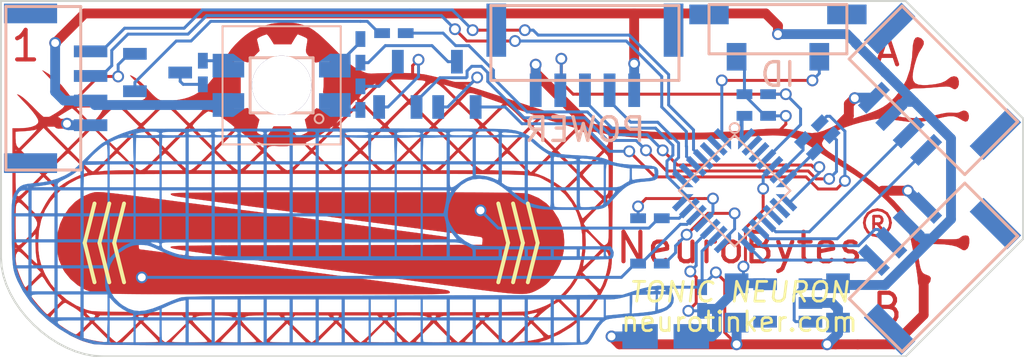
<source format=kicad_pcb>
(kicad_pcb (version 4) (host pcbnew 4.0.7-e1-6374~58~ubuntu14.04.1)
  (layers (0 F.Cu signal) (31 B.Cu signal) (34 B.Paste user) (35 F.Paste user) (36 B.SilkS user) (37 F.SilkS user) (38 B.Mask user) (39 F.Mask user) (44 Edge.Cuts user))
  (net 0 "")
  (net 1 +5V)
  (net 2 GND)
  (net 3 +3V3)
  (net 4 RESET)
  (net 5 "Net-(D1-Pad3)")
  (net 6 "Net-(D1-Pad4)")
  (net 7 "Net-(D1-Pad1)")
  (net 8 D1IN)
  (net 9 D1EX)
  (net 10 A1IN)
  (net 11 A1EX)
  (net 12 A2IN)
  (net 13 A2EX)
  (net 14 "Net-(Q1-Pad3)")
  (net 15 "Net-(Q2-Pad3)")
  (net 16 "Net-(R2-Pad1)")
  (net 17 "Net-(R2-Pad2)")
  (net 18 "Net-(R3-Pad1)")
  (net 19 "Net-(R3-Pad2)")
  (net 20 "Net-(R4-Pad2)")
  (net 21 LED_R)
  (net 22 LED_G)
  (net 23 LED_B)
  (net 24 "Net-(U2-Pad4)")
  (net 25 "Net-(SW1-Pad2)")
  (net 26 "Net-(U1-Pad2)")
  (net 27 "Net-(U1-Pad3)")
  (net 28 "Net-(U1-Pad27)")
  (net 29 "Net-(U1-Pad9)")
  (net 30 "Net-(U1-Pad10)")
  (net 31 SWDIO)
  (net 32 SWCLK)
  (net 33 "Net-(U1-Pad23)")
  (net 34 "Net-(U1-Pad26)")
  (net 35 "Net-(Q1-Pad1)")
  (net 36 "Net-(Q2-Pad1)")
  (net 37 "Net-(Q3-Pad3)")
  (net 38 "Net-(Q3-Pad1)")
  (module KiCad_Footprints:ZF_SOT23-3L (layer B.Cu) (at 161.2 64.6 270)
    (fp_text reference Q3)
    (fp_text value Q_NPN_BEC hide)
    (pad 3 smd rect (at 0 -1.15 90) (size 0.6 1.2) (layers B.Cu B.Paste B.Mask) (net 37 "Net-(Q3-Pad3)"))
    (pad 1 smd rect (at 0.95 1.15 90) (size 0.6 1.2) (layers B.Cu B.Paste B.Mask) (net 38 "Net-(Q3-Pad1)"))
    (pad 2 smd rect (at -0.95 1.15 90) (size 0.6 1.2) (layers B.Cu B.Paste B.Mask) (net 2 GND))
  )
  (module KiCad_Footprints:ZF_CONN_JST_GH_5POS (layer B.Cu) (at 182.9 63.9 90)
    (fp_text reference P4)
    (fp_text value JST_GH_5-pos hide)
    (pad 3 smd rect (at -1.6 0) (size 0.6 1.7) (layers B.Cu B.Paste B.Mask) (net 31 SWDIO))
    (pad 4 smd rect (at -1.6 1.25) (size 0.6 1.7) (layers B.Cu B.Paste B.Mask) (net 32 SWCLK))
    (pad 2 smd rect (at -1.6 -1.25) (size 0.6 1.7) (layers B.Cu B.Paste B.Mask) (net 4 RESET))
    (pad 1 smd rect (at -1.6 -2.5) (size 0.6 1.7) (layers B.Cu B.Paste B.Mask) (net 2 GND))
    (pad "" smd rect (at 1.45 4.5) (size 1 2.7) (layers B.Cu B.Paste B.Mask))
    (pad "" smd rect (at 1.45 -4.5) (size 1 2.7) (layers B.Cu B.Paste B.Mask))
    (pad 5 smd rect (at -1.6 2.5 90) (size 1.7 0.6) (layers B.Cu B.Paste B.Mask) (net 1 +5V))
  )
  (module KiCad_Footprints:ZF_LOGO_Tonic_Neuron (layer F.Cu) (at 167.5 65.25)
    (fp_text reference G*** hide)
    (fp_text value LOGO hide)
    (fp_poly (pts (xy 6.535824 2.193092) (xy 7.480998 2.194372) (xy 8.327693 2.196429) (xy 9.075528 2.19926) (xy 9.724121 2.202865) (xy 10.273088 2.207242) (xy 10.722047 2.21239) (xy 11.070616 2.218306) (xy 11.318412 2.22499) (xy 11.465052 2.232441) (xy 11.478718 2.233665) (xy 11.886739 2.294133) (xy 12.228308 2.395161) (xy 12.534997 2.550605) (xy 12.838381 2.774321) (xy 12.966409 2.886507) (xy 13.176607 3.070163) (xy 13.366988 3.214007) (xy 13.555099 3.323727) (xy 13.758487 3.405012) (xy 13.994698 3.463548) (xy 14.281279 3.505025) (xy 14.635776 3.53513) (xy 15.0368 3.557664) (xy 15.474367 3.583397) (xy 15.82609 3.614807) (xy 16.107678 3.654482) (xy 16.33484 3.705009) (xy 16.523283 3.768978) (xy 16.637 3.821308) (xy 16.823546 3.896643) (xy 17.062355 3.95554) (xy 17.366106 3.999923) (xy 17.74748 4.031717) (xy 18.146907 4.050446) (xy 18.485238 4.064749) (xy 18.735224 4.084478) (xy 18.91012 4.115377) (xy 19.023178 4.16319) (xy 19.087655 4.233659) (xy 19.116803 4.332529) (xy 19.123878 4.465543) (xy 19.12389 4.473797) (xy 19.10924 4.629644) (xy 19.054997 4.738235) (xy 18.945721 4.809657) (xy 18.765975 4.853995) (xy 18.500318 4.881335) (xy 18.499989 4.881358) (xy 18.205299 4.908519) (xy 17.960539 4.950618) (xy 17.74854 5.017608) (xy 17.552134 5.119441) (xy 17.354153 5.266071) (xy 17.13743 5.46745) (xy 16.884796 5.733531) (xy 16.724881 5.910434) (xy 16.621522 6.023409) (xy 16.527093 6.113711) (xy 16.429065 6.18388) (xy 16.314911 6.236454) (xy 16.1721 6.273973) (xy 15.988106 6.298975) (xy 15.7504 6.314) (xy 15.446452 6.321586) (xy 15.063735 6.324272) (xy 14.6812 6.3246) (xy 14.156267 6.322758) (xy 13.718255 6.314277) (xy 13.352507 6.294718) (xy 13.044368 6.259644) (xy 12.77918 6.204619) (xy 12.542289 6.125204) (xy 12.319038 6.016964) (xy 12.094772 5.87546) (xy 11.854834 5.696256) (xy 11.584569 5.474914) (xy 11.423065 5.338187) (xy 11.420562 5.336259) (xy 11.6586 5.336259) (xy 11.7856 5.439803) (xy 11.924344 5.550153) (xy 12.071234 5.662724) (xy 12.202914 5.760154) (xy 12.296027 5.82508) (xy 12.326621 5.842) (xy 12.336767 5.796274) (xy 12.343203 5.679371) (xy 12.3444 5.588) (xy 12.3444 5.334) (xy 12.4968 5.334) (xy 12.4968 5.632636) (xy 12.500586 5.802091) (xy 12.519583 5.89904) (xy 12.565244 5.952507) (xy 12.6365 5.986606) (xy 12.835022 6.050352) (xy 13.083661 6.109912) (xy 13.331207 6.153606) (xy 13.4112 6.163305) (xy 13.540896 6.177579) (xy 13.62258 6.188598) (xy 13.6271 6.18947) (xy 13.644285 6.14642) (xy 13.657441 6.02453) (xy 13.664525 5.846537) (xy 13.6652 5.7658) (xy 13.6652 5.334) (xy 13.8176 5.334) (xy 13.8176 5.731933) (xy 13.821651 5.924139) (xy 13.832386 6.075022) (xy 13.847679 6.157455) (xy 13.851466 6.163733) (xy 13.913242 6.177524) (xy 14.054218 6.18861) (xy 14.252006 6.19569) (xy 14.435666 6.1976) (xy 14.986 6.1976) (xy 14.986 5.334) (xy 15.1384 5.334) (xy 15.1384 5.731933) (xy 15.142972 5.925135) (xy 15.155084 6.077994) (xy 15.172333 6.162878) (xy 15.1765 6.169606) (xy 15.244782 6.186392) (xy 15.386328 6.190952) (xy 15.573775 6.185084) (xy 15.779758 6.170588) (xy 15.976915 6.149265) (xy 16.137881 6.122913) (xy 16.2179 6.101121) (xy 16.291007 6.067219) (xy 16.332808 6.018522) (xy 16.352025 5.929413) (xy 16.357383 5.774271) (xy 16.3576 5.690857) (xy 16.3576 5.334) (xy 16.4592 5.334) (xy 16.463366 5.969) (xy 16.668789 5.741714) (xy 16.788287 5.603544) (xy 16.883077 5.483285) (xy 16.922493 5.424214) (xy 16.940396 5.371016) (xy 16.906724 5.344089) (xy 16.801547 5.334767) (xy 16.714987 5.334) (xy 16.4592 5.334) (xy 16.3576 5.334) (xy 15.1384 5.334) (xy 14.986 5.334) (xy 13.8176 5.334) (xy 13.6652 5.334) (xy 12.4968 5.334) (xy 12.3444 5.334) (xy 12.0015 5.335129) (xy 11.6586 5.336259) (xy 11.420562 5.336259) (xy 11.217682 5.18002) (xy 10.985656 5.026307) (xy 10.776042 4.909465) (xy 10.7696 4.906387) (xy 10.417563 4.785972) (xy 10.049425 4.742677) (xy 9.693471 4.777465) (xy 9.438825 4.861088) (xy 9.11907 5.06115) (xy 8.847873 5.338193) (xy 8.636708 5.674608) (xy 8.497048 6.052785) (xy 8.443468 6.388626) (xy 8.43487 6.59503) (xy 8.447658 6.746731) (xy 8.49087 6.889874) (xy 8.573545 7.070604) (xy 8.579385 7.082487) (xy 8.769451 7.386131) (xy 9.020191 7.667135) (xy 9.305364 7.900688) (xy 9.598732 8.061978) (xy 9.626748 8.072892) (xy 9.685052 8.093798) (xy 9.745122 8.111756) (xy 9.814743 8.12699) (xy 9.9017 8.139723) (xy 10.013779 8.15018) (xy 10.158765 8.158584) (xy 10.344444 8.165159) (xy 10.5786 8.17013) (xy 10.869021 8.17372) (xy 11.22349 8.176154) (xy 11.649793 8.177654) (xy 12.155715 8.178446) (xy 12.749043 8.178753) (xy 13.308625 8.1788) (xy 16.707438 8.178799) (xy 16.786519 8.291703) (xy 16.856684 8.467541) (xy 16.847237 8.653398) (xy 16.793496 8.76599) (xy 16.78355 8.777467) (xy 16.768434 8.788026) (xy 16.744018 8.797711) (xy 16.70617 8.806568) (xy 16.650759 8.81464) (xy 16.573654 8.821974) (xy 16.470724 8.828613) (xy 16.337839 8.834602) (xy 16.170866 8.839986) (xy 15.965676 8.844809) (xy 15.718137 8.849117) (xy 15.424117 8.852954) (xy 15.079487 8.856365) (xy 14.680114 8.859395) (xy 14.221868 8.862087) (xy 13.700618 8.864488) (xy 13.112232 8.866641) (xy 12.45258 8.868592) (xy 11.717531 8.870385) (xy 10.902954 8.872064) (xy 10.004716 8.873676) (xy 9.018689 8.875263) (xy 7.94074 8.876872) (xy 6.766738 8.878546) (xy 6.341396 8.879143) (xy 5.041069 8.880707) (xy 3.812874 8.88166) (xy 2.658959 8.88201) (xy 1.58147 8.881763) (xy 0.582552 8.880926) (xy -0.335648 8.879506) (xy -1.170985 8.877511) (xy -1.921313 8.874947) (xy -2.584485 8.871822) (xy -3.158356 8.868141) (xy -3.64078 8.863914) (xy -4.029611 8.859145) (xy -4.322702 8.853843) (xy -4.517908 8.848015) (xy -4.5974 8.843428) (xy -4.908744 8.808134) (xy -5.185288 8.757612) (xy -5.454145 8.683755) (xy -5.742429 8.57846) (xy -6.077253 8.433622) (xy -6.2738 8.342328) (xy -6.507994 8.2346) (xy -6.682035 8.164931) (xy -6.826243 8.125156) (xy -6.97094 8.107107) (xy -7.146448 8.102618) (xy -7.163869 8.1026) (xy -7.389248 8.109615) (xy -7.563922 8.138445) (xy -7.738281 8.200765) (xy -7.885636 8.269833) (xy -8.23918 8.495924) (xy -8.514519 8.78467) (xy -8.707172 9.129476) (xy -8.812659 9.523743) (xy -8.827022 9.655808) (xy -8.812947 10.069548) (xy -8.706429 10.441764) (xy -8.506946 10.773491) (xy -8.213976 11.065763) (xy -8.056189 11.181544) (xy -7.782502 11.338405) (xy -7.510491 11.432833) (xy -7.225045 11.46437) (xy -6.911052 11.432558) (xy -6.574342 11.342538) (xy -6.096 11.342538) (xy -6.096 11.7856) (xy -4.8768 11.7856) (xy -4.8768 10.909014) (xy -5.085052 10.942315) (xy -5.230201 10.979593) (xy -5.428923 11.048689) (xy -5.643763 11.136283) (xy -5.694652 11.159077) (xy -6.096 11.342538) (xy -6.574342 11.342538) (xy -6.553399 11.336939) (xy -6.136975 11.177057) (xy -6.004865 11.119409) (xy -5.748739 11.008956) (xy -5.496907 10.906842) (xy -5.402343 10.8712) (xy -4.7244 10.8712) (xy -4.7244 11.7856) (xy -3.556 11.7856) (xy -3.556 10.8712) (xy -3.4036 10.8712) (xy -3.4036 11.7856) (xy -2.2352 11.7856) (xy -2.2352 10.8712) (xy -2.0828 10.8712) (xy -2.0828 11.7856) (xy -0.9144 11.7856) (xy -0.9144 10.8712) (xy -0.762 10.8712) (xy -0.762 11.7856) (xy 0.4064 11.7856) (xy 0.4064 10.8712) (xy 0.5588 10.8712) (xy 0.5588 11.7856) (xy 1.7272 11.7856) (xy 1.7272 10.8712) (xy 1.8796 10.8712) (xy 1.8796 11.7856) (xy 3.048 11.7856) (xy 3.048 10.8712) (xy 3.2004 10.8712) (xy 3.2004 11.7856) (xy 4.4196 11.7856) (xy 4.4196 10.8712) (xy 4.5212 10.8712) (xy 4.5212 11.7856) (xy 5.7404 11.7856) (xy 5.7404 10.8712) (xy 5.842 10.8712) (xy 5.842 11.7856) (xy 7.0612 11.7856) (xy 7.0612 10.8712) (xy 7.1628 10.8712) (xy 7.1628 11.7856) (xy 8.382 11.7856) (xy 8.382 10.8712) (xy 8.5344 10.8712) (xy 8.5344 11.7856) (xy 9.7028 11.7856) (xy 9.7028 10.8712) (xy 9.8552 10.8712) (xy 9.8552 11.7856) (xy 11.0236 11.7856) (xy 11.0236 10.8712) (xy 11.176 10.8712) (xy 11.176 11.7856) (xy 12.3444 11.7856) (xy 12.3444 10.8712) (xy 12.4968 10.8712) (xy 12.4968 11.7856) (xy 13.6652 11.7856) (xy 13.6652 10.8712) (xy 13.8176 10.8712) (xy 13.8176 11.7856) (xy 14.986 11.7856) (xy 14.986 10.8712) (xy 15.1384 10.8712) (xy 15.1384 11.7856) (xy 16.3576 11.7856) (xy 16.3576 10.8712) (xy 16.4592 10.8712) (xy 16.4592 11.692086) (xy 16.8021 11.661125) (xy 17.031525 11.639851) (xy 17.267421 11.617109) (xy 17.4117 11.602627) (xy 17.501797 11.593324) (xy 17.776042 11.593324) (xy 18.171721 11.557422) (xy 18.394597 11.53517) (xy 18.606756 11.510583) (xy 18.764178 11.488784) (xy 18.7706 11.487731) (xy 18.9738 11.453941) (xy 18.98858 11.03394) (xy 19.003246 10.6172) (xy 19.1008 10.6172) (xy 19.1008 11.3919) (xy 19.257475 11.360564) (xy 19.411891 11.307347) (xy 19.562153 11.223842) (xy 19.705917 11.067146) (xy 19.756267 10.873234) (xy 19.740339 10.7442) (xy 19.714184 10.673336) (xy 19.663494 10.635249) (xy 19.561709 10.619892) (xy 19.404632 10.6172) (xy 19.1008 10.6172) (xy 19.003246 10.6172) (xy 19.003361 10.613939) (xy 18.40438 10.628269) (xy 17.8054 10.6426) (xy 17.776042 11.593324) (xy 17.501797 11.593324) (xy 17.6784 11.575089) (xy 17.6784 10.679615) (xy 17.313535 10.775407) (xy 17.091481 10.824546) (xy 16.868707 10.859101) (xy 16.703935 10.8712) (xy 16.4592 10.8712) (xy 16.3576 10.8712) (xy 15.1384 10.8712) (xy 14.986 10.8712) (xy 13.8176 10.8712) (xy 13.6652 10.8712) (xy 12.4968 10.8712) (xy 12.3444 10.8712) (xy 11.176 10.8712) (xy 11.0236 10.8712) (xy 9.8552 10.8712) (xy 9.7028 10.8712) (xy 8.5344 10.8712) (xy 8.382 10.8712) (xy 7.1628 10.8712) (xy 7.0612 10.8712) (xy 5.842 10.8712) (xy 5.7404 10.8712) (xy 4.5212 10.8712) (xy 4.4196 10.8712) (xy 3.2004 10.8712) (xy 3.048 10.8712) (xy 1.8796 10.8712) (xy 1.7272 10.8712) (xy 0.5588 10.8712) (xy 0.4064 10.8712) (xy -0.762 10.8712) (xy -0.9144 10.8712) (xy -2.0828 10.8712) (xy -2.2352 10.8712) (xy -3.4036 10.8712) (xy -3.556 10.8712) (xy -4.7244 10.8712) (xy -5.402343 10.8712) (xy -5.279131 10.824761) (xy -5.1308 10.775966) (xy -5.090399 10.767012) (xy -5.03283 10.758703) (xy -4.954132 10.751002) (xy -4.850341 10.743872) (xy -4.717493 10.737277) (xy -4.551627 10.731179) (xy -4.348779 10.725542) (xy -4.104986 10.720328) (xy -3.816285 10.715501) (xy -3.478713 10.711023) (xy -3.088307 10.706858) (xy -2.641105 10.702969) (xy -2.133142 10.699318) (xy -1.560457 10.69587) (xy -0.919086 10.692586) (xy -0.205066 10.68943) (xy 0.585565 10.686366) (xy 1.456772 10.683355) (xy 2.412516 10.680361) (xy 3.456761 10.677348) (xy 4.593469 10.674278) (xy 5.826605 10.671114) (xy 6.223 10.670124) (xy 17.2974 10.6426) (xy 17.861815 10.45562) (xy 17.923433 10.437041) (xy 18.492678 10.437041) (xy 18.526492 10.451141) (xy 18.651451 10.458516) (xy 18.7071 10.459736) (xy 18.867396 10.454464) (xy 18.97248 10.435189) (xy 18.9992 10.414) (xy 18.982119 10.4013) (xy 19.114595 10.4013) (xy 19.13413 10.442091) (xy 19.236859 10.461064) (xy 19.337866 10.463255) (xy 19.480379 10.45606) (xy 19.525845 10.436167) (xy 19.505538 10.416108) (xy 19.383075 10.369882) (xy 19.250605 10.354384) (xy 19.14758 10.371108) (xy 19.114595 10.4013) (xy 18.982119 10.4013) (xy 18.954947 10.381098) (xy 18.843774 10.369703) (xy 18.698059 10.379816) (xy 18.550178 10.411437) (xy 18.542 10.414) (xy 18.492678 10.437041) (xy 17.923433 10.437041) (xy 18.356089 10.306589) (xy 18.771657 10.214472) (xy 19.114151 10.17953) (xy 19.389202 10.20202) (xy 19.60244 10.282202) (xy 19.759497 10.420335) (xy 19.836579 10.546445) (xy 19.910681 10.799202) (xy 19.888274 11.03095) (xy 19.773541 11.234249) (xy 19.570661 11.401663) (xy 19.286538 11.52492) (xy 19.130979 11.570955) (xy 18.987254 11.607935) (xy 18.838258 11.638221) (xy 18.666883 11.664174) (xy 18.456025 11.688155) (xy 18.188576 11.712526) (xy 17.847432 11.739648) (xy 17.591948 11.758841) (xy 17.176804 11.793175) (xy 16.85806 11.827594) (xy 16.630517 11.862801) (xy 16.488977 11.899497) (xy 16.460646 11.911851) (xy 16.313953 12.021158) (xy 16.152221 12.207994) (xy 15.969869 12.479526) (xy 15.823242 12.730485) (xy 15.717851 12.902444) (xy 15.613557 13.045667) (xy 15.532752 13.129436) (xy 15.532057 13.129927) (xy 15.512513 13.138349) (xy 15.476371 13.146145) (xy 15.419925 13.153338) (xy 15.339468 13.159948) (xy 15.231293 13.165999) (xy 15.091693 13.171513) (xy 14.916962 13.176511) (xy 14.703392 13.181015) (xy 14.447277 13.185047) (xy 14.144909 13.188631) (xy 13.792583 13.191786) (xy 13.386591 13.194536) (xy 12.923226 13.196903) (xy 12.398781 13.198908) (xy 11.80955 13.200574) (xy 11.151826 13.201923) (xy 10.421901 13.202976) (xy 9.61607 13.203756) (xy 8.730624 13.204284) (xy 7.761858 13.204584) (xy 6.706065 13.204676) (xy 5.559537 13.204583) (xy 4.318568 13.204327) (xy 3.074796 13.203961) (xy 1.711195 13.20343) (xy 0.445725 13.202748) (xy -0.725083 13.201896) (xy -1.804698 13.200853) (xy -2.796589 13.199602) (xy -3.704225 13.198122) (xy -4.531075 13.196393) (xy -5.280608 13.194395) (xy -5.956294 13.192111) (xy -6.5616 13.189518) (xy -7.099997 13.186599) (xy -7.574952 13.183333) (xy -7.989936 13.179701) (xy -8.348416 13.175684) (xy -8.653863 13.171261) (xy -8.909744 13.166413) (xy -9.11953 13.161121) (xy -9.286689 13.155365) (xy -9.414689 13.149125) (xy -9.507001 13.142382) (xy -9.567093 13.135116) (xy -9.580896 13.132503) (xy -10.156434 12.959936) (xy -10.732214 12.698307) (xy -11.294408 12.359173) (xy -11.723295 12.034304) (xy -11.3792 12.034304) (xy -11.334618 12.123764) (xy -11.211122 12.235062) (xy -11.137472 12.285725) (xy -10.981133 12.380663) (xy -10.795936 12.485251) (xy -10.605828 12.586973) (xy -10.434756 12.673311) (xy -10.306668 12.73175) (xy -10.2489 12.750156) (xy -10.23121 12.703688) (xy -10.217887 12.579629) (xy -10.211184 12.401966) (xy -10.2108 12.3444) (xy -10.2108 11.938) (xy -10.0584 11.938) (xy -10.0584 12.841117) (xy -9.7409 12.922286) (xy -9.488978 12.983872) (xy -9.305186 13.020525) (xy -9.160449 13.036857) (xy -9.025688 13.037479) (xy -9.017 13.037104) (xy -8.8646 13.0302) (xy -8.850182 12.4841) (xy -8.835763 11.938) (xy -8.7376 11.938) (xy -8.7376 13.0556) (xy -7.5184 13.0556) (xy -7.5184 11.938) (xy -7.4168 11.938) (xy -7.4168 13.0556) (xy -6.1976 13.0556) (xy -6.1976 11.938) (xy -6.096 11.938) (xy -6.096 12.462933) (xy -6.092908 12.684539) (xy -6.084561 12.866878) (xy -6.072354 12.98694) (xy -6.062134 13.021733) (xy -6.000594 13.035238) (xy -5.859278 13.046185) (xy -5.659999 13.053363) (xy -5.452534 13.0556) (xy -4.8768 13.0556) (xy -4.8768 11.938) (xy -4.7244 11.938) (xy -4.7244 13.0556) (xy -3.556 13.0556) (xy -3.556 11.938) (xy -3.4036 11.938) (xy -3.4036 13.0556) (xy -2.2352 13.0556) (xy -2.2352 11.938) (xy -2.0828 11.938) (xy -2.0828 13.0556) (xy -0.9144 13.0556) (xy -0.9144 11.938) (xy -0.762 11.938) (xy -0.762 13.0556) (xy 0.4064 13.0556) (xy 0.4064 11.938) (xy 0.5588 11.938) (xy 0.5588 13.0556) (xy 1.7272 13.0556) (xy 1.7272 11.938) (xy 1.8796 11.938) (xy 1.8796 13.0556) (xy 3.048 13.0556) (xy 3.048 11.938) (xy 3.2004 11.938) (xy 3.2004 13.0556) (xy 4.4196 13.0556) (xy 4.4196 11.938) (xy 4.5212 11.938) (xy 4.5212 13.0556) (xy 5.7404 13.0556) (xy 5.7404 11.938) (xy 5.842 11.938) (xy 5.842 12.462933) (xy 5.845092 12.684539) (xy 5.853439 12.866878) (xy 5.865646 12.98694) (xy 5.875866 13.021733) (xy 5.937406 13.035238) (xy 6.078722 13.046185) (xy 6.278001 13.053363) (xy 6.485466 13.0556) (xy 7.0612 13.0556) (xy 7.0612 11.938) (xy 7.1628 11.938) (xy 7.1628 12.462933) (xy 7.165892 12.684539) (xy 7.174239 12.866878) (xy 7.186446 12.98694) (xy 7.196666 13.021733) (xy 7.258206 13.035238) (xy 7.399522 13.046185) (xy 7.598801 13.053363) (xy 7.806266 13.0556) (xy 8.382 13.0556) (xy 8.382 11.938) (xy 8.5344 11.938) (xy 8.5344 13.0556) (xy 9.7028 13.0556) (xy 9.7028 11.938) (xy 9.8552 11.938) (xy 9.8552 13.0556) (xy 11.0236 13.0556) (xy 11.0236 11.938) (xy 11.176 11.938) (xy 11.176 13.0556) (xy 12.3444 13.0556) (xy 12.3444 11.938) (xy 12.4968 11.938) (xy 12.4968 13.0556) (xy 13.6652 13.0556) (xy 13.6652 11.938) (xy 13.8176 11.938) (xy 13.8176 13.0556) (xy 14.986 13.0556) (xy 14.986 11.938) (xy 15.1384 11.938) (xy 15.1384 12.4968) (xy 15.139176 12.740799) (xy 15.143999 12.900879) (xy 15.156606 12.994722) (xy 15.180735 13.040007) (xy 15.220125 13.054416) (xy 15.256544 13.0556) (xy 15.375885 13.019517) (xy 15.480451 12.9413) (xy 15.558521 12.840145) (xy 15.663056 12.683091) (xy 15.77192 12.503458) (xy 15.77575 12.4968) (xy 15.883995 12.317034) (xy 15.98823 12.158583) (xy 16.06652 12.054734) (xy 16.068699 12.0523) (xy 16.17211 11.938) (xy 15.1384 11.938) (xy 14.986 11.938) (xy 13.8176 11.938) (xy 13.6652 11.938) (xy 12.4968 11.938) (xy 12.3444 11.938) (xy 11.176 11.938) (xy 11.0236 11.938) (xy 9.8552 11.938) (xy 9.7028 11.938) (xy 8.5344 11.938) (xy 8.382 11.938) (xy 7.1628 11.938) (xy 7.0612 11.938) (xy 5.842 11.938) (xy 5.7404 11.938) (xy 4.5212 11.938) (xy 4.4196 11.938) (xy 3.2004 11.938) (xy 3.048 11.938) (xy 1.8796 11.938) (xy 1.7272 11.938) (xy 0.5588 11.938) (xy 0.4064 11.938) (xy -0.762 11.938) (xy -0.9144 11.938) (xy -2.0828 11.938) (xy -2.2352 11.938) (xy -3.4036 11.938) (xy -3.556 11.938) (xy -4.7244 11.938) (xy -4.8768 11.938) (xy -6.096 11.938) (xy -6.1976 11.938) (xy -7.4168 11.938) (xy -7.5184 11.938) (xy -8.7376 11.938) (xy -8.835763 11.938) (xy -10.0584 11.938) (xy -10.2108 11.938) (xy -10.795 11.938) (xy -11.046445 11.939223) (xy -11.213396 11.944773) (xy -11.31295 11.957467) (xy -11.362202 11.980124) (xy -11.378249 12.015561) (xy -11.3792 12.034304) (xy -11.723295 12.034304) (xy -11.816902 11.9634) (xy -11.5824 11.9634) (xy -11.557 11.9888) (xy -11.5316 11.9634) (xy -11.557 11.938) (xy -11.5824 11.9634) (xy -11.816902 11.9634) (xy -11.829189 11.954093) (xy -12.322728 11.494625) (xy -12.761198 10.992328) (xy -12.937612 10.73763) (xy -12.7 10.73763) (xy -12.663269 10.837353) (xy -12.55187 10.995093) (xy -12.363997 11.213268) (xy -12.263427 11.32183) (xy -12.069431 11.523413) (xy -11.926642 11.659009) (xy -11.820565 11.740125) (xy -11.736703 11.778269) (xy -11.679227 11.7856) (xy -11.5316 11.7856) (xy -11.5316 10.6172) (xy -11.3792 10.6172) (xy -11.3792 11.7856) (xy -10.2108 11.7856) (xy -10.2108 10.6172) (xy -10.0584 10.6172) (xy -10.0584 11.7856) (xy -8.8392 11.7856) (xy -8.7376 11.7856) (xy -8.128 11.7856) (xy -7.870671 11.784603) (xy -7.6981 11.779741) (xy -7.59345 11.76821) (xy -7.539884 11.747202) (xy -7.522225 11.716767) (xy -7.4168 11.716767) (xy -7.395444 11.747055) (xy -7.322052 11.76746) (xy -7.182641 11.779561) (xy -6.963227 11.784937) (xy -6.8072 11.7856) (xy -6.1976 11.7856) (xy -6.1976 11.388961) (xy -6.46228 11.489531) (xy -6.661256 11.548709) (xy -6.900767 11.597253) (xy -7.07188 11.619018) (xy -7.27572 11.643885) (xy -7.387406 11.677811) (xy -7.4168 11.716767) (xy -7.522225 11.716767) (xy -7.520567 11.713911) (xy -7.5184 11.684) (xy -7.546789 11.601585) (xy -7.586487 11.5824) (xy -7.710673 11.551648) (xy -7.885118 11.470047) (xy -8.083555 11.353577) (xy -8.279717 11.218219) (xy -8.447336 11.079953) (xy -8.502912 11.024854) (xy -8.7376 10.773952) (xy -8.7376 11.7856) (xy -8.8392 11.7856) (xy -8.8392 10.6172) (xy -10.0584 10.6172) (xy -10.2108 10.6172) (xy -11.3792 10.6172) (xy -11.5316 10.6172) (xy -12.1158 10.6172) (xy -12.366271 10.617856) (xy -12.532438 10.622202) (xy -12.631598 10.633803) (xy -12.681048 10.656225) (xy -12.698085 10.693033) (xy -12.7 10.73763) (xy -12.937612 10.73763) (xy -13.130769 10.45876) (xy -13.403845 9.937077) (xy -13.477437 9.764936) (xy -13.536818 9.608072) (xy -13.583705 9.452694) (xy -13.617363 9.2964) (xy -13.453811 9.2964) (xy -13.404872 9.473641) (xy -13.347276 9.645725) (xy -13.265778 9.843596) (xy -13.171507 10.045311) (xy -13.075593 10.228927) (xy -12.989162 10.372502) (xy -12.923346 10.454094) (xy -12.902168 10.4648) (xy -12.880651 10.416445) (xy -12.864414 10.281003) (xy -12.854686 10.072906) (xy -12.8524 9.8806) (xy -12.8524 9.2964) (xy -12.7 9.2964) (xy -12.7 10.4648) (xy -11.5316 10.4648) (xy -11.5316 9.2964) (xy -11.3792 9.2964) (xy -11.3792 10.4648) (xy -10.2108 10.4648) (xy -10.2108 9.2964) (xy -10.0584 9.2964) (xy -10.0584 10.4648) (xy -8.883154 10.4648) (xy -8.924677 10.3505) (xy -8.943197 10.24988) (xy -8.957461 10.077889) (xy -8.965323 9.864732) (xy -8.9662 9.766255) (xy -8.9662 9.29631) (xy -10.0584 9.2964) (xy -10.2108 9.2964) (xy -11.3792 9.2964) (xy -11.5316 9.2964) (xy -12.7 9.2964) (xy -12.8524 9.2964) (xy -13.453811 9.2964) (xy -13.617363 9.2964) (xy -13.619816 9.285014) (xy -13.646867 9.091239) (xy -13.666576 8.85758) (xy -13.68066 8.570246) (xy -13.690836 8.215446) (xy -13.695228 7.9756) (xy -13.5636 7.9756) (xy -13.563239 8.2169) (xy -13.55792 8.401035) (xy -13.544521 8.629118) (xy -13.530493 8.8011) (xy -13.498109 9.144) (xy -12.8524 9.144) (xy -12.8524 7.9756) (xy -12.7 7.9756) (xy -12.7 9.144) (xy -11.5316 9.144) (xy -11.5316 7.9756) (xy -11.3792 7.9756) (xy -11.3792 9.144) (xy -10.2108 9.144) (xy -10.2108 7.9756) (xy -10.0584 7.9756) (xy -10.0584 9.144) (xy -9.479636 9.144) (xy -9.222229 9.141798) (xy -9.049273 9.133694) (xy -8.943687 9.117434) (xy -8.888387 9.090767) (xy -8.870036 9.063645) (xy -8.856828 8.980363) (xy -8.846447 8.82192) (xy -8.840289 8.614744) (xy -8.8392 8.479445) (xy -8.8392 7.9756) (xy -8.7376 7.9756) (xy -8.7376 8.784047) (xy -8.502912 8.533145) (xy -8.319791 8.367085) (xy -8.100276 8.208966) (xy -7.961398 8.128922) (xy -7.659905 7.978264) (xy -6.6802 7.978264) (xy -6.477 8.07442) (xy -6.323493 8.143955) (xy -6.23971 8.167821) (xy -6.204722 8.146227) (xy -6.199413 8.096379) (xy -6.096 8.096379) (xy -6.068101 8.215573) (xy -6.025439 8.27572) (xy -5.928348 8.331349) (xy -5.763594 8.402858) (xy -5.561555 8.479475) (xy -5.35261 8.550427) (xy -5.167136 8.604939) (xy -5.035513 8.63224) (xy -5.0165 8.63353) (xy -4.941461 8.630513) (xy -4.899671 8.602887) (xy -4.881399 8.527822) (xy -4.876914 8.382489) (xy -4.8768 8.3058) (xy -4.8768 7.9756) (xy -4.7244 7.9756) (xy -4.7244 8.6868) (xy -3.556 8.6868) (xy -3.556 7.9756) (xy -3.4036 7.9756) (xy -3.4036 8.6868) (xy -2.2352 8.6868) (xy -2.2352 7.9756) (xy -2.0828 7.9756) (xy -2.0828 8.6868) (xy -0.9144 8.6868) (xy -0.9144 7.9756) (xy -0.762 7.9756) (xy -0.762 8.6868) (xy 0.4064 8.6868) (xy 0.4064 7.9756) (xy 0.5588 7.9756) (xy 0.5588 8.6868) (xy 1.7272 8.6868) (xy 1.7272 7.9756) (xy 1.8796 7.9756) (xy 1.8796 8.6868) (xy 3.048 8.6868) (xy 3.048 7.9756) (xy 3.2004 7.9756) (xy 3.2004 8.6868) (xy 4.4196 8.6868) (xy 4.4196 7.9756) (xy 4.5212 7.9756) (xy 4.5212 8.6868) (xy 5.7404 8.6868) (xy 5.7404 7.9756) (xy 5.842 7.9756) (xy 5.842 8.6868) (xy 7.0612 8.6868) (xy 7.0612 7.9756) (xy 7.1628 7.9756) (xy 7.1628 8.6868) (xy 8.382 8.6868) (xy 8.382 7.9756) (xy 8.5344 7.9756) (xy 8.5344 8.6868) (xy 9.7028 8.6868) (xy 9.7028 8.492077) (xy 9.697527 8.386653) (xy 9.675441 8.3312) (xy 9.8552 8.3312) (xy 9.8552 8.6868) (xy 11.0236 8.6868) (xy 11.0236 8.3312) (xy 11.176 8.3312) (xy 11.176 8.6868) (xy 12.3444 8.6868) (xy 12.3444 8.3312) (xy 12.4968 8.3312) (xy 12.4968 8.6868) (xy 13.6652 8.6868) (xy 13.6652 8.3312) (xy 13.8176 8.3312) (xy 13.8176 8.6868) (xy 14.986 8.6868) (xy 14.986 8.3312) (xy 15.1384 8.3312) (xy 15.1384 8.6868) (xy 16.3576 8.6868) (xy 16.3576 8.509) (xy 16.4592 8.509) (xy 16.470907 8.632048) (xy 16.515741 8.681473) (xy 16.557801 8.6868) (xy 16.656006 8.662071) (xy 16.689584 8.633112) (xy 16.709382 8.527741) (xy 16.673305 8.415728) (xy 16.600223 8.340981) (xy 16.559832 8.3312) (xy 16.490386 8.351468) (xy 16.462403 8.430109) (xy 16.4592 8.509) (xy 16.3576 8.509) (xy 16.3576 8.3312) (xy 15.1384 8.3312) (xy 14.986 8.3312) (xy 13.8176 8.3312) (xy 13.6652 8.3312) (xy 12.4968 8.3312) (xy 12.3444 8.3312) (xy 11.176 8.3312) (xy 11.0236 8.3312) (xy 9.8552 8.3312) (xy 9.675441 8.3312) (xy 9.668312 8.313301) (xy 9.595056 8.249107) (xy 9.45766 8.171162) (xy 9.390864 8.136477) (xy 9.160944 8.033581) (xy 8.960233 7.984675) (xy 8.806664 7.9756) (xy 8.5344 7.9756) (xy 8.382 7.9756) (xy 7.1628 7.9756) (xy 7.0612 7.9756) (xy 5.842 7.9756) (xy 5.7404 7.9756) (xy 4.5212 7.9756) (xy 4.4196 7.9756) (xy 3.2004 7.9756) (xy 3.048 7.9756) (xy 1.8796 7.9756) (xy 1.7272 7.9756) (xy 0.5588 7.9756) (xy 0.4064 7.9756) (xy -0.762 7.9756) (xy -0.9144 7.9756) (xy -2.0828 7.9756) (xy -2.2352 7.9756) (xy -3.4036 7.9756) (xy -3.556 7.9756) (xy -4.7244 7.9756) (xy -4.8768 7.9756) (xy -5.4864 7.9756) (xy -5.743224 7.976185) (xy -5.91538 7.980179) (xy -6.019803 7.990936) (xy -6.073425 8.01181) (xy -6.09318 8.046158) (xy -6.096 8.096379) (xy -6.199413 8.096379) (xy -6.197602 8.07938) (xy -6.1976 8.0772) (xy -6.211538 8.015145) (xy -6.270317 7.985243) (xy -6.399383 7.976921) (xy -6.4389 7.976932) (xy -6.6802 7.978264) (xy -7.659905 7.978264) (xy -7.654573 7.9756) (xy -8.7376 7.9756) (xy -8.8392 7.9756) (xy -10.0584 7.9756) (xy -10.2108 7.9756) (xy -11.3792 7.9756) (xy -11.5316 7.9756) (xy -12.7 7.9756) (xy -12.8524 7.9756) (xy -13.5636 7.9756) (xy -13.695228 7.9756) (xy -13.698821 7.77939) (xy -13.702343 7.539724) (xy -13.708278 7.054485) (xy -13.710317 6.659056) (xy -13.710278 6.6548) (xy -13.5636 6.6548) (xy -13.5636 7.8232) (xy -12.8524 7.8232) (xy -12.8524 6.6548) (xy -12.7 6.6548) (xy -12.7 7.8232) (xy -11.5316 7.8232) (xy -11.5316 6.6548) (xy -11.3792 6.6548) (xy -11.3792 7.8232) (xy -10.2108 7.8232) (xy -10.2108 6.6548) (xy -10.0584 6.6548) (xy -10.0584 7.8232) (xy -8.8392 7.8232) (xy -8.8392 6.6548) (xy -8.7376 6.6548) (xy -8.7376 7.8232) (xy -7.5184 7.8232) (xy -7.5184 6.6548) (xy -7.4168 6.6548) (xy -7.4168 7.8232) (xy -6.1976 7.8232) (xy -6.1976 6.6548) (xy -6.096 6.6548) (xy -6.096 7.8232) (xy -4.8768 7.8232) (xy -4.8768 6.6548) (xy -4.7244 6.6548) (xy -4.7244 7.8232) (xy -3.556 7.8232) (xy -3.556 6.6548) (xy -3.4036 6.6548) (xy -3.4036 7.8232) (xy -2.2352 7.8232) (xy -2.2352 6.6548) (xy -2.0828 6.6548) (xy -2.0828 7.8232) (xy -0.9144 7.8232) (xy -0.9144 6.6548) (xy -0.762 6.6548) (xy -0.762 7.8232) (xy 0.4064 7.8232) (xy 0.4064 6.6548) (xy 0.5588 6.6548) (xy 0.5588 7.8232) (xy 1.7272 7.8232) (xy 1.7272 6.6548) (xy 1.8796 6.6548) (xy 1.8796 7.8232) (xy 3.048 7.8232) (xy 3.048 6.6548) (xy 3.2004 6.6548) (xy 3.2004 7.8232) (xy 4.4196 7.8232) (xy 4.4196 6.6548) (xy 4.5212 6.6548) (xy 4.5212 7.8232) (xy 5.7404 7.8232) (xy 5.7404 6.6548) (xy 5.842 6.6548) (xy 5.842 7.8232) (xy 7.0612 7.8232) (xy 7.0612 6.6548) (xy 7.1628 6.6548) (xy 7.1628 7.8232) (xy 8.382 7.8232) (xy 8.382 7.586133) (xy 8.5344 7.586133) (xy 8.5344 7.8232) (xy 8.898537 7.8232) (xy 8.732069 7.6073) (xy 8.636361 7.48301) (xy 8.569054 7.395304) (xy 8.550001 7.370233) (xy 8.540909 7.402611) (xy 8.535286 7.508743) (xy 8.5344 7.586133) (xy 8.382 7.586133) (xy 8.382 7.468329) (xy 8.372691 7.246163) (xy 8.348501 7.027115) (xy 8.320663 6.884129) (xy 8.259327 6.6548) (xy 7.1628 6.6548) (xy 7.0612 6.6548) (xy 5.842 6.6548) (xy 5.7404 6.6548) (xy 4.5212 6.6548) (xy 4.4196 6.6548) (xy 3.2004 6.6548) (xy 3.048 6.6548) (xy 1.8796 6.6548) (xy 1.7272 6.6548) (xy 0.5588 6.6548) (xy 0.4064 6.6548) (xy -0.762 6.6548) (xy -0.9144 6.6548) (xy -2.0828 6.6548) (xy -2.2352 6.6548) (xy -3.4036 6.6548) (xy -3.556 6.6548) (xy -4.7244 6.6548) (xy -4.8768 6.6548) (xy -6.096 6.6548) (xy -6.1976 6.6548) (xy -7.4168 6.6548) (xy -7.5184 6.6548) (xy -8.7376 6.6548) (xy -8.8392 6.6548) (xy -10.0584 6.6548) (xy -10.2108 6.6548) (xy -11.3792 6.6548) (xy -11.5316 6.6548) (xy -12.7 6.6548) (xy -12.8524 6.6548) (xy -13.5636 6.6548) (xy -13.710278 6.6548) (xy -13.708857 6.5024) (xy -13.576962 6.5024) (xy -12.8524 6.5024) (xy -12.8524 5.334) (xy -12.7 5.334) (xy -12.7 6.5024) (xy -11.5316 6.5024) (xy -11.5316 5.334) (xy -11.3792 5.334) (xy -11.3792 6.5024) (xy -10.2108 6.5024) (xy -10.2108 5.334) (xy -10.0584 5.334) (xy -10.0584 6.5024) (xy -8.8392 6.5024) (xy -8.8392 5.334) (xy -8.7376 5.334) (xy -8.7376 6.5024) (xy -7.5184 6.5024) (xy -7.5184 5.334) (xy -7.4168 5.334) (xy -7.4168 6.5024) (xy -6.1976 6.5024) (xy -6.1976 5.334) (xy -6.096 5.334) (xy -6.096 6.5024) (xy -4.8768 6.5024) (xy -4.8768 5.334) (xy -4.7244 5.334) (xy -4.7244 6.5024) (xy -3.556 6.5024) (xy -3.556 5.334) (xy -3.4036 5.334) (xy -3.4036 6.5024) (xy -2.2352 6.5024) (xy -2.2352 5.334) (xy -2.0828 5.334) (xy -2.0828 6.5024) (xy -0.9144 6.5024) (xy -0.9144 5.334) (xy -0.762 5.334) (xy -0.762 6.5024) (xy 0.4064 6.5024) (xy 0.4064 5.334) (xy 0.5588 5.334) (xy 0.5588 6.5024) (xy 1.7272 6.5024) (xy 1.7272 5.334) (xy 1.8796 5.334) (xy 1.8796 6.5024) (xy 3.048 6.5024) (xy 3.048 5.334) (xy 3.2004 5.334) (xy 3.2004 6.5024) (xy 4.4196 6.5024) (xy 4.4196 5.334) (xy 4.5212 5.334) (xy 4.5212 6.5024) (xy 5.7404 6.5024) (xy 5.7404 5.334) (xy 5.842 5.334) (xy 5.842 6.5024) (xy 7.0612 6.5024) (xy 7.0612 5.334) (xy 7.1628 5.334) (xy 7.1628 6.5024) (xy 8.218576 6.5024) (xy 8.300288 6.140568) (xy 8.342317 5.922569) (xy 8.371808 5.708706) (xy 8.382 5.556368) (xy 8.382 5.4102) (xy 8.5344 5.4102) (xy 8.545268 5.477977) (xy 8.554364 5.4864) (xy 8.587121 5.446676) (xy 8.60357 5.4102) (xy 8.604626 5.344787) (xy 8.583605 5.334) (xy 8.539943 5.37517) (xy 8.5344 5.4102) (xy 8.382 5.4102) (xy 8.382 5.334) (xy 7.1628 5.334) (xy 7.0612 5.334) (xy 5.842 5.334) (xy 5.7404 5.334) (xy 4.5212 5.334) (xy 4.4196 5.334) (xy 3.2004 5.334) (xy 3.048 5.334) (xy 1.8796 5.334) (xy 1.7272 5.334) (xy 0.5588 5.334) (xy 0.4064 5.334) (xy -0.762 5.334) (xy -0.9144 5.334) (xy -2.0828 5.334) (xy -2.2352 5.334) (xy -3.4036 5.334) (xy -3.556 5.334) (xy -4.7244 5.334) (xy -4.8768 5.334) (xy -6.096 5.334) (xy -6.1976 5.334) (xy -7.4168 5.334) (xy -7.5184 5.334) (xy -8.7376 5.334) (xy -8.8392 5.334) (xy -10.0584 5.334) (xy -10.2108 5.334) (xy -11.3792 5.334) (xy -11.5316 5.334) (xy -12.7 5.334) (xy -12.8524 5.334) (xy -13.071646 5.334) (xy -13.209727 5.341642) (xy -13.296016 5.380804) (xy -13.369378 5.475833) (xy -13.41004 5.545995) (xy -13.495452 5.752821) (xy -13.543384 6.014537) (xy -13.553075 6.130195) (xy -13.576962 6.5024) (xy -13.708857 6.5024) (xy -13.707358 6.341684) (xy -13.698299 6.090619) (xy -13.682037 5.894108) (xy -13.657472 5.740399) (xy -13.623499 5.617742) (xy -13.579018 5.514383) (xy -13.522926 5.418571) (xy -13.500209 5.384443) (xy -13.38431 5.232293) (xy -13.288851 5.147733) (xy -12.937067 5.147733) (xy -12.930094 5.177933) (xy -12.9032 5.1816) (xy -12.878943 5.170817) (xy -12.7254 5.170817) (xy -12.1285 5.176208) (xy -11.874641 5.177629) (xy -11.705298 5.174501) (xy -11.603402 5.163914) (xy -11.551883 5.142961) (xy -11.533672 5.108732) (xy -11.5316 5.074492) (xy -11.534596 5.059002) (xy -11.3792 5.059002) (xy -11.376273 5.111564) (xy -11.355958 5.146434) (xy -11.300958 5.167243) (xy -11.193976 5.17762) (xy -11.017715 5.181196) (xy -10.795 5.1816) (xy -10.2108 5.1816) (xy -10.061728 5.1816) (xy -8.8392 5.1816) (xy -8.8392 4.0132) (xy -8.7376 4.0132) (xy -8.7376 5.1816) (xy -7.5184 5.1816) (xy -7.5184 4.0132) (xy -7.4168 4.0132) (xy -7.4168 5.1816) (xy -6.1976 5.1816) (xy -6.1976 4.0132) (xy -6.096 4.0132) (xy -6.096 5.1816) (xy -4.8768 5.1816) (xy -4.8768 4.0132) (xy -4.7244 4.0132) (xy -4.7244 5.1816) (xy -3.556 5.1816) (xy -3.556 4.0132) (xy -3.4036 4.0132) (xy -3.4036 5.1816) (xy -2.2352 5.1816) (xy -2.2352 4.0132) (xy -2.0828 4.0132) (xy -2.0828 5.1816) (xy -0.9144 5.1816) (xy -0.9144 4.0132) (xy -0.762 4.0132) (xy -0.762 5.1816) (xy 0.4064 5.1816) (xy 0.4064 4.0132) (xy 0.5588 4.0132) (xy 0.5588 5.1816) (xy 1.7272 5.1816) (xy 1.7272 4.0132) (xy 1.8796 4.0132) (xy 1.8796 5.1816) (xy 3.048 5.1816) (xy 3.048 4.0132) (xy 3.2004 4.0132) (xy 3.2004 5.1816) (xy 4.4196 5.1816) (xy 4.4196 4.0132) (xy 4.5212 4.0132) (xy 4.5212 5.1816) (xy 5.7404 5.1816) (xy 5.7404 4.0132) (xy 5.842 4.0132) (xy 5.842 5.1816) (xy 7.0612 5.1816) (xy 7.0612 4.0132) (xy 7.1628 4.0132) (xy 7.1628 5.1816) (xy 8.382 5.1816) (xy 8.382 4.0132) (xy 8.5344 4.0132) (xy 8.5344 4.5974) (xy 8.535355 4.848148) (xy 8.540317 5.014542) (xy 8.552428 5.113824) (xy 8.574832 5.163235) (xy 8.610673 5.180018) (xy 8.640904 5.1816) (xy 8.734841 5.14935) (xy 8.86836 5.065855) (xy 8.979116 4.977643) (xy 9.154969 4.845957) (xy 9.351472 4.732098) (xy 9.456811 4.686319) (xy 9.7028 4.598952) (xy 9.7028 4.0132) (xy 9.8552 4.0132) (xy 9.8552 4.558089) (xy 10.174361 4.583709) (xy 10.390894 4.615742) (xy 10.606322 4.670693) (xy 10.720461 4.713383) (xy 10.859949 4.774851) (xy 10.960035 4.814409) (xy 10.9855 4.821719) (xy 11.003174 4.777027) (xy 11.016492 4.654458) (xy 11.023208 4.477714) (xy 11.0236 4.4196) (xy 11.0236 4.0132) (xy 11.176 4.0132) (xy 11.176877 4.4831) (xy 11.177755 4.953) (xy 11.341262 5.0673) (xy 11.442684 5.126575) (xy 11.556943 5.161427) (xy 11.714298 5.177786) (xy 11.924584 5.1816) (xy 12.3444 5.1816) (xy 12.3444 4.0132) (xy 12.4968 4.0132) (xy 12.4968 5.1816) (xy 13.6652 5.1816) (xy 13.6652 4.0132) (xy 13.8176 4.0132) (xy 13.8176 5.1816) (xy 14.986 5.1816) (xy 14.986 4.0132) (xy 15.1384 4.0132) (xy 15.1384 5.1816) (xy 16.3576 5.1816) (xy 16.3576 4.5974) (xy 16.4592 4.5974) (xy 16.4592 5.1816) (xy 16.8021 5.180675) (xy 17.005452 5.173416) (xy 17.150614 5.145262) (xy 17.280564 5.084649) (xy 17.368544 5.028275) (xy 17.50195 4.942988) (xy 17.602369 4.888047) (xy 17.635244 4.8768) (xy 17.657289 4.83048) (xy 17.672843 4.709357) (xy 17.6784 4.548901) (xy 17.6784 4.524971) (xy 17.78 4.524971) (xy 17.78314 4.695444) (xy 17.796818 4.784255) (xy 17.827416 4.811255) (xy 17.8689 4.801479) (xy 17.960111 4.781351) (xy 18.121273 4.760051) (xy 18.320865 4.741589) (xy 18.3642 4.738482) (xy 18.619267 4.71656) (xy 18.788593 4.686292) (xy 18.888035 4.639131) (xy 18.93345 4.566533) (xy 18.940696 4.459954) (xy 18.938568 4.428977) (xy 18.923 4.2418) (xy 17.78 4.213072) (xy 17.78 4.524971) (xy 17.6784 4.524971) (xy 17.6784 4.221003) (xy 17.4879 4.192361) (xy 17.338345 4.166637) (xy 17.135656 4.12771) (xy 16.9418 4.087808) (xy 16.756801 4.050203) (xy 16.607355 4.023261) (xy 16.524508 4.012558) (xy 16.5227 4.012548) (xy 16.49342 4.041945) (xy 16.473916 4.137131) (xy 16.462935 4.309662) (xy 16.45922 4.571096) (xy 16.4592 4.5974) (xy 16.3576 4.5974) (xy 16.3576 4.0132) (xy 15.1384 4.0132) (xy 14.986 4.0132) (xy 13.8176 4.0132) (xy 13.6652 4.0132) (xy 12.4968 4.0132) (xy 12.3444 4.0132) (xy 11.176 4.0132) (xy 11.0236 4.0132) (xy 9.8552 4.0132) (xy 9.7028 4.0132) (xy 8.5344 4.0132) (xy 8.382 4.0132) (xy 7.1628 4.0132) (xy 7.0612 4.0132) (xy 5.842 4.0132) (xy 5.7404 4.0132) (xy 4.5212 4.0132) (xy 4.4196 4.0132) (xy 3.2004 4.0132) (xy 3.048 4.0132) (xy 1.8796 4.0132) (xy 1.7272 4.0132) (xy 0.5588 4.0132) (xy 0.4064 4.0132) (xy -0.762 4.0132) (xy -0.9144 4.0132) (xy -2.0828 4.0132) (xy -2.2352 4.0132) (xy -3.4036 4.0132) (xy -3.556 4.0132) (xy -4.7244 4.0132) (xy -4.8768 4.0132) (xy -6.096 4.0132) (xy -6.1976 4.0132) (xy -7.4168 4.0132) (xy -7.5184 4.0132) (xy -8.7376 4.0132) (xy -8.8392 4.0132) (xy -8.8392 4.009975) (xy -9.4361 4.024287) (xy -10.033 4.0386) (xy -10.061728 5.1816) (xy -10.2108 5.1816) (xy -10.2108 4.208482) (xy -10.418903 4.386611) (xy -10.569344 4.497826) (xy -10.771346 4.624481) (xy -10.983593 4.740834) (xy -11.003103 4.750572) (xy -11.194247 4.849898) (xy -11.308948 4.925024) (xy -11.36475 4.990338) (xy -11.3792 5.059002) (xy -11.534596 5.059002) (xy -11.54572 5.001489) (xy -11.60791 4.990437) (xy -11.6713 5.004832) (xy -11.78446 5.028804) (xy -11.965884 5.060468) (xy -12.183101 5.09429) (xy -12.2682 5.106547) (xy -12.7254 5.170817) (xy -12.878943 5.170817) (xy -12.861386 5.163013) (xy -12.869334 5.147733) (xy -12.929622 5.141653) (xy -12.937067 5.147733) (xy -13.288851 5.147733) (xy -13.264099 5.125808) (xy -13.116541 5.054714) (xy -12.918602 5.008741) (xy -12.647247 4.977617) (xy -12.574597 4.971679) (xy -12.124211 4.923145) (xy -11.740411 4.8492) (xy -11.389617 4.741462) (xy -11.038254 4.59155) (xy -11.0236 4.584503) (xy -10.867843 4.50366) (xy -10.724723 4.41386) (xy -10.577157 4.301225) (xy -10.408062 4.151873) (xy -10.200354 3.951926) (xy -10.10929 3.8608) (xy -9.872911 3.8608) (xy -8.8392 3.8608) (xy -8.8392 3.429) (xy -8.84389 3.233873) (xy -8.856405 3.084639) (xy -8.874414 3.004614) (xy -8.882379 2.9972) (xy -8.963321 3.030791) (xy -9.095821 3.120736) (xy -9.260356 3.250796) (xy -9.437404 3.404728) (xy -9.607442 3.566292) (xy -9.750948 3.719247) (xy -9.752546 3.7211) (xy -9.872911 3.8608) (xy -10.10929 3.8608) (xy -10.0076 3.759042) (xy -9.782213 3.535965) (xy -9.5618 3.326097) (xy -9.363947 3.145589) (xy -9.206237 3.010591) (xy -9.127473 2.95068) (xy -9.026015 2.889979) (xy -8.7376 2.889979) (xy -8.7376 3.8608) (xy -7.515176 3.8608) (xy -7.420025 3.8608) (xy -6.194376 3.8608) (xy -6.099225 3.8608) (xy -4.8768 3.8608) (xy -4.8768 2.6416) (xy -4.7244 2.6416) (xy -4.7244 3.8608) (xy -3.556 3.8608) (xy -3.556 2.6416) (xy -3.4036 2.6416) (xy -3.4036 3.8608) (xy -2.2352 3.8608) (xy -2.2352 2.6416) (xy -2.0828 2.6416) (xy -2.0828 3.8608) (xy -0.9144 3.8608) (xy -0.9144 2.6416) (xy -0.762 2.6416) (xy -0.762 3.8608) (xy 0.4064 3.8608) (xy 0.4064 2.6416) (xy 0.5588 2.6416) (xy 0.5588 3.8608) (xy 1.7272 3.8608) (xy 1.7272 2.6416) (xy 1.8796 2.6416) (xy 1.8796 3.8608) (xy 3.048 3.8608) (xy 3.2004 3.8608) (xy 4.422824 3.8608) (xy 4.517975 3.8608) (xy 5.743624 3.8608) (xy 5.838775 3.8608) (xy 7.0612 3.8608) (xy 7.159575 3.8608) (xy 8.382 3.8608) (xy 8.382 2.6416) (xy 8.5344 2.6416) (xy 8.5344 3.8608) (xy 9.7028 3.8608) (xy 9.7028 2.6416) (xy 9.8552 2.6416) (xy 9.8552 3.8608) (xy 11.0236 3.8608) (xy 11.0236 2.6416) (xy 11.176 2.6416) (xy 11.176 3.8608) (xy 12.3444 3.8608) (xy 12.4968 3.8608) (xy 13.6652 3.8608) (xy 13.6652 3.727875) (xy 13.8176 3.727875) (xy 13.8176 3.8608) (xy 14.4018 3.8608) (xy 14.663306 3.858274) (xy 14.837627 3.849567) (xy 14.939081 3.83298) (xy 14.981982 3.806815) (xy 14.986 3.791521) (xy 14.975749 3.778631) (xy 15.1384 3.778631) (xy 15.150807 3.81525) (xy 15.199376 3.838808) (xy 15.301124 3.851706) (xy 15.473069 3.85634) (xy 15.6845 3.8556) (xy 15.918677 3.851428) (xy 16.057827 3.843759) (xy 16.108489 3.831753) (xy 16.077201 3.814569) (xy 16.0528 3.808275) (xy 15.910419 3.78191) (xy 15.710946 3.753923) (xy 15.5067 3.731307) (xy 15.314998 3.715945) (xy 15.203425 3.716773) (xy 15.151415 3.736431) (xy 15.138403 3.777564) (xy 15.1384 3.778631) (xy 14.975749 3.778631) (xy 14.956811 3.754819) (xy 14.860603 3.727043) (xy 14.684414 3.705482) (xy 14.5161 3.693221) (xy 14.29454 3.676627) (xy 14.100891 3.656888) (xy 13.96532 3.637289) (xy 13.9319 3.629574) (xy 13.8482 3.618775) (xy 13.819641 3.674682) (xy 13.8176 3.727875) (xy 13.6652 3.727875) (xy 13.6652 3.713249) (xy 13.651144 3.620415) (xy 13.595208 3.542767) (xy 13.476738 3.456798) (xy 13.3985 3.409706) (xy 13.227025 3.296327) (xy 13.024166 3.143203) (xy 12.831174 2.98163) (xy 12.8143 2.966479) (xy 12.4968 2.679243) (xy 12.4968 3.8608) (xy 12.3444 3.8608) (xy 12.3444 2.6416) (xy 11.176 2.6416) (xy 11.0236 2.6416) (xy 9.8552 2.6416) (xy 9.7028 2.6416) (xy 8.5344 2.6416) (xy 8.382 2.6416) (xy 8.382 2.638375) (xy 7.7851 2.652687) (xy 7.1882 2.667) (xy 7.173887 3.2639) (xy 7.159575 3.8608) (xy 7.0612 3.8608) (xy 7.0612 2.638375) (xy 6.4643 2.652687) (xy 5.8674 2.667) (xy 5.853087 3.2639) (xy 5.838775 3.8608) (xy 5.743624 3.8608) (xy 5.715 2.667) (xy 4.5466 2.667) (xy 4.532287 3.2639) (xy 4.517975 3.8608) (xy 4.422824 3.8608) (xy 4.3942 2.667) (xy 3.7973 2.652687) (xy 3.2004 2.638375) (xy 3.2004 3.8608) (xy 3.048 3.8608) (xy 3.048 2.6416) (xy 1.8796 2.6416) (xy 1.7272 2.6416) (xy 0.5588 2.6416) (xy 0.4064 2.6416) (xy -0.762 2.6416) (xy -0.9144 2.6416) (xy -2.0828 2.6416) (xy -2.2352 2.6416) (xy -3.4036 2.6416) (xy -3.556 2.6416) (xy -4.7244 2.6416) (xy -4.8768 2.6416) (xy -4.8768 2.638375) (xy -5.4737 2.652687) (xy -6.0706 2.667) (xy -6.084913 3.2639) (xy -6.099225 3.8608) (xy -6.194376 3.8608) (xy -6.223 2.667) (xy -7.3914 2.667) (xy -7.405713 3.2639) (xy -7.420025 3.8608) (xy -7.515176 3.8608) (xy -7.5438 2.667) (xy -7.863988 2.651806) (xy -8.092303 2.653673) (xy -8.282098 2.692117) (xy -8.460888 2.763295) (xy -8.7376 2.889979) (xy -9.026015 2.889979) (xy -8.833755 2.774954) (xy -8.475849 2.598571) (xy -8.30752 2.528588) (xy -7.810034 2.528588) (xy -7.735342 2.539119) (xy -7.679267 2.54) (xy -7.568661 2.525735) (xy -7.518648 2.491111) (xy -7.5184 2.488232) (xy -7.535886 2.4765) (xy -7.404183 2.4765) (xy -7.388945 2.504484) (xy -7.313353 2.523472) (xy -7.165373 2.534743) (xy -6.932972 2.539579) (xy -6.807709 2.54) (xy -6.547959 2.538783) (xy -6.373801 2.533554) (xy -6.269239 2.521946) (xy -6.218277 2.501591) (xy -6.204922 2.470122) (xy -6.207033 2.4511) (xy -6.08633 2.4511) (xy -6.085094 2.488536) (xy -6.053645 2.513753) (xy -5.975989 2.52912) (xy -5.836131 2.537007) (xy -5.618075 2.539785) (xy -5.4864 2.54) (xy -5.226788 2.538783) (xy -5.052768 2.533552) (xy -4.948344 2.521938) (xy -4.897522 2.501569) (xy -4.884307 2.470076) (xy -4.886471 2.4511) (xy -4.893179 2.436736) (xy -4.7244 2.436736) (xy -4.718578 2.48097) (xy -4.689674 2.510373) (xy -4.620531 2.527958) (xy -4.493992 2.53674) (xy -4.292902 2.539731) (xy -4.136476 2.54) (xy -3.884108 2.538687) (xy -3.716984 2.533053) (xy -3.61876 2.520554) (xy -3.573095 2.498643) (xy -3.563647 2.464776) (xy -3.565584 2.4511) (xy -3.571806 2.4384) (xy -3.4036 2.4384) (xy -3.397405 2.482053) (xy -3.367358 2.511027) (xy -3.296272 2.528312) (xy -3.166958 2.536896) (xy -2.962226 2.53977) (xy -2.8194 2.54) (xy -2.568393 2.538922) (xy -2.40179 2.533697) (xy -2.302403 2.521334) (xy -2.253043 2.498844) (xy -2.236521 2.463239) (xy -2.2352 2.4384) (xy -2.0828 2.4384) (xy -2.076605 2.482053) (xy -2.046558 2.511027) (xy -1.975472 2.528312) (xy -1.846158 2.536896) (xy -1.641426 2.53977) (xy -1.4986 2.54) (xy -1.247593 2.538922) (xy -1.08099 2.533697) (xy -0.981603 2.521334) (xy -0.932243 2.498844) (xy -0.915721 2.463239) (xy -0.9144 2.4384) (xy -0.762 2.4384) (xy -0.755805 2.482053) (xy -0.725758 2.511027) (xy -0.654672 2.528312) (xy -0.525358 2.536896) (xy -0.320626 2.53977) (xy -0.1778 2.54) (xy 0.073207 2.538922) (xy 0.23981 2.533697) (xy 0.339197 2.521334) (xy 0.388557 2.498844) (xy 0.405079 2.463239) (xy 0.405724 2.4511) (xy 0.568383 2.4511) (xy 0.569743 2.489298) (xy 0.602128 2.514732) (xy 0.681879 2.529947) (xy 0.825337 2.537486) (xy 1.048844 2.539896) (xy 1.139275 2.54) (xy 1.391117 2.538977) (xy 1.558521 2.5339) (xy 1.658643 2.521756) (xy 1.70864 2.49953) (xy 1.725669 2.464211) (xy 1.726399 2.4511) (xy 1.889183 2.4511) (xy 1.890543 2.489298) (xy 1.922928 2.514732) (xy 2.002679 2.529947) (xy 2.146137 2.537486) (xy 2.369644 2.539896) (xy 2.460075 2.54) (xy 2.711917 2.538977) (xy 2.879321 2.5339) (xy 2.979443 2.521756) (xy 3.02944 2.49953) (xy 3.046469 2.464211) (xy 3.047199 2.4511) (xy 3.21007 2.4511) (xy 3.211306 2.488536) (xy 3.242755 2.513753) (xy 3.320411 2.52912) (xy 3.460269 2.537007) (xy 3.678325 2.539785) (xy 3.81 2.54) (xy 4.069612 2.538783) (xy 4.243632 2.533552) (xy 4.348056 2.521938) (xy 4.398878 2.501569) (xy 4.412093 2.470076) (xy 4.409929 2.4511) (xy 4.53087 2.4511) (xy 4.532106 2.488536) (xy 4.563555 2.513753) (xy 4.641211 2.52912) (xy 4.781069 2.537007) (xy 4.999125 2.539785) (xy 5.1308 2.54) (xy 5.390412 2.538783) (xy 5.564432 2.533552) (xy 5.668856 2.521938) (xy 5.719678 2.501569) (xy 5.732893 2.470076) (xy 5.730729 2.4511) (xy 5.85167 2.4511) (xy 5.852906 2.488536) (xy 5.884355 2.513753) (xy 5.962011 2.52912) (xy 6.101869 2.537007) (xy 6.319925 2.539785) (xy 6.4516 2.54) (xy 6.711212 2.538783) (xy 6.885232 2.533552) (xy 6.989656 2.521938) (xy 7.040478 2.501569) (xy 7.053693 2.470076) (xy 7.051529 2.4511) (xy 7.048115 2.44379) (xy 7.163019 2.44379) (xy 7.201176 2.489094) (xy 7.320717 2.519047) (xy 7.528381 2.535417) (xy 7.804522 2.54) (xy 8.056134 2.538677) (xy 8.22254 2.532998) (xy 8.320119 2.520401) (xy 8.36525 2.49832) (xy 8.374312 2.464193) (xy 8.372422 2.4511) (xy 8.366161 2.4384) (xy 8.5344 2.4384) (xy 8.540595 2.482053) (xy 8.570642 2.511027) (xy 8.641728 2.528312) (xy 8.771042 2.536896) (xy 8.975774 2.53977) (xy 9.1186 2.54) (xy 9.369607 2.538922) (xy 9.53621 2.533697) (xy 9.635597 2.521334) (xy 9.684957 2.498844) (xy 9.701479 2.463239) (xy 9.7028 2.4384) (xy 9.8552 2.4384) (xy 9.861395 2.482053) (xy 9.891442 2.511027) (xy 9.962528 2.528312) (xy 10.091842 2.536896) (xy 10.296574 2.53977) (xy 10.4394 2.54) (xy 10.690407 2.538922) (xy 10.85701 2.533697) (xy 10.956397 2.521334) (xy 11.005757 2.498844) (xy 11.022279 2.463239) (xy 11.022639 2.456467) (xy 11.176 2.456467) (xy 11.188635 2.495247) (xy 11.238443 2.519675) (xy 11.343277 2.532644) (xy 11.520989 2.53705) (xy 11.6713 2.536779) (xy 11.895002 2.533194) (xy 12.027028 2.525005) (xy 12.077252 2.510743) (xy 12.055549 2.488937) (xy 12.0396 2.481954) (xy 11.925573 2.452109) (xy 11.748287 2.423316) (xy 11.545951 2.401771) (xy 11.5443 2.401642) (xy 11.352422 2.389527) (xy 11.240822 2.392467) (xy 11.188886 2.413531) (xy 11.176001 2.455787) (xy 11.176 2.456467) (xy 11.022639 2.456467) (xy 11.0236 2.4384) (xy 11.017404 2.394746) (xy 10.987357 2.365772) (xy 10.916271 2.348487) (xy 10.786957 2.339903) (xy 10.582225 2.337029) (xy 10.4394 2.3368) (xy 10.188392 2.337877) (xy 10.021789 2.343102) (xy 9.922402 2.355465) (xy 9.873042 2.377955) (xy 9.85652 2.41356) (xy 9.8552 2.4384) (xy 9.7028 2.4384) (xy 9.696604 2.394746) (xy 9.666557 2.365772) (xy 9.595471 2.348487) (xy 9.466157 2.339903) (xy 9.261425 2.337029) (xy 9.1186 2.3368) (xy 8.867592 2.337877) (xy 8.700989 2.343102) (xy 8.601602 2.355465) (xy 8.552242 2.377955) (xy 8.53572 2.41356) (xy 8.5344 2.4384) (xy 8.366161 2.4384) (xy 8.352751 2.411203) (xy 8.300097 2.384024) (xy 8.196809 2.366367) (xy 8.025238 2.355034) (xy 7.801541 2.347696) (xy 7.571965 2.345988) (xy 7.379403 2.352597) (xy 7.246871 2.366236) (xy 7.199509 2.38137) (xy 7.163019 2.44379) (xy 7.048115 2.44379) (xy 7.033496 2.412491) (xy 6.985523 2.386873) (xy 6.890241 2.37167) (xy 6.730281 2.36431) (xy 6.488277 2.362219) (xy 6.4516 2.3622) (xy 6.198182 2.363816) (xy 6.028969 2.370381) (xy 5.926592 2.384469) (xy 5.873682 2.408652) (xy 5.852873 2.445505) (xy 5.85167 2.4511) (xy 5.730729 2.4511) (xy 5.712696 2.412491) (xy 5.664723 2.386873) (xy 5.569441 2.37167) (xy 5.409481 2.36431) (xy 5.167477 2.362219) (xy 5.1308 2.3622) (xy 4.877382 2.363816) (xy 4.708169 2.370381) (xy 4.605792 2.384469) (xy 4.552882 2.408652) (xy 4.532073 2.445505) (xy 4.53087 2.4511) (xy 4.409929 2.4511) (xy 4.391896 2.412491) (xy 4.343923 2.386873) (xy 4.248641 2.37167) (xy 4.088681 2.36431) (xy 3.846677 2.362219) (xy 3.81 2.3622) (xy 3.556582 2.363816) (xy 3.387369 2.370381) (xy 3.284992 2.384469) (xy 3.232082 2.408652) (xy 3.211273 2.445505) (xy 3.21007 2.4511) (xy 3.047199 2.4511) (xy 3.048 2.436736) (xy 3.042543 2.392132) (xy 3.014561 2.363311) (xy 2.946634 2.347561) (xy 2.821346 2.342169) (xy 2.621277 2.344422) (xy 2.477108 2.347836) (xy 2.2259 2.355985) (xy 2.05889 2.367418) (xy 1.958674 2.385193) (xy 1.90785 2.412366) (xy 1.889183 2.4511) (xy 1.726399 2.4511) (xy 1.7272 2.436736) (xy 1.721743 2.392132) (xy 1.693761 2.363311) (xy 1.625834 2.347561) (xy 1.500546 2.342169) (xy 1.300477 2.344422) (xy 1.156308 2.347836) (xy 0.9051 2.355985) (xy 0.73809 2.367418) (xy 0.637874 2.385193) (xy 0.58705 2.412366) (xy 0.568383 2.4511) (xy 0.405724 2.4511) (xy 0.4064 2.4384) (xy 0.400204 2.394746) (xy 0.370157 2.365772) (xy 0.299071 2.348487) (xy 0.169757 2.339903) (xy -0.034975 2.337029) (xy -0.1778 2.3368) (xy -0.428808 2.337877) (xy -0.595411 2.343102) (xy -0.694798 2.355465) (xy -0.744158 2.377955) (xy -0.76068 2.41356) (xy -0.762 2.4384) (xy -0.9144 2.4384) (xy -0.920596 2.394746) (xy -0.950643 2.365772) (xy -1.021729 2.348487) (xy -1.151043 2.339903) (xy -1.355775 2.337029) (xy -1.4986 2.3368) (xy -1.749608 2.337877) (xy -1.916211 2.343102) (xy -2.015598 2.355465) (xy -2.064958 2.377955) (xy -2.08148 2.41356) (xy -2.0828 2.4384) (xy -2.2352 2.4384) (xy -2.241396 2.394746) (xy -2.271443 2.365772) (xy -2.342529 2.348487) (xy -2.471843 2.339903) (xy -2.676575 2.337029) (xy -2.8194 2.3368) (xy -3.070408 2.337877) (xy -3.237011 2.343102) (xy -3.336398 2.355465) (xy -3.385758 2.377955) (xy -3.40228 2.41356) (xy -3.4036 2.4384) (xy -3.571806 2.4384) (xy -3.584868 2.411739) (xy -3.636474 2.384775) (xy -3.737804 2.36715) (xy -3.906262 2.355808) (xy -4.153509 2.347836) (xy -4.400858 2.342599) (xy -4.564085 2.343554) (xy -4.660609 2.353412) (xy -4.707847 2.374886) (xy -4.723218 2.410688) (xy -4.7244 2.436736) (xy -4.893179 2.436736) (xy -4.904504 2.412491) (xy -4.952477 2.386873) (xy -5.047759 2.37167) (xy -5.207719 2.36431) (xy -5.449723 2.362219) (xy -5.4864 2.3622) (xy -5.739818 2.363816) (xy -5.909031 2.370381) (xy -6.011408 2.384469) (xy -6.064318 2.408652) (xy -6.085127 2.445505) (xy -6.08633 2.4511) (xy -6.207033 2.4511) (xy -6.248898 2.389783) (xy -6.358832 2.356821) (xy -6.452057 2.347782) (xy -6.651665 2.344852) (xy -6.868353 2.356888) (xy -7.077013 2.380498) (xy -7.252536 2.412287) (xy -7.369817 2.44886) (xy -7.404183 2.4765) (xy -7.535886 2.4765) (xy -7.560956 2.459681) (xy -7.6581 2.469978) (xy -7.784341 2.50572) (xy -7.810034 2.528588) (xy -8.30752 2.528588) (xy -8.089706 2.438032) (xy -7.768983 2.327234) (xy -7.3914 2.210567) (xy 1.778 2.195768) (xy 3.11326 2.193927) (xy 4.351573 2.192868) (xy 5.492555 2.192591) (xy 6.535824 2.193092)) (layer B.Cu) (width 0.01))
    (fp_poly (pts (xy 0.534345 -3.180442) (xy 0.832966 -3.128583) (xy 1.060046 -3.068374) (xy 1.262983 -2.996364) (xy 1.455205 -2.903207) (xy 1.650141 -2.779557) (xy 1.861221 -2.616066) (xy 2.101874 -2.403389) (xy 2.38553 -2.132178) (xy 2.667122 -1.852021) (xy 2.948883 -1.570213) (xy 3.173252 -1.350788) (xy 3.353187 -1.182824) (xy 3.501645 -1.055399) (xy 3.631583 -0.957592) (xy 3.755959 -0.87848) (xy 3.887729 -0.807142) (xy 3.934546 -0.783692) (xy 4.125665 -0.691293) (xy 4.267948 -0.63398) (xy 4.396629 -0.604638) (xy 4.546942 -0.596154) (xy 4.75412 -0.601415) (xy 4.823423 -0.60423) (xy 5.459996 -0.624054) (xy 6.028971 -0.628523) (xy 6.522577 -0.617839) (xy 6.933041 -0.592201) (xy 7.252593 -0.551811) (xy 7.3152 -0.539881) (xy 7.64637 -0.467822) (xy 7.990419 -0.385399) (xy 8.358308 -0.289403) (xy 8.760997 -0.176625) (xy 9.209448 -0.043858) (xy 9.714623 0.112107) (xy 10.287482 0.294477) (xy 10.938988 0.506462) (xy 11.3284 0.63472) (xy 12.035235 0.867539) (xy 12.656669 1.070126) (xy 13.203345 1.245385) (xy 13.685907 1.39622) (xy 14.114996 1.525536) (xy 14.501257 1.636238) (xy 14.855332 1.731231) (xy 15.187865 1.813419) (xy 15.509499 1.885706) (xy 15.830876 1.950999) (xy 16.162639 2.0122) (xy 16.515433 2.072215) (xy 16.7132 2.104314) (xy 17.30486 2.195087) (xy 17.835595 2.266563) (xy 18.331805 2.320795) (xy 18.819884 2.359835) (xy 19.326232 2.385737) (xy 19.877244 2.400555) (xy 20.499318 2.40634) (xy 20.5994 2.406554) (xy 21.196249 2.404429) (xy 21.725011 2.395399) (xy 22.219044 2.378136) (xy 22.711707 2.351313) (xy 23.236359 2.313602) (xy 23.5204 2.290308) (xy 24.097685 2.244973) (xy 24.587828 2.215049) (xy 25.004144 2.20074) (xy 25.359945 2.202252) (xy 25.668547 2.21979) (xy 25.943262 2.253558) (xy 26.197404 2.303762) (xy 26.3144 2.333327) (xy 26.640703 2.404695) (xy 26.933699 2.426994) (xy 27.217986 2.396428) (xy 27.518163 2.309202) (xy 27.858828 2.161522) (xy 28.048144 2.065858) (xy 28.213897 1.989539) (xy 28.451478 1.893821) (xy 28.735355 1.788338) (xy 29.039991 1.682725) (xy 29.216013 1.625242) (xy 29.653797 1.481186) (xy 30.009164 1.35173) (xy 30.298595 1.228183) (xy 30.538566 1.101853) (xy 30.745557 0.964045) (xy 30.936044 0.806067) (xy 31.126507 0.619228) (xy 31.130063 0.615519) (xy 31.46983 0.194654) (xy 31.728099 -0.275815) (xy 31.907048 -0.801585) (xy 32.008856 -1.388355) (xy 32.032993 -1.745948) (xy 32.057803 -2.061742) (xy 32.108975 -2.28176) (xy 32.188732 -2.408918) (xy 32.299297 -2.446129) (xy 32.442892 -2.396309) (xy 32.500696 -2.35932) (xy 32.59553 -2.240344) (xy 32.598731 -2.0851) (xy 32.510751 -1.900252) (xy 32.465461 -1.838522) (xy 32.347967 -1.642698) (xy 32.235237 -1.366527) (xy 32.134779 -1.031224) (xy 32.060791 -0.694955) (xy 32.033207 -0.430398) (xy 32.066615 -0.235595) (xy 32.16801 -0.104151) (xy 32.344389 -0.029671) (xy 32.602747 -0.005761) (xy 32.80637 -0.013471) (xy 33.188142 -0.054564) (xy 33.482005 -0.119349) (xy 33.699598 -0.211208) (xy 33.831729 -0.311546) (xy 33.981614 -0.418102) (xy 34.136038 -0.45884) (xy 34.268038 -0.431241) (xy 34.339012 -0.35894) (xy 34.385511 -0.200878) (xy 34.380859 -0.030632) (xy 34.327706 0.104856) (xy 34.311771 0.123371) (xy 34.223162 0.190187) (xy 34.133837 0.189162) (xy 34.006799 0.119838) (xy 34.006417 0.119587) (xy 33.943225 0.085483) (xy 33.86667 0.065455) (xy 33.756925 0.058863) (xy 33.59416 0.065063) (xy 33.35855 0.083414) (xy 33.233504 0.094554) (xy 32.951143 0.117733) (xy 32.670882 0.136512) (xy 32.426693 0.148853) (xy 32.264015 0.152766) (xy 32.145442 0.153427) (xy 32.049194 0.162036) (xy 31.962748 0.188072) (xy 31.873582 0.241016) (xy 31.769173 0.330349) (xy 31.636998 0.465553) (xy 31.464536 0.656108) (xy 31.239262 0.911496) (xy 31.19423 0.962703) (xy 30.867061 1.334685) (xy 30.982396 1.428077) (xy 31.121508 1.514877) (xy 31.30445 1.578849) (xy 31.548316 1.623898) (xy 31.870202 1.653927) (xy 32.005263 1.661652) (xy 32.24238 1.670828) (xy 32.433355 1.668567) (xy 32.610983 1.651037) (xy 32.808055 1.614406) (xy 33.057366 1.554841) (xy 33.173663 1.525128) (xy 33.474792 1.4515) (xy 33.702759 1.406457) (xy 33.880831 1.38658) (xy 34.032273 1.388449) (xy 34.075041 1.392629) (xy 34.270199 1.402551) (xy 34.405977 1.374422) (xy 34.468371 1.341154) (xy 34.627208 1.281464) (xy 34.762847 1.308454) (xy 34.858196 1.407386) (xy 34.896162 1.563524) (xy 34.880145 1.696196) (xy 34.819749 1.81426) (xy 34.717656 1.842824) (xy 34.569746 1.782591) (xy 34.528537 1.756063) (xy 34.311809 1.628998) (xy 34.113354 1.567026) (xy 33.895539 1.563621) (xy 33.655 1.604538) (xy 33.254637 1.693062) (xy 32.935909 1.762194) (xy 32.680967 1.813157) (xy 32.471957 1.847171) (xy 32.291031 1.865458) (xy 32.120335 1.869242) (xy 31.94202 1.859743) (xy 31.738233 1.838183) (xy 31.491125 1.805785) (xy 31.231904 1.770396) (xy 30.924804 1.729659) (xy 30.695427 1.702913) (xy 30.520934 1.68966) (xy 30.378484 1.689404) (xy 30.245241 1.701648) (xy 30.098363 1.725895) (xy 30.005812 1.743711) (xy 29.506897 1.855099) (xy 29.039959 1.985208) (xy 28.614404 2.129611) (xy 28.239638 2.283884) (xy 27.92507 2.443603) (xy 27.680105 2.604341) (xy 27.514151 2.761675) (xy 27.436614 2.911179) (xy 27.432 2.95443) (xy 27.448719 3.041066) (xy 27.505575 3.133311) (xy 27.612618 3.239945) (xy 27.779894 3.369749) (xy 28.017452 3.531505) (xy 28.2956 3.709121) (xy 29.14242 4.264641) (xy 29.891488 4.808569) (xy 30.545656 5.343504) (xy 31.107775 5.872047) (xy 31.580696 6.396799) (xy 31.967272 6.92036) (xy 32.155852 7.229483) (xy 32.26187 7.396618) (xy 32.371226 7.535742) (xy 32.448604 7.607661) (xy 32.640187 7.69271) (xy 32.918623 7.758067) (xy 33.270696 7.801614) (xy 33.683192 7.821233) (xy 33.786826 7.822141) (xy 34.044479 7.820867) (xy 34.220592 7.813977) (xy 34.33519 7.798515) (xy 34.4083 7.771523) (xy 34.459947 7.730046) (xy 34.467799 7.7216) (xy 34.576776 7.650533) (xy 34.711485 7.621715) (xy 34.83002 7.639413) (xy 34.879668 7.679648) (xy 34.915085 7.806636) (xy 34.915379 7.979789) (xy 34.88495 8.151678) (xy 34.828198 8.274871) (xy 34.823993 8.279744) (xy 34.710693 8.366593) (xy 34.59303 8.364373) (xy 34.460025 8.28336) (xy 34.282438 8.189836) (xy 34.017389 8.12131) (xy 33.661343 8.077198) (xy 33.210761 8.056911) (xy 33.085526 8.055508) (xy 32.77457 8.054567) (xy 32.552379 8.063286) (xy 32.40613 8.093019) (xy 32.323002 8.15512) (xy 32.290173 8.260944) (xy 32.294821 8.421842) (xy 32.324124 8.64917) (xy 32.334231 8.720781) (xy 32.38262 9.034614) (xy 32.430884 9.262705) (xy 32.48608 9.420654) (xy 32.555262 9.524067) (xy 32.645487 9.588544) (xy 32.74269 9.624029) (xy 32.886535 9.681741) (xy 32.951855 9.760335) (xy 32.960418 9.796064) (xy 32.936235 9.95835) (xy 32.829116 10.102389) (xy 32.657571 10.204308) (xy 32.638833 10.210855) (xy 32.4708 10.239741) (xy 32.364918 10.190354) (xy 32.314866 10.05784) (xy 32.3088 9.957562) (xy 32.298487 9.809992) (xy 32.269888 9.585945) (xy 32.226514 9.303839) (xy 32.171875 8.982092) (xy 32.109482 8.639121) (xy 32.042845 8.293346) (xy 31.975474 7.963184) (xy 31.91088 7.667053) (xy 31.852574 7.42337) (xy 31.804065 7.250555) (xy 31.780966 7.1882) (xy 31.617997 6.90114) (xy 31.378896 6.576542) (xy 31.076221 6.226437) (xy 30.722528 5.862855) (xy 30.330374 5.497825) (xy 29.912316 5.143378) (xy 29.480911 4.811545) (xy 29.048716 4.514354) (xy 28.8798 4.408704) (xy 28.688353 4.289989) (xy 28.435697 4.129521) (xy 28.144961 3.942196) (xy 27.839279 3.742912) (xy 27.562903 3.560598) (xy 27.279504 3.374794) (xy 27.003883 3.198371) (xy 26.7549 3.043086) (xy 26.551416 2.920692) (xy 26.412293 2.842945) (xy 26.407553 2.840536) (xy 26.203128 2.745335) (xy 25.998219 2.669319) (xy 25.781214 2.611791) (xy 25.540499 2.572056) (xy 25.264461 2.549415) (xy 24.941486 2.543173) (xy 24.55996 2.552634) (xy 24.108271 2.577099) (xy 23.574805 2.615873) (xy 23.189545 2.6475) (xy 22.358518 2.705415) (xy 21.504501 2.74158) (xy 20.64567 2.756305) (xy 19.800203 2.749899) (xy 18.986276 2.722673) (xy 18.222064 2.674935) (xy 17.525743 2.606996) (xy 17.059654 2.543076) (xy 16.821909 2.505497) (xy 16.802667 5.812048) (xy 16.79873 6.473896) (xy 16.795003 7.04234) (xy 16.791197 7.525578) (xy 16.787022 7.931805) (xy 16.782188 8.269217) (xy 16.776404 8.54601) (xy 16.769381 8.770381) (xy 16.760829 8.950525) (xy 16.750458 9.094638) (xy 16.737978 9.210916) (xy 16.723099 9.307555) (xy 16.705531 9.392752) (xy 16.684984 9.474702) (xy 16.671304 9.525) (xy 16.440728 10.173793) (xy 16.122358 10.77925) (xy 15.723178 11.334643) (xy 15.250168 11.833245) (xy 14.710312 12.26833) (xy 14.110589 12.633172) (xy 13.457983 12.921042) (xy 12.994329 13.067586) (xy 12.573 13.1807) (xy 1.7018 13.190224) (xy 0.423318 13.191245) (xy -0.757295 13.191969) (xy -1.843769 13.192376) (xy -2.839837 13.192447) (xy -3.749229 13.192163) (xy -4.575676 13.191504) (xy -5.322908 13.190452) (xy -5.994657 13.188987) (xy -6.594654 13.187089) (xy -7.126629 13.18474) (xy -7.594313 13.181921) (xy -8.001437 13.178612) (xy -8.351732 13.174793) (xy -8.64893 13.170447) (xy -8.89676 13.165553) (xy -9.098954 13.160092) (xy -9.259242 13.154045) (xy -9.381356 13.147393) (xy -9.469026 13.140117) (xy -9.525 13.132385) (xy -9.815292 13.069009) (xy -9.825892 13.065803) (xy 11.7094 13.065803) (xy 12.1158 13.031365) (xy 12.373724 13.002719) (xy 12.651637 12.961415) (xy 12.8778 12.91876) (xy 13.063001 12.87537) (xy 13.212404 12.835486) (xy 13.294854 12.807455) (xy 13.296476 12.806614) (xy 13.295654 12.75466) (xy 13.21427 12.641766) (xy 13.052691 12.468423) (xy 13.015938 12.431653) (xy 12.672323 12.090671) (xy 12.190861 12.578237) (xy 11.7094 13.065803) (xy -9.825892 13.065803) (xy -10.074659 12.990564) (xy -10.337451 12.884312) (xy -10.607279 12.752527) (xy -10.235133 12.752527) (xy -10.16456 12.796519) (xy -10.015463 12.848026) (xy -9.810164 12.902211) (xy -9.570986 12.954238) (xy -9.320251 12.999269) (xy -9.080282 13.032468) (xy -8.873401 13.048999) (xy -8.865604 13.049262) (xy -8.663407 13.0556) (xy -9.624233 12.090762) (xy -9.940471 12.404189) (xy -10.079422 12.54787) (xy -10.182017 12.665495) (xy -10.232949 12.738973) (xy -10.235133 12.752527) (xy -10.607279 12.752527) (xy -10.638019 12.737514) (xy -10.753908 12.676641) (xy -11.370546 12.296916) (xy -11.941857 11.842227) (xy -12.018231 11.765359) (xy -11.7348 11.765359) (xy -11.693965 11.827689) (xy -11.58381 11.928428) (xy -11.422863 12.054942) (xy -11.229651 12.194595) (xy -11.022703 12.334754) (xy -10.820544 12.462783) (xy -10.641704 12.566048) (xy -10.504709 12.631914) (xy -10.438739 12.6492) (xy -10.381654 12.615202) (xy -10.273281 12.524148) (xy -10.132517 12.392441) (xy -10.058535 12.319135) (xy -9.736202 11.993911) (xy -9.523506 11.993911) (xy -8.986197 12.524755) (xy -8.792907 12.711475) (xy -8.621188 12.869445) (xy -8.485451 12.986004) (xy -8.400103 13.048493) (xy -8.382 13.0556) (xy -8.100594 13.0556) (xy -7.174497 13.0556) (xy -6.880428 13.053564) (xy -6.624864 13.047906) (xy -6.423732 13.039299) (xy -6.292961 13.028416) (xy -6.2484 13.01644) (xy -6.282441 12.967586) (xy -6.37529 12.862836) (xy -6.513045 12.717255) (xy -6.681798 12.545906) (xy -6.693905 12.533841) (xy -7.139409 12.090401) (xy -7.620001 12.573) (xy -8.100594 13.0556) (xy -8.382 13.0556) (xy -8.323962 13.021503) (xy -8.209064 12.927653) (xy -8.051718 12.78671) (xy -7.86633 12.611331) (xy -7.777804 12.524755) (xy -7.240495 11.993911) (xy -7.243148 11.991141) (xy -7.031652 11.991141) (xy -6.501234 12.52337) (xy -6.309431 12.71113) (xy -6.138377 12.869841) (xy -6.002584 12.98669) (xy -5.916568 13.048864) (xy -5.898364 13.0556) (xy -5.838315 13.021465) (xy -5.832076 13.01644) (xy -5.588 13.01644) (xy -5.539874 13.02895) (xy -5.406182 13.039805) (xy -5.202953 13.048322) (xy -4.946217 13.053811) (xy -4.6736 13.0556) (xy -4.3815 13.053539) (xy -4.128006 13.047813) (xy -3.929147 13.03911) (xy -3.800953 13.028115) (xy -3.7592 13.01644) (xy -3.793262 12.967744) (xy -3.8863 12.862905) (xy -4.024592 12.716754) (xy -4.194417 12.544127) (xy -4.2164 12.5222) (xy -4.6736 12.067118) (xy -5.1308 12.5222) (xy -5.303505 12.697021) (xy -5.446333 12.847156) (xy -5.545563 12.957771) (xy -5.587475 13.014034) (xy -5.588 13.01644) (xy -5.832076 13.01644) (xy -5.721652 12.927514) (xy -5.562942 12.78643) (xy -5.37675 12.610892) (xy -5.288604 12.524755) (xy -4.751295 11.993911) (xy -4.789992 11.953519) (xy -4.5212 11.953519) (xy -4.486782 12.009731) (xy -4.394009 12.119513) (xy -4.258603 12.267001) (xy -4.096288 12.43633) (xy -3.922787 12.611635) (xy -3.753822 12.777051) (xy -3.605117 12.916712) (xy -3.492393 13.014754) (xy -3.431374 13.055311) (xy -3.429 13.0556) (xy -3.37617 13.021356) (xy -3.370448 13.01644) (xy -3.0988 13.01644) (xy -3.050674 13.02895) (xy -2.916982 13.039805) (xy -2.713753 13.048322) (xy -2.457017 13.053811) (xy -2.1844 13.0556) (xy -1.8923 13.053539) (xy -1.638806 13.047813) (xy -1.439947 13.03911) (xy -1.311753 13.028115) (xy -1.27 13.01644) (xy -1.304062 12.967744) (xy -1.3971 12.862905) (xy -1.535392 12.716754) (xy -1.705217 12.544127) (xy -1.7272 12.5222) (xy -2.1844 12.067118) (xy -2.6416 12.5222) (xy -2.814305 12.697021) (xy -2.957133 12.847156) (xy -3.056363 12.957771) (xy -3.098275 13.014034) (xy -3.0988 13.01644) (xy -3.370448 13.01644) (xy -3.266566 12.927205) (xy -3.114308 12.786014) (xy -2.93352 12.61065) (xy -2.856593 12.534032) (xy -2.671698 12.344631) (xy -2.515794 12.17754) (xy -2.40173 12.047111) (xy -2.342358 11.967695) (xy -2.3368 11.953519) (xy -2.032 11.953519) (xy -1.997582 12.009731) (xy -1.904809 12.119513) (xy -1.769403 12.267001) (xy -1.607088 12.43633) (xy -1.433587 12.611635) (xy -1.264622 12.777051) (xy -1.115917 12.916712) (xy -1.003193 13.014754) (xy -0.942174 13.055311) (xy -0.9398 13.0556) (xy -0.887134 13.021342) (xy -0.881435 13.01644) (xy -0.6096 13.01644) (xy -0.561457 13.028875) (xy -0.427647 13.039681) (xy -0.224096 13.048186) (xy 0.033267 13.053715) (xy 0.316496 13.0556) (xy 1.242593 13.0556) (xy 0.762 12.573) (xy 0.281408 12.090401) (xy -0.164096 12.533841) (xy -0.334434 12.706381) (xy -0.474707 12.854166) (xy -0.57101 12.962131) (xy -0.609437 13.015213) (xy -0.6096 13.01644) (xy -0.881435 13.01644) (xy -0.777504 12.92706) (xy -0.624859 12.785485) (xy -0.443148 12.609353) (xy -0.356767 12.52337) (xy 0.17089 11.993911) (xy 0.382494 11.993911) (xy 0.919803 12.524755) (xy 1.113093 12.711475) (xy 1.284812 12.869445) (xy 1.420549 12.986004) (xy 1.505897 13.048493) (xy 1.524 13.0556) (xy 1.805406 13.0556) (xy 2.756903 13.0556) (xy 3.055208 13.054906) (xy 3.315221 13.052975) (xy 3.521227 13.050033) (xy 3.657511 13.046308) (xy 3.708358 13.042024) (xy 3.7084 13.041896) (xy 3.674519 13.003066) (xy 3.581802 12.906501) (xy 3.443639 12.765924) (xy 3.273418 12.595059) (xy 3.23752 12.559272) (xy 2.766641 12.090351) (xy 2.286024 12.572975) (xy 1.805406 13.0556) (xy 1.524 13.0556) (xy 1.582038 13.021503) (xy 1.696936 12.927653) (xy 1.854282 12.78671) (xy 2.03967 12.611331) (xy 2.128196 12.524755) (xy 2.665505 11.993911) (xy 2.662852 11.991141) (xy 2.874348 11.991141) (xy 3.404766 12.52337) (xy 3.596569 12.71113) (xy 3.767623 12.869841) (xy 3.903416 12.98669) (xy 3.989432 13.048864) (xy 4.007636 13.0556) (xy 4.067685 13.021465) (xy 4.073924 13.01644) (xy 4.318 13.01644) (xy 4.366126 13.02895) (xy 4.499818 13.039805) (xy 4.703047 13.048322) (xy 4.959783 13.053811) (xy 5.2324 13.0556) (xy 5.5245 13.053539) (xy 5.777994 13.047813) (xy 5.976853 13.03911) (xy 6.105047 13.028115) (xy 6.1468 13.01644) (xy 6.112738 12.967744) (xy 6.0197 12.862905) (xy 5.881408 12.716754) (xy 5.711583 12.544127) (xy 5.6896 12.5222) (xy 5.2324 12.067118) (xy 4.7752 12.5222) (xy 4.602495 12.697021) (xy 4.459667 12.847156) (xy 4.360437 12.957771) (xy 4.318525 13.014034) (xy 4.318 13.01644) (xy 4.073924 13.01644) (xy 4.184348 12.927514) (xy 4.343058 12.78643) (xy 4.52925 12.610892) (xy 4.617396 12.524755) (xy 5.154705 11.993911) (xy 5.116008 11.953519) (xy 5.3848 11.953519) (xy 5.419218 12.009731) (xy 5.511991 12.119513) (xy 5.647397 12.267001) (xy 5.809712 12.43633) (xy 5.983213 12.611635) (xy 6.152178 12.777051) (xy 6.300883 12.916712) (xy 6.413607 13.014754) (xy 6.474626 13.055311) (xy 6.477 13.0556) (xy 6.52983 13.021356) (xy 6.535552 13.01644) (xy 6.8072 13.01644) (xy 6.855326 13.02895) (xy 6.989018 13.039805) (xy 7.192247 13.048322) (xy 7.448983 13.053811) (xy 7.7216 13.0556) (xy 8.0137 13.053539) (xy 8.267194 13.047813) (xy 8.466053 13.03911) (xy 8.594247 13.028115) (xy 8.636 13.01644) (xy 8.601938 12.967744) (xy 8.5089 12.862905) (xy 8.370608 12.716754) (xy 8.200783 12.544127) (xy 8.1788 12.5222) (xy 7.7216 12.067118) (xy 7.2644 12.5222) (xy 7.091695 12.697021) (xy 6.948867 12.847156) (xy 6.849637 12.957771) (xy 6.807725 13.014034) (xy 6.8072 13.01644) (xy 6.535552 13.01644) (xy 6.639434 12.927205) (xy 6.791692 12.786014) (xy 6.97248 12.61065) (xy 7.049407 12.534032) (xy 7.234302 12.344631) (xy 7.390206 12.17754) (xy 7.50427 12.047111) (xy 7.563642 11.967695) (xy 7.5692 11.953519) (xy 7.874 11.953519) (xy 7.908418 12.009731) (xy 8.001191 12.119513) (xy 8.136597 12.267001) (xy 8.298912 12.43633) (xy 8.472413 12.611635) (xy 8.641378 12.777051) (xy 8.790083 12.916712) (xy 8.902807 13.014754) (xy 8.963826 13.055311) (xy 8.9662 13.0556) (xy 9.018866 13.021342) (xy 9.024565 13.01644) (xy 9.2964 13.01644) (xy 9.344543 13.028875) (xy 9.478353 13.039681) (xy 9.681904 13.048186) (xy 9.939267 13.053715) (xy 10.222496 13.0556) (xy 11.148593 13.0556) (xy 10.668 12.573) (xy 10.187408 12.090401) (xy 9.741904 12.533841) (xy 9.571566 12.706381) (xy 9.431293 12.854166) (xy 9.33499 12.962131) (xy 9.296563 13.015213) (xy 9.2964 13.01644) (xy 9.024565 13.01644) (xy 9.128496 12.92706) (xy 9.281141 12.785485) (xy 9.462852 12.609353) (xy 9.549233 12.52337) (xy 10.07689 11.993911) (xy 10.288494 11.993911) (xy 10.825803 12.524755) (xy 11.019093 12.711475) (xy 11.190812 12.869445) (xy 11.326549 12.986004) (xy 11.411897 13.048493) (xy 11.43 13.0556) (xy 11.488038 13.021503) (xy 11.602936 12.927653) (xy 11.760282 12.78671) (xy 11.94567 12.611331) (xy 12.034196 12.524755) (xy 12.571505 11.993911) (xy 12.562865 11.984892) (xy 12.7762 11.984892) (xy 13.130437 12.342446) (xy 13.288861 12.494816) (xy 13.42783 12.614806) (xy 13.528126 12.686512) (xy 13.562237 12.699751) (xy 13.642536 12.677475) (xy 13.784167 12.618788) (xy 13.959041 12.535515) (xy 13.9915 12.519023) (xy 14.176037 12.418208) (xy 14.375264 12.299554) (xy 14.569785 12.175918) (xy 14.740205 12.060155) (xy 14.867126 11.965121) (xy 14.931154 11.90367) (xy 14.9352 11.893544) (xy 14.901407 11.848153) (xy 14.809302 11.746218) (xy 14.67279 11.602658) (xy 14.505777 11.432392) (xy 14.498801 11.42538) (xy 14.062403 10.986951) (xy 13.778417 11.144975) (xy 13.609676 11.254415) (xy 13.405779 11.409314) (xy 13.202227 11.582127) (xy 13.135315 11.643946) (xy 12.7762 11.984892) (xy 12.562865 11.984892) (xy 12.423048 11.838955) (xy 12.274591 11.684) (xy 10.585408 11.684) (xy 10.436951 11.838955) (xy 10.288494 11.993911) (xy 10.07689 11.993911) (xy 10.079651 11.991141) (xy 9.932521 11.83757) (xy 9.813091 11.712912) (xy 10.030869 11.712912) (xy 10.0584 11.7602) (xy 10.141604 11.824587) (xy 10.1854 11.8364) (xy 10.2688 11.800824) (xy 10.3124 11.7602) (xy 10.339844 11.710612) (xy 10.299562 11.688692) (xy 10.1854 11.684) (xy 10.066158 11.689491) (xy 10.030869 11.712912) (xy 9.813091 11.712912) (xy 9.785391 11.684) (xy 8.963546 11.684) (xy 8.653308 11.684962) (xy 8.427526 11.689108) (xy 8.269065 11.698326) (xy 8.160789 11.714503) (xy 8.085561 11.739526) (xy 8.026247 11.775285) (xy 8.00785 11.789287) (xy 7.916097 11.877586) (xy 7.874253 11.949684) (xy 7.874 11.953519) (xy 7.5692 11.953519) (xy 7.532582 11.884309) (xy 7.443604 11.795892) (xy 7.435349 11.789287) (xy 7.377607 11.749756) (xy 7.309456 11.721529) (xy 7.294956 11.718679) (xy 7.592512 11.718679) (xy 7.62 11.7602) (xy 7.690215 11.823885) (xy 7.7216 11.8364) (xy 7.782282 11.801911) (xy 7.8232 11.7602) (xy 7.852032 11.708331) (xy 7.808745 11.687222) (xy 7.7216 11.684) (xy 7.614848 11.690571) (xy 7.592512 11.718679) (xy 7.294956 11.718679) (xy 7.213795 11.702727) (xy 7.073524 11.69147) (xy 6.871546 11.685882) (xy 6.590761 11.684082) (xy 6.477 11.684) (xy 6.166223 11.684956) (xy 5.93994 11.689076) (xy 5.78105 11.698239) (xy 5.672454 11.714324) (xy 5.597053 11.739209) (xy 5.537748 11.774773) (xy 5.51865 11.789287) (xy 5.426897 11.877586) (xy 5.385053 11.949684) (xy 5.3848 11.953519) (xy 5.116008 11.953519) (xy 5.006248 11.838955) (xy 4.885491 11.712912) (xy 5.103269 11.712912) (xy 5.1308 11.7602) (xy 5.214004 11.824587) (xy 5.2578 11.8364) (xy 5.3412 11.800824) (xy 5.3848 11.7602) (xy 5.412244 11.710612) (xy 5.371962 11.688692) (xy 5.2578 11.684) (xy 5.138558 11.689491) (xy 5.103269 11.712912) (xy 4.885491 11.712912) (xy 4.857791 11.684) (xy 3.168608 11.684) (xy 3.021478 11.83757) (xy 2.874348 11.991141) (xy 2.662852 11.991141) (xy 2.517048 11.838955) (xy 2.396291 11.712912) (xy 2.614069 11.712912) (xy 2.6416 11.7602) (xy 2.724804 11.824587) (xy 2.7686 11.8364) (xy 2.852 11.800824) (xy 2.8956 11.7602) (xy 2.923044 11.710612) (xy 2.882762 11.688692) (xy 2.7686 11.684) (xy 2.649358 11.689491) (xy 2.614069 11.712912) (xy 2.396291 11.712912) (xy 2.368591 11.684) (xy 0.679408 11.684) (xy 0.530951 11.838955) (xy 0.382494 11.993911) (xy 0.17089 11.993911) (xy 0.173651 11.991141) (xy 0.026521 11.83757) (xy -0.092909 11.712912) (xy 0.124869 11.712912) (xy 0.1524 11.7602) (xy 0.235604 11.824587) (xy 0.2794 11.8364) (xy 0.3628 11.800824) (xy 0.4064 11.7602) (xy 0.433844 11.710612) (xy 0.393562 11.688692) (xy 0.2794 11.684) (xy 0.160158 11.689491) (xy 0.124869 11.712912) (xy -0.092909 11.712912) (xy -0.120609 11.684) (xy -0.942454 11.684) (xy -1.252692 11.684962) (xy -1.478474 11.689108) (xy -1.636935 11.698326) (xy -1.745211 11.714503) (xy -1.820439 11.739526) (xy -1.879753 11.775285) (xy -1.89815 11.789287) (xy -1.989903 11.877586) (xy -2.031747 11.949684) (xy -2.032 11.953519) (xy -2.3368 11.953519) (xy -2.373418 11.884309) (xy -2.462396 11.795892) (xy -2.470651 11.789287) (xy -2.528393 11.749756) (xy -2.596544 11.721529) (xy -2.611044 11.718679) (xy -2.313488 11.718679) (xy -2.286 11.7602) (xy -2.215785 11.823885) (xy -2.1844 11.8364) (xy -2.123718 11.801911) (xy -2.0828 11.7602) (xy -2.053968 11.708331) (xy -2.097255 11.687222) (xy -2.1844 11.684) (xy -2.291152 11.690571) (xy -2.313488 11.718679) (xy -2.611044 11.718679) (xy -2.692205 11.702727) (xy -2.832476 11.69147) (xy -3.034454 11.685882) (xy -3.315239 11.684082) (xy -3.429 11.684) (xy -3.739777 11.684956) (xy -3.96606 11.689076) (xy -4.12495 11.698239) (xy -4.233546 11.714324) (xy -4.308947 11.739209) (xy -4.368252 11.774773) (xy -4.38735 11.789287) (xy -4.479103 11.877586) (xy -4.520947 11.949684) (xy -4.5212 11.953519) (xy -4.789992 11.953519) (xy -4.899752 11.838955) (xy -5.020509 11.712912) (xy -4.802731 11.712912) (xy -4.7752 11.7602) (xy -4.691996 11.824587) (xy -4.6482 11.8364) (xy -4.5648 11.800824) (xy -4.5212 11.7602) (xy -4.493756 11.710612) (xy -4.534038 11.688692) (xy -4.6482 11.684) (xy -4.767442 11.689491) (xy -4.802731 11.712912) (xy -5.020509 11.712912) (xy -5.048209 11.684) (xy -6.737392 11.684) (xy -6.884522 11.83757) (xy -7.031652 11.991141) (xy -7.243148 11.991141) (xy -7.388952 11.838955) (xy -7.509709 11.712912) (xy -7.291931 11.712912) (xy -7.2644 11.7602) (xy -7.181196 11.824587) (xy -7.1374 11.8364) (xy -7.054 11.800824) (xy -7.0104 11.7602) (xy -6.982956 11.710612) (xy -7.023238 11.688692) (xy -7.1374 11.684) (xy -7.256642 11.689491) (xy -7.291931 11.712912) (xy -7.509709 11.712912) (xy -7.537409 11.684) (xy -9.226592 11.684) (xy -9.375049 11.838955) (xy -9.523506 11.993911) (xy -9.736202 11.993911) (xy -9.731404 11.98907) (xy -10.009202 11.706981) (xy -10.172925 11.555979) (xy -9.923446 11.555979) (xy -9.877956 11.625398) (xy -9.832996 11.676163) (xy -9.707383 11.793753) (xy -9.613934 11.83136) (xy -9.531488 11.795484) (xy -9.509761 11.775439) (xy -9.455679 11.701178) (xy -9.482535 11.652507) (xy -9.487044 11.65112) (xy 12.484466 11.65112) (xy 12.485666 11.689503) (xy 12.52667 11.739739) (xy 12.620161 11.818187) (xy 12.708884 11.820916) (xy 12.817449 11.744019) (xy 12.8778 11.684) (xy 12.961072 11.594843) (xy 12.986834 11.548943) (xy 12.943453 11.540009) (xy 12.819292 11.561745) (xy 12.699097 11.587339) (xy 12.550148 11.621893) (xy 12.484466 11.65112) (xy -9.487044 11.65112) (xy -9.599817 11.616435) (xy -9.630208 11.610474) (xy -9.776946 11.579094) (xy -9.890281 11.548456) (xy -9.896908 11.546184) (xy -9.923446 11.555979) (xy -10.172925 11.555979) (xy -10.185061 11.544786) (xy -10.377185 11.3926) (xy -10.541 11.28517) (xy -10.704565 11.193394) (xy -10.847995 11.109879) (xy -10.908755 11.072645) (xy -10.965055 11.043572) (xy -11.019839 11.043809) (xy -11.090591 11.083796) (xy -11.194794 11.173973) (xy -11.349931 11.324782) (xy -11.378655 11.353258) (xy -11.530272 11.509331) (xy -11.649778 11.64304) (xy -11.721384 11.736117) (xy -11.7348 11.765359) (xy -12.018231 11.765359) (xy -12.454794 11.325976) (xy -12.896307 10.761569) (xy -13.091851 10.433421) (xy -12.9032 10.433421) (xy -12.871485 10.50429) (xy -12.785959 10.630766) (xy -12.66105 10.795708) (xy -12.511187 10.981973) (xy -12.350798 11.172419) (xy -12.194311 11.349904) (xy -12.056155 11.497286) (xy -11.950758 11.597422) (xy -11.893362 11.6332) (xy -11.847239 11.599641) (xy -11.746485 11.50925) (xy -11.607893 11.377448) (xy -11.506487 11.277884) (xy -11.148783 10.922568) (xy -11.48801 10.569621) (xy -11.658043 10.380973) (xy -11.817877 10.183377) (xy -11.940902 10.010396) (xy -11.971519 9.959789) (xy -12.057249 9.821174) (xy -12.130027 9.727882) (xy -12.165326 9.702851) (xy -12.222382 9.737023) (xy -12.328238 9.826582) (xy -12.463182 9.952012) (xy -12.607501 10.093795) (xy -12.741484 10.232415) (xy -12.845418 10.348355) (xy -12.899592 10.422098) (xy -12.9032 10.433421) (xy -13.091851 10.433421) (xy -13.253349 10.162408) (xy -13.306279 10.054761) (xy -13.374164 9.912558) (xy -13.432909 9.785718) (xy -13.483172 9.666049) (xy -13.525615 9.545359) (xy -13.560898 9.415459) (xy -13.589681 9.268157) (xy -13.612625 9.095261) (xy -13.630391 8.888581) (xy -13.634858 8.804711) (xy -13.510457 8.804711) (xy -13.477418 9.082571) (xy -13.43431 9.273026) (xy -13.382978 9.441839) (xy -13.311878 9.638461) (xy -13.230736 9.840296) (xy -13.149282 10.024751) (xy -13.077241 10.169231) (xy -13.024343 10.251141) (xy -13.008709 10.2616) (xy -12.961977 10.22773) (xy -12.860529 10.13615) (xy -12.720566 10.001906) (xy -12.598198 9.880396) (xy -12.219539 9.499192) (xy -12.774917 8.942087) (xy -12.986457 8.731193) (xy -13.139208 8.584064) (xy -13.245354 8.491761) (xy -13.317076 8.445343) (xy -13.366556 8.435872) (xy -13.405975 8.454407) (xy -13.421548 8.467564) (xy -13.491787 8.596756) (xy -13.510457 8.804711) (xy -13.634858 8.804711) (xy -13.643637 8.639925) (xy -13.653026 8.341102) (xy -13.654078 8.2804) (xy -13.5128 8.2804) (xy -13.494214 8.322214) (xy -13.478934 8.314266) (xy -13.475443 8.279643) (xy -13.231769 8.279643) (xy -12.828893 8.684896) (xy -12.666968 8.844386) (xy -12.532356 8.970588) (xy -12.440073 9.049846) (xy -12.405647 9.06978) (xy -12.403917 9.012939) (xy -12.421487 8.889171) (xy -12.441039 8.789404) (xy -12.466162 8.619116) (xy -12.485408 8.387502) (xy -12.495794 8.134792) (xy -12.4968 8.037037) (xy -12.4968 7.9756) (xy -12.362228 7.9756) (xy -12.348512 8.403563) (xy -12.300116 8.770647) (xy -12.208692 9.1141) (xy -12.065895 9.471169) (xy -11.992303 9.6266) (xy -11.708905 10.093748) (xy -11.344744 10.51651) (xy -10.915553 10.882304) (xy -10.437062 11.178548) (xy -9.925002 11.392662) (xy -9.707049 11.454264) (xy -9.659429 11.462328) (xy -9.583072 11.469779) (xy -9.47421 11.47664) (xy -9.329075 11.482938) (xy -9.143898 11.488697) (xy -8.91491 11.493941) (xy -8.638343 11.498696) (xy -8.310428 11.502986) (xy -7.927397 11.506835) (xy -7.48548 11.510269) (xy -6.98091 11.513311) (xy -6.409918 11.515988) (xy -5.768735 11.518323) (xy -5.053593 11.520342) (xy -4.260723 11.522069) (xy -3.386356 11.523528) (xy -2.426725 11.524745) (xy -1.378059 11.525744) (xy -0.236592 11.52655) (xy 1.001446 11.527187) (xy 1.437771 11.527367) (xy 2.685437 11.5278) (xy 3.835581 11.528067) (xy 4.892282 11.528142) (xy 5.859618 11.527995) (xy 6.741666 11.527601) (xy 7.542506 11.52693) (xy 8.266215 11.525955) (xy 8.916873 11.524648) (xy 9.498556 11.522981) (xy 10.015343 11.520927) (xy 10.471313 11.518458) (xy 10.870543 11.515545) (xy 11.217112 11.512162) (xy 11.515099 11.50828) (xy 11.768581 11.503871) (xy 11.981636 11.498908) (xy 12.158344 11.493362) (xy 12.302781 11.487207) (xy 12.419027 11.480414) (xy 12.511159 11.472955) (xy 12.583256 11.464803) (xy 12.639397 11.455929) (xy 12.664571 11.450815) (xy 12.886889 11.388784) (xy 13.150034 11.296387) (xy 13.405216 11.19112) (xy 13.462 11.164867) (xy 13.691263 11.047044) (xy 13.882938 10.923574) (xy 13.915825 10.8966) (xy 14.180658 10.8966) (xy 14.61648 11.337192) (xy 14.811644 11.532824) (xy 14.953695 11.658967) (xy 15.062406 11.716921) (xy 15.157547 11.707983) (xy 15.258889 11.633451) (xy 15.386204 11.494623) (xy 15.472687 11.393409) (xy 15.649051 11.178588) (xy 15.807427 10.970501) (xy 15.935633 10.786623) (xy 16.021485 10.644425) (xy 16.0528 10.561394) (xy 16.018534 10.500339) (xy 15.927415 10.388391) (xy 15.796957 10.243485) (xy 15.644674 10.083559) (xy 15.488082 9.926549) (xy 15.344694 9.790392) (xy 15.232027 9.693024) (xy 15.167595 9.652384) (xy 15.164921 9.65212) (xy 15.116054 9.693837) (xy 15.040581 9.802366) (xy 14.965975 9.933615) (xy 14.859792 10.105221) (xy 14.709044 10.309831) (xy 14.542043 10.509659) (xy 14.499805 10.555794) (xy 14.180658 10.8966) (xy 13.915825 10.8966) (xy 14.069835 10.770284) (xy 14.284766 10.562999) (xy 14.300419 10.547151) (xy 14.648258 10.149441) (xy 14.911818 9.740499) (xy 15.014905 9.498758) (xy 15.266805 9.498758) (xy 15.696781 9.930979) (xy 15.866011 10.098488) (xy 16.009624 10.235758) (xy 16.112523 10.328693) (xy 16.15961 10.363197) (xy 16.159722 10.3632) (xy 16.196169 10.320559) (xy 16.255434 10.210628) (xy 16.303599 10.10538) (xy 16.407684 9.82565) (xy 16.498556 9.51178) (xy 16.56763 9.199768) (xy 16.606326 8.92561) (xy 16.6116 8.813547) (xy 16.599421 8.630008) (xy 16.556425 8.51253) (xy 16.507614 8.456041) (xy 16.466423 8.422884) (xy 16.425191 8.411174) (xy 16.371585 8.42961) (xy 16.29327 8.486893) (xy 16.177913 8.591723) (xy 16.013181 8.752801) (xy 15.835217 8.930346) (xy 15.266805 9.498758) (xy 15.014905 9.498758) (xy 15.098972 9.30162) (xy 15.133083 9.161425) (xy 15.301162 9.161425) (xy 15.308474 9.19434) (xy 15.343809 9.184957) (xy 15.417648 9.12629) (xy 15.540475 9.011352) (xy 15.722772 8.833157) (xy 15.767199 8.789403) (xy 15.946787 8.608898) (xy 16.096695 8.451436) (xy 16.20351 8.331621) (xy 16.231131 8.294528) (xy 16.523317 8.294528) (xy 16.532664 8.326773) (xy 16.582913 8.378912) (xy 16.608275 8.332587) (xy 16.6116 8.270239) (xy 16.599154 8.19654) (xy 16.556245 8.213842) (xy 16.555066 8.215013) (xy 16.523317 8.294528) (xy 16.231131 8.294528) (xy 16.253821 8.264059) (xy 16.256 8.257127) (xy 16.222394 8.204666) (xy 16.133482 8.100407) (xy 16.007123 7.962744) (xy 15.861173 7.810068) (xy 15.713491 7.660772) (xy 15.581935 7.533248) (xy 15.484362 7.445888) (xy 15.440092 7.4168) (xy 15.428263 7.463404) (xy 15.424561 7.587007) (xy 15.429486 7.763296) (xy 15.432017 7.810927) (xy 15.436457 8.093971) (xy 15.415967 8.403428) (xy 15.368162 8.764647) (xy 15.31139 9.0932) (xy 15.301162 9.161425) (xy 15.133083 9.161425) (xy 15.217592 8.814102) (xy 15.275552 8.259239) (xy 15.277125 8.22663) (xy 15.264213 7.584528) (xy 15.172916 7.031083) (xy 15.3416 7.031083) (xy 15.375439 7.096214) (xy 15.466451 7.214494) (xy 15.598876 7.369207) (xy 15.756954 7.543639) (xy 15.924926 7.721075) (xy 16.087032 7.884798) (xy 16.227512 8.018095) (xy 16.330607 8.104249) (xy 16.375808 8.128) (xy 16.448864 8.096935) (xy 16.518699 8.043926) (xy 16.551966 8.005026) (xy 16.576265 7.947527) (xy 16.592977 7.856491) (xy 16.603478 7.716985) (xy 16.609145 7.514073) (xy 16.611357 7.232819) (xy 16.6116 7.036781) (xy 16.611112 6.709089) (xy 16.608489 6.467544) (xy 16.601989 6.296691) (xy 16.589869 6.181078) (xy 16.570389 6.105253) (xy 16.541807 6.053761) (xy 16.502381 6.011149) (xy 16.495248 6.004403) (xy 16.378896 5.895096) (xy 15.860248 6.415515) (xy 15.672693 6.610051) (xy 15.515969 6.784776) (xy 15.402792 6.9246) (xy 15.345876 7.01443) (xy 15.3416 7.031083) (xy 15.172916 7.031083) (xy 15.166153 6.990091) (xy 14.985032 6.447225) (xy 14.72294 5.95984) (xy 14.381964 5.53184) (xy 14.177336 5.353204) (xy 14.430697 5.353204) (xy 14.599557 5.559502) (xy 14.824527 5.868136) (xy 15.021761 6.202238) (xy 15.164189 6.5151) (xy 15.221021 6.652575) (xy 15.268247 6.73996) (xy 15.286004 6.7564) (xy 15.331755 6.722353) (xy 15.43452 6.629084) (xy 15.580166 6.489894) (xy 15.754557 6.318089) (xy 15.799159 6.273438) (xy 16.265322 5.805328) (xy 16.523317 5.805328) (xy 16.532664 5.837573) (xy 16.582913 5.889712) (xy 16.608275 5.843387) (xy 16.6116 5.78104) (xy 16.599154 5.70734) (xy 16.556245 5.724642) (xy 16.555066 5.725813) (xy 16.523317 5.805328) (xy 16.265322 5.805328) (xy 16.280112 5.790477) (xy 15.709798 5.220163) (xy 15.139484 4.649848) (xy 14.78509 5.001526) (xy 14.430697 5.353204) (xy 14.177336 5.353204) (xy 13.964192 5.167134) (xy 13.4874 4.877462) (xy 13.40565 4.834744) (xy 13.33445 4.795316) (xy 13.269671 4.759045) (xy 13.207185 4.725801) (xy 13.142862 4.695454) (xy 13.072574 4.667872) (xy 12.992193 4.642925) (xy 12.897589 4.620481) (xy 12.784633 4.600409) (xy 12.649197 4.58258) (xy 12.487153 4.566862) (xy 12.294371 4.553123) (xy 12.066723 4.541234) (xy 11.800079 4.531063) (xy 11.490312 4.52248) (xy 11.133292 4.515353) (xy 10.724891 4.509551) (xy 10.26098 4.504945) (xy 9.73743 4.501402) (xy 9.150113 4.498792) (xy 8.494899 4.496985) (xy 7.76766 4.495848) (xy 6.964268 4.495252) (xy 6.080592 4.495066) (xy 5.112506 4.495158) (xy 4.055879 4.495397) (xy 2.906584 4.495654) (xy 1.660491 4.495796) (xy 1.4478 4.4958) (xy 0.200799 4.495833) (xy -0.948699 4.495956) (xy -2.00479 4.496199) (xy -2.97157 4.496597) (xy -3.853136 4.49718) (xy -4.653586 4.497982) (xy -5.377014 4.499035) (xy -6.027519 4.500372) (xy -6.609196 4.502023) (xy -7.126142 4.504024) (xy -7.582454 4.506404) (xy -7.982227 4.509198) (xy -8.32956 4.512437) (xy -8.628547 4.516153) (xy -8.883287 4.52038) (xy -9.097875 4.52515) (xy -9.276407 4.530494) (xy -9.422981 4.536446) (xy -9.541694 4.543037) (xy -9.63664 4.550301) (xy -9.711918 4.558269) (xy -9.771624 4.566975) (xy -9.819853 4.57645) (xy -9.8552 4.585218) (xy -10.355938 4.757428) (xy -10.793791 4.99157) (xy -11.196569 5.303782) (xy -11.356182 5.456245) (xy -11.730222 5.888275) (xy -12.013199 6.344992) (xy -12.20976 6.838038) (xy -12.324555 7.379056) (xy -12.362228 7.9756) (xy -12.4968 7.9756) (xy -12.4968 7.544675) (xy -12.864285 7.912159) (xy -13.231769 8.279643) (xy -13.475443 8.279643) (xy -13.472854 8.253978) (xy -13.478934 8.246533) (xy -13.509134 8.253506) (xy -13.5128 8.2804) (xy -13.654078 8.2804) (xy -13.659217 7.983922) (xy -13.66287 7.560192) (xy -13.664646 7.061722) (xy -13.664673 7.033513) (xy -13.5128 7.033513) (xy -13.511172 7.396998) (xy -13.504977 7.671112) (xy -13.492248 7.868052) (xy -13.471019 8.000015) (xy -13.439324 8.079196) (xy -13.395197 8.117792) (xy -13.336671 8.127999) (xy -13.336349 8.128) (xy -13.280367 8.093838) (xy -13.170949 8.001337) (xy -13.024998 7.865472) (xy -12.891983 7.7343) (xy -12.657025 7.488469) (xy -12.498519 7.29088) (xy -12.416077 7.123311) (xy -12.409308 6.967538) (xy -12.477822 6.805339) (xy -12.621229 6.618489) (xy -12.839139 6.388767) (xy -12.862677 6.36508) (xy -13.054279 6.174291) (xy -13.188721 6.04696) (xy -13.279624 5.973659) (xy -13.340609 5.94496) (xy -13.385299 5.951434) (xy -13.421477 5.978299) (xy -13.45346 6.016195) (xy -13.477047 6.073263) (xy -13.493485 6.163942) (xy -13.504025 6.30267) (xy -13.509917 6.503885) (xy -13.512409 6.782026) (xy -13.5128 7.033513) (xy -13.664673 7.033513) (xy -13.665206 6.480322) (xy -13.665209 5.807798) (xy -13.665209 5.7912) (xy -13.5128 5.7912) (xy -13.494214 5.833014) (xy -13.478934 5.825066) (xy -13.475434 5.790358) (xy -13.231995 5.790358) (xy -12.802019 6.222579) (xy -12.633431 6.389937) (xy -12.491275 6.527089) (xy -12.390399 6.619983) (xy -12.345653 6.654566) (xy -12.345522 6.65457) (xy -12.312515 6.612288) (xy -12.245685 6.498922) (xy -12.156426 6.334372) (xy -12.101047 6.227589) (xy -11.977903 6.005175) (xy -11.841398 5.787664) (xy -11.715653 5.612767) (xy -11.681947 5.572324) (xy -11.574642 5.443496) (xy -11.501667 5.34264) (xy -11.4808 5.299214) (xy -11.514661 5.245361) (xy -11.60489 5.140595) (xy -11.734456 5.004257) (xy -11.786258 4.952349) (xy -12.091715 4.650079) (xy -12.661855 5.220218) (xy -13.231995 5.790358) (xy -13.475434 5.790358) (xy -13.472854 5.764778) (xy -13.478934 5.757333) (xy -13.509134 5.764306) (xy -13.5128 5.7912) (xy -13.665209 5.7912) (xy -13.6652 5.602726) (xy -13.6652 4.544313) (xy -13.5128 4.544313) (xy -13.511154 4.907991) (xy -13.504923 5.182275) (xy -13.492166 5.379336) (xy -13.470944 5.511348) (xy -13.439318 5.59048) (xy -13.395346 5.628906) (xy -13.33837 5.6388) (xy -13.285848 5.604634) (xy -13.175908 5.510481) (xy -13.022307 5.368853) (xy -12.838805 5.192265) (xy -12.738894 5.09353) (xy -12.191929 4.548261) (xy -12.195809 4.544369) (xy -11.988302 4.544369) (xy -11.672519 4.862984) (xy -11.529683 5.004967) (xy -11.415591 5.114374) (xy -11.347561 5.174778) (xy -11.336674 5.1816) (xy -11.288468 5.153944) (xy -11.183192 5.081997) (xy -11.065274 4.9971) (xy -10.906236 4.893954) (xy -10.703109 4.781152) (xy -10.481301 4.670618) (xy -10.266223 4.574275) (xy -10.083285 4.504046) (xy -9.957896 4.471852) (xy -9.9441 4.47102) (xy -9.89249 4.458635) (xy 12.840626 4.458635) (xy 13.037013 4.522298) (xy 13.316239 4.633313) (xy 13.62796 4.790177) (xy 13.929397 4.970505) (xy 14.046037 5.050287) (xy 14.182971 5.145915) (xy 14.284373 5.211867) (xy 14.324162 5.2324) (xy 14.368321 5.198947) (xy 14.46711 5.109048) (xy 14.603608 4.978386) (xy 14.692892 4.890597) (xy 15.037334 4.548794) (xy 15.033419 4.544866) (xy 15.2908 4.544866) (xy 15.325125 4.598298) (xy 15.417633 4.705611) (xy 15.55262 4.851005) (xy 15.714383 5.018681) (xy 15.887217 5.19284) (xy 16.055419 5.357681) (xy 16.203286 5.497406) (xy 16.315115 5.596215) (xy 16.375202 5.638309) (xy 16.378092 5.6388) (xy 16.449244 5.60782) (xy 16.518699 5.554726) (xy 16.552082 5.515668) (xy 16.576431 5.457927) (xy 16.593142 5.3665) (xy 16.603609 5.226387) (xy 16.609224 5.022583) (xy 16.611381 4.740088) (xy 16.6116 4.5547) (xy 16.611003 4.227612) (xy 16.608081 3.986414) (xy 16.601135 3.815401) (xy 16.588468 3.698865) (xy 16.56838 3.6211) (xy 16.539174 3.566398) (xy 16.499686 3.519621) (xy 16.387773 3.400495) (xy 15.839286 3.947281) (xy 15.648937 4.140213) (xy 15.487271 4.310123) (xy 15.366815 4.443364) (xy 15.300098 4.526285) (xy 15.2908 4.544866) (xy 15.033419 4.544866) (xy 14.491833 4.001597) (xy 14.298981 3.811451) (xy 14.128965 3.650017) (xy 13.995502 3.529844) (xy 13.912311 3.463482) (xy 13.893713 3.4544) (xy 13.840574 3.488622) (xy 13.731038 3.582537) (xy 13.579556 3.72302) (xy 13.400581 3.896943) (xy 13.34086 3.956517) (xy 12.840626 4.458635) (xy -9.89249 4.458635) (xy -9.868611 4.452905) (xy -9.8552 4.433254) (xy -9.889651 4.381621) (xy -9.890272 4.380918) (xy -9.3218 4.380918) (xy -9.0424 4.3499) (xy -8.88108 4.337777) (xy -8.649342 4.327795) (xy -8.378362 4.321001) (xy -8.103722 4.318441) (xy -7.444444 4.318) (xy -7.874 3.8862) (xy -8.045138 3.718379) (xy -8.19321 3.580997) (xy -8.302334 3.488267) (xy -8.356538 3.4544) (xy -8.41034 3.488759) (xy -8.519299 3.582633) (xy -8.668241 3.722214) (xy -8.841992 3.893694) (xy -8.86566 3.917659) (xy -9.3218 4.380918) (xy -9.890272 4.380918) (xy -9.981897 4.277348) (xy -10.115281 4.136925) (xy -10.273145 3.976842) (xy -10.438831 3.813591) (xy -10.595681 3.663663) (xy -10.727037 3.543548) (xy -10.816241 3.469739) (xy -10.843968 3.4544) (xy -10.895947 3.488554) (xy -11.005404 3.582677) (xy -11.158619 3.724257) (xy -11.341871 3.900782) (xy -11.441621 3.999384) (xy -11.988302 4.544369) (xy -12.195809 4.544369) (xy -12.761132 3.977439) (xy -12.975672 3.763554) (xy -13.131208 3.613479) (xy -13.239734 3.518347) (xy -13.313243 3.469292) (xy -13.363729 3.457446) (xy -13.403185 3.473944) (xy -13.421567 3.489182) (xy -13.453522 3.52708) (xy -13.477087 3.584218) (xy -13.49351 3.675029) (xy -13.50404 3.813949) (xy -13.509924 4.015412) (xy -13.512412 4.293853) (xy -13.5128 4.544313) (xy -13.6652 4.544313) (xy -13.6652 3.302) (xy -13.5128 3.302) (xy -13.494214 3.343814) (xy -13.478934 3.335866) (xy -13.47546 3.301414) (xy -13.232251 3.301414) (xy -12.674892 3.860507) (xy -12.481974 4.052365) (xy -12.314448 4.215829) (xy -12.185192 4.338581) (xy -12.107082 4.408306) (xy -12.0904 4.4196) (xy -12.047063 4.385484) (xy -11.945295 4.291367) (xy -11.797998 4.149589) (xy -11.618079 3.972491) (xy -11.508052 3.862656) (xy -10.952835 3.305713) (xy -10.957092 3.301414) (xy -10.743051 3.301414) (xy -10.188647 3.857543) (xy -9.963894 4.07925) (xy -9.797699 4.233461) (xy -9.6804 4.327969) (xy -9.602335 4.370567) (xy -9.554222 4.369262) (xy -9.49066 4.318311) (xy -9.371536 4.20919) (xy -9.212231 4.056457) (xy -9.028126 3.874673) (xy -8.96896 3.81524) (xy -8.483584 3.325662) (xy -8.28032 3.325662) (xy -7.786014 3.821831) (xy -7.562416 4.040488) (xy -7.394525 4.190226) (xy -7.27197 4.279304) (xy -7.184377 4.31598) (xy -7.1628 4.318) (xy -6.830357 4.318) (xy -5.006044 4.318) (xy -5.4356 3.8862) (xy -5.606744 3.718378) (xy -5.75483 3.580996) (xy -5.863975 3.488265) (xy -5.9182 3.4544) (xy -5.972779 3.48854) (xy -6.082119 3.581486) (xy -6.230334 3.719025) (xy -6.4008 3.8862) (xy -6.830357 4.318) (xy -7.1628 4.318) (xy -7.08491 4.296145) (xy -6.975458 4.225098) (xy -6.824167 4.096636) (xy -6.620756 3.902535) (xy -6.527757 3.809956) (xy -6.025322 3.305627) (xy -5.811081 3.305627) (xy -5.306794 3.811813) (xy -5.081264 4.032593) (xy -4.911708 4.184588) (xy -4.787832 4.276028) (xy -4.699341 4.315142) (xy -4.6736 4.318) (xy -4.341282 4.318) (xy -2.516719 4.318) (xy -2.9718 3.8608) (xy -3.143145 3.688814) (xy -3.285351 3.546376) (xy -3.384879 3.447024) (xy -3.428194 3.404293) (xy -3.429 3.4036) (xy -3.463408 3.437366) (xy -3.555915 3.529641) (xy -3.692986 3.666887) (xy -3.861082 3.835567) (xy -3.8862 3.8608) (xy -4.341282 4.318) (xy -4.6736 4.318) (xy -4.595734 4.296152) (xy -4.486312 4.22513) (xy -4.335057 4.096708) (xy -4.131692 3.902664) (xy -4.038266 3.809663) (xy -3.531851 3.301341) (xy -3.326151 3.301341) (xy -2.819729 3.80967) (xy -2.593786 4.030903) (xy -2.423873 4.183378) (xy -2.299711 4.275318) (xy -2.211024 4.314946) (xy -2.1844 4.318) (xy -1.851957 4.318) (xy -0.027644 4.318) (xy -0.4572 3.8862) (xy -0.628344 3.718378) (xy -0.77643 3.580996) (xy -0.885575 3.488265) (xy -0.9398 3.4544) (xy -0.994379 3.48854) (xy -1.103719 3.581486) (xy -1.251934 3.719025) (xy -1.4224 3.8862) (xy -1.851957 4.318) (xy -2.1844 4.318) (xy -2.106085 4.29601) (xy -1.996124 4.224551) (xy -1.844198 4.095382) (xy -1.639988 3.900266) (xy -1.554409 3.815027) (xy -1.053324 3.312054) (xy -1.059934 3.304987) (xy -0.833318 3.304987) (xy -0.328712 3.811493) (xy -0.103121 4.032341) (xy 0.066488 4.184408) (xy 0.190407 4.275922) (xy 0.278927 4.315113) (xy 0.3048 4.318) (xy 0.637243 4.318) (xy 2.461556 4.318) (xy 2.032 3.8862) (xy 1.860856 3.718378) (xy 1.71277 3.580996) (xy 1.603625 3.488265) (xy 1.5494 3.4544) (xy 1.494821 3.48854) (xy 1.385481 3.581486) (xy 1.237266 3.719025) (xy 1.0668 3.8862) (xy 0.637243 4.318) (xy 0.3048 4.318) (xy 0.383179 4.29599) (xy 0.493218 4.224468) (xy 0.645239 4.095192) (xy 0.849569 3.899923) (xy 0.934037 3.815784) (xy 1.422319 3.325662) (xy 1.62568 3.325662) (xy 2.119986 3.821831) (xy 2.343584 4.040488) (xy 2.511475 4.190226) (xy 2.63403 4.279304) (xy 2.721623 4.31598) (xy 2.7432 4.318) (xy 3.075643 4.318) (xy 4.899956 4.318) (xy 4.4704 3.8862) (xy 4.299256 3.718378) (xy 4.15117 3.580996) (xy 4.042025 3.488265) (xy 3.9878 3.4544) (xy 3.933221 3.48854) (xy 3.823881 3.581486) (xy 3.675666 3.719025) (xy 3.5052 3.8862) (xy 3.075643 4.318) (xy 2.7432 4.318) (xy 2.82109 4.296145) (xy 2.930542 4.225098) (xy 3.081833 4.096636) (xy 3.285244 3.902535) (xy 3.378243 3.809956) (xy 3.880678 3.305627) (xy 4.094919 3.305627) (xy 4.599206 3.811813) (xy 4.824736 4.032593) (xy 4.994292 4.184588) (xy 5.118168 4.276028) (xy 5.206659 4.315142) (xy 5.2324 4.318) (xy 5.564718 4.318) (xy 7.389281 4.318) (xy 6.9342 3.8608) (xy 6.762855 3.688814) (xy 6.620649 3.546376) (xy 6.521121 3.447024) (xy 6.477806 3.404293) (xy 6.477 3.4036) (xy 6.442592 3.437366) (xy 6.350085 3.529641) (xy 6.213014 3.666887) (xy 6.044918 3.835567) (xy 6.0198 3.8608) (xy 5.564718 4.318) (xy 5.2324 4.318) (xy 5.310266 4.296152) (xy 5.419688 4.22513) (xy 5.570943 4.096708) (xy 5.774308 3.902664) (xy 5.867734 3.809663) (xy 6.374163 3.301327) (xy 6.579836 3.301327) (xy 7.086265 3.809663) (xy 7.312209 4.030897) (xy 7.482123 4.183374) (xy 7.606286 4.275316) (xy 7.694974 4.314946) (xy 7.7216 4.318) (xy 8.053918 4.318) (xy 9.878481 4.318) (xy 9.4234 3.8608) (xy 9.252055 3.688814) (xy 9.109849 3.546376) (xy 9.010321 3.447024) (xy 8.967006 3.404293) (xy 8.9662 3.4036) (xy 8.931792 3.437366) (xy 8.839285 3.529641) (xy 8.702214 3.666887) (xy 8.534118 3.835567) (xy 8.509 3.8608) (xy 8.053918 4.318) (xy 7.7216 4.318) (xy 7.799466 4.296152) (xy 7.908888 4.22513) (xy 8.060143 4.096708) (xy 8.263508 3.902664) (xy 8.356934 3.809663) (xy 8.863363 3.301327) (xy 9.069036 3.301327) (xy 9.575465 3.809663) (xy 9.801409 4.030897) (xy 9.971323 4.183374) (xy 10.095486 4.275316) (xy 10.184174 4.314946) (xy 10.2108 4.318) (xy 10.221806 4.314911) (xy 10.546315 4.314911) (xy 11.229457 4.330762) (xy 11.508955 4.337643) (xy 11.775942 4.34492) (xy 12.001521 4.351759) (xy 12.156795 4.35733) (xy 12.16554 4.357706) (xy 12.418481 4.3688) (xy 11.9634 3.9116) (xy 11.787268 3.738626) (xy 11.634143 3.595653) (xy 11.519349 3.49647) (xy 11.458211 3.454869) (xy 11.455337 3.4544) (xy 11.400751 3.488537) (xy 11.291441 3.581456) (xy 11.143324 3.718918) (xy 10.974336 3.884655) (xy 10.546315 4.314911) (xy 10.221806 4.314911) (xy 10.288845 4.296096) (xy 10.398482 4.224899) (xy 10.550004 4.096181) (xy 10.753705 3.90171) (xy 10.843993 3.811813) (xy 11.34828 3.305627) (xy 11.34241 3.299699) (xy 11.559864 3.299699) (xy 12.091832 3.85265) (xy 12.278597 4.045507) (xy 12.440243 4.210015) (xy 12.563909 4.333274) (xy 12.636734 4.402382) (xy 12.650066 4.4126) (xy 12.693035 4.380935) (xy 12.794423 4.288979) (xy 12.941398 4.148868) (xy 13.121129 3.97274) (xy 13.2334 3.8608) (xy 13.785851 3.30663) (xy 14.001749 3.30663) (xy 14.556508 3.863115) (xy 14.748961 4.054498) (xy 14.916005 4.217459) (xy 15.044728 4.339649) (xy 15.12222 4.408722) (xy 15.1384 4.4196) (xy 15.181725 4.385482) (xy 15.283507 4.291342) (xy 15.430865 4.149502) (xy 15.610917 3.972281) (xy 15.722579 3.86082) (xy 16.265581 3.316128) (xy 16.523317 3.316128) (xy 16.532664 3.348373) (xy 16.582913 3.400512) (xy 16.608275 3.354187) (xy 16.6116 3.29184) (xy 16.599154 3.21814) (xy 16.556245 3.235442) (xy 16.555066 3.236613) (xy 16.523317 3.316128) (xy 16.265581 3.316128) (xy 16.279625 3.302041) (xy 15.74802 2.76862) (xy 15.555362 2.580499) (xy 15.382626 2.421467) (xy 15.246199 2.305774) (xy 15.557613 2.305774) (xy 15.572091 2.349941) (xy 15.644911 2.442229) (xy 15.781949 2.590411) (xy 15.92367 2.73607) (xy 16.378741 3.198249) (xy 16.49517 3.088869) (xy 16.573547 2.985526) (xy 16.607289 2.846275) (xy 16.6116 2.735312) (xy 16.611684 2.624031) (xy 16.600535 2.548758) (xy 16.561044 2.49878) (xy 16.476105 2.463384) (xy 16.328611 2.431857) (xy 16.101456 2.393486) (xy 16.0528 2.385362) (xy 15.859724 2.351974) (xy 15.690255 2.320908) (xy 15.5956 2.301949) (xy 15.557613 2.305774) (xy 15.246199 2.305774) (xy 15.244525 2.304355) (xy 15.155774 2.241991) (xy 15.136254 2.2352) (xy 15.073849 2.269861) (xy 14.956085 2.365233) (xy 14.79761 2.508393) (xy 14.613071 2.68642) (xy 14.528921 2.770915) (xy 14.001749 3.30663) (xy 13.785851 3.30663) (xy 13.790467 3.302) (xy 12.675749 2.183814) (xy 12.117807 2.741757) (xy 11.559864 3.299699) (xy 11.34241 3.299699) (xy 10.780558 2.732313) (xy 10.212837 2.159) (xy 9.640936 2.730163) (xy 9.069036 3.301327) (xy 8.863363 3.301327) (xy 8.292481 2.730446) (xy 7.7216 2.159564) (xy 7.150718 2.730446) (xy 6.579836 3.301327) (xy 6.374163 3.301327) (xy 5.802263 2.730163) (xy 5.230362 2.159) (xy 4.662641 2.732313) (xy 4.094919 3.305627) (xy 3.880678 3.305627) (xy 3.88438 3.301912) (xy 3.32732 2.74312) (xy 2.770261 2.184328) (xy 2.19797 2.754995) (xy 1.62568 3.325662) (xy 1.422319 3.325662) (xy 1.434368 3.313568) (xy 1.263284 3.129041) (xy 1.0922 2.944513) (xy 0.7112 3.026477) (xy 0.278178 3.084738) (xy -0.137599 3.085409) (xy -0.360149 3.076193) (xy -0.505695 3.077797) (xy -0.598611 3.094337) (xy -0.663273 3.129931) (xy -0.719357 3.183682) (xy -0.833318 3.304987) (xy -1.059934 3.304987) (xy -1.295309 3.053353) (xy -1.454985 2.893574) (xy -1.49956 2.852332) (xy -1.28263 2.852332) (xy -1.114541 3.025756) (xy -1.010279 3.127889) (xy -0.945365 3.164763) (xy -0.890455 3.145978) (xy -0.850329 3.112189) (xy -0.79101 3.042187) (xy -0.815167 3.006792) (xy -0.821603 3.004646) (xy -0.910955 2.976025) (xy -1.048401 2.930703) (xy -1.085815 2.918213) (xy -1.111674 2.909557) (xy 1.213563 2.909557) (xy 1.352885 3.054978) (xy 1.448055 3.14728) (xy 1.512843 3.197398) (xy 1.52167 3.2004) (xy 1.565824 3.166269) (xy 1.668318 3.072109) (xy 1.816188 2.930268) (xy 1.996472 2.753094) (xy 2.106519 2.643286) (xy 2.29549 2.450828) (xy 2.453774 2.284053) (xy 2.569691 2.155721) (xy 2.628658 2.082214) (xy 2.871349 2.082214) (xy 3.428744 2.641343) (xy 3.986138 3.200471) (xy 4.558742 2.629491) (xy 5.131347 2.058511) (xy 5.130273 2.057437) (xy 5.3848 2.057437) (xy 5.418942 2.108747) (xy 5.513035 2.217618) (xy 5.654578 2.370385) (xy 5.83107 2.553383) (xy 5.930069 2.653506) (xy 6.475338 3.200471) (xy 7.047668 2.629764) (xy 7.619999 2.059058) (xy 7.61669 2.055738) (xy 7.823128 2.055738) (xy 8.393835 2.628068) (xy 8.964541 3.200399) (xy 9.51147 2.655165) (xy 9.701534 2.462509) (xy 9.862896 2.292878) (xy 9.98301 2.159946) (xy 10.049331 2.077383) (xy 10.0584 2.059133) (xy 10.056211 2.055697) (xy 10.312287 2.055697) (xy 10.883287 2.628322) (xy 11.454288 3.200947) (xy 12.013048 2.642186) (xy 12.57089 2.084344) (xy 12.779472 2.084344) (xy 13.892066 3.200398) (xy 14.930272 2.165726) (xy 14.361236 2.000849) (xy 14.10948 1.926556) (xy 13.870258 1.853595) (xy 13.674132 1.791416) (xy 13.569913 1.756186) (xy 13.381214 1.696902) (xy 13.248329 1.688281) (xy 13.13505 1.737929) (xy 13.005164 1.853449) (xy 12.978645 1.880372) (xy 12.779472 2.084344) (xy 12.57089 2.084344) (xy 12.571809 2.083426) (xy 12.039912 1.549713) (xy 11.84753 1.361609) (xy 11.69349 1.2192) (xy 11.961621 1.2192) (xy 11.974972 1.252233) (xy 12.047947 1.341306) (xy 12.167577 1.471376) (xy 12.2682 1.5748) (xy 12.423707 1.72621) (xy 12.556275 1.845544) (xy 12.647815 1.917028) (xy 12.675972 1.9304) (xy 12.741525 1.896571) (xy 12.844099 1.810997) (xy 12.895659 1.76038) (xy 13.060449 1.59036) (xy 12.534183 1.40478) (xy 12.316858 1.329553) (xy 12.134239 1.268973) (xy 12.007942 1.230047) (xy 11.961621 1.2192) (xy 11.69349 1.2192) (xy 11.675493 1.202562) (xy 11.538395 1.085382) (xy 11.450833 1.022879) (xy 11.431775 1.016) (xy 11.370197 1.050295) (xy 11.25271 1.144566) (xy 11.094173 1.285893) (xy 10.909446 1.461353) (xy 10.83391 1.535848) (xy 10.312287 2.055697) (xy 10.056211 2.055697) (xy 10.023985 2.005118) (xy 9.931233 1.897388) (xy 9.795885 1.751734) (xy 9.63368 1.583945) (xy 9.460358 1.409811) (xy 9.291659 1.245123) (xy 9.143323 1.10567) (xy 9.031089 1.007243) (xy 8.970698 0.96563) (xy 8.967937 0.9652) (xy 8.915996 0.999354) (xy 8.806568 1.093478) (xy 8.653366 1.235066) (xy 8.470106 1.411608) (xy 8.370093 1.510469) (xy 7.823128 2.055738) (xy 7.61669 2.055738) (xy 7.074765 1.512129) (xy 6.881965 1.322033) (xy 6.712005 1.160652) (xy 6.578607 1.040537) (xy 6.495492 0.974243) (xy 6.476958 0.9652) (xy 6.423026 0.999674) (xy 6.315461 1.092585) (xy 6.170032 1.228165) (xy 6.002503 1.390646) (xy 5.828644 1.56426) (xy 5.664219 1.733239) (xy 5.524997 1.881815) (xy 5.426744 1.99422) (xy 5.385226 2.054686) (xy 5.3848 2.057437) (xy 5.130273 2.057437) (xy 4.572273 1.499438) (xy 4.0132 0.940364) (xy 3.442274 1.511289) (xy 2.871349 2.082214) (xy 2.628658 2.082214) (xy 2.631562 2.078594) (xy 2.638149 2.062415) (xy 2.590285 2.080446) (xy 2.483614 2.149209) (xy 2.33821 2.2554) (xy 2.285096 2.29643) (xy 2.065008 2.452841) (xy 1.809817 2.611085) (xy 1.584681 2.731878) (xy 1.213563 2.909557) (xy -1.111674 2.909557) (xy -1.28263 2.852332) (xy -1.49956 2.852332) (xy -1.65578 2.707794) (xy -1.858428 2.532149) (xy -1.8899 2.506173) (xy -2.242506 2.217695) (xy -2.784328 2.759518) (xy -3.326151 3.301341) (xy -3.531851 3.301341) (xy -3.531837 3.301327) (xy -4.103737 2.730163) (xy -4.675638 2.159) (xy -5.243359 2.732313) (xy -5.811081 3.305627) (xy -6.025322 3.305627) (xy -6.02162 3.301912) (xy -6.57868 2.74312) (xy -7.135739 2.184328) (xy -7.70803 2.754995) (xy -8.28032 3.325662) (xy -8.483584 3.325662) (xy -8.46372 3.305627) (xy -9.031442 2.732313) (xy -9.599163 2.159) (xy -10.743051 3.301414) (xy -10.957092 3.301414) (xy -11.520599 2.732356) (xy -12.088363 2.159) (xy -13.232251 3.301414) (xy -13.47546 3.301414) (xy -13.472854 3.275578) (xy -13.478934 3.268133) (xy -13.509134 3.275106) (xy -13.5128 3.302) (xy -13.6652 3.302) (xy -13.6652 2.351727) (xy -13.5128 2.351727) (xy -13.5128 2.683163) (xy -13.501907 2.905315) (xy -13.46658 3.04799) (xy -13.428727 3.107499) (xy -13.36294 3.177957) (xy -13.338874 3.2004) (xy -13.303192 3.166347) (xy -13.209069 3.072767) (xy -13.069348 2.932524) (xy -12.896876 2.758482) (xy -12.826047 2.686794) (xy -12.655873 2.510598) (xy -12.526253 2.368782) (xy -12.446344 2.272035) (xy -12.425302 2.231044) (xy -12.438104 2.233952) (xy -12.54058 2.26383) (xy -12.714447 2.292574) (xy -12.929555 2.315675) (xy -13.035004 2.323221) (xy -13.5128 2.351727) (xy -13.6652 2.351727) (xy -13.6652 2.1844) (xy -13.3223 2.183158) (xy -12.9786 2.16462) (xy -12.700082 2.113902) (xy -12.525131 2.045707) (xy -11.937419 2.045707) (xy -11.909424 2.104427) (xy -11.83942 2.193013) (xy -11.718751 2.323238) (xy -11.538758 2.506878) (xy -11.420243 2.625985) (xy -10.847459 3.200399) (xy -10.30053 2.655165) (xy -10.110469 2.462525) (xy -9.94911 2.29293) (xy -9.828995 2.160048) (xy -9.76646 2.082258) (xy -9.523808 2.082258) (xy -8.96647 2.641329) (xy -8.773556 2.833182) (xy -8.606034 2.996642) (xy -8.476782 3.11939) (xy -8.398678 3.189109) (xy -8.382 3.2004) (xy -8.338675 3.166282) (xy -8.236893 3.072142) (xy -8.089536 2.930303) (xy -7.909485 2.753084) (xy -7.797844 2.641643) (xy -7.24082 2.082887) (xy -7.033981 2.082887) (xy -6.476921 2.641679) (xy -5.919862 3.200471) (xy -5.347571 2.629804) (xy -4.775281 2.059137) (xy -4.779195 2.055208) (xy -4.5212 2.055208) (xy -4.487043 2.107311) (xy -4.392911 2.216882) (xy -4.251314 2.370193) (xy -4.074761 2.553518) (xy -3.975967 2.653469) (xy -3.430734 3.200398) (xy -2.909167 2.680607) (xy -2.724166 2.49423) (xy -2.568039 2.333122) (xy -2.453564 2.210768) (xy -2.393519 2.140654) (xy -2.3876 2.130147) (xy -2.425659 2.088553) (xy -2.52802 2.001645) (xy -2.676962 1.884063) (xy -2.7813 1.80489) (xy -3.092649 1.588775) (xy -3.366567 1.432647) (xy -3.592025 1.34217) (xy -3.724037 1.3208) (xy -3.800365 1.354641) (xy -3.923555 1.443492) (xy -4.07297 1.568338) (xy -4.227973 1.710167) (xy -4.367926 1.849968) (xy -4.472192 1.968727) (xy -4.520135 2.047431) (xy -4.5212 2.055208) (xy -4.779195 2.055208) (xy -5.269587 1.562968) (xy -5.493185 1.344311) (xy -5.661076 1.194573) (xy -5.783631 1.105495) (xy -5.871224 1.068819) (xy -5.8928 1.0668) (xy -5.970691 1.088654) (xy -6.080143 1.159701) (xy -6.231434 1.288163) (xy -6.434845 1.482264) (xy -6.527844 1.574843) (xy -7.033981 2.082887) (xy -7.24082 2.082887) (xy -7.74791 1.573696) (xy -7.969462 1.353629) (xy -8.141102 1.201377) (xy -8.281637 1.117387) (xy -8.409876 1.102107) (xy -8.544624 1.155986) (xy -8.70469 1.279471) (xy -8.908881 1.47301) (xy -9.041804 1.604519) (xy -9.523808 2.082258) (xy -9.76646 2.082258) (xy -9.762672 2.077546) (xy -9.7536 2.059327) (xy -9.788095 2.002566) (xy -9.879789 1.894836) (xy -10.010996 1.753831) (xy -10.164034 1.597242) (xy -10.321216 1.442762) (xy -10.464858 1.308082) (xy -10.577275 1.210895) (xy -10.640783 1.168892) (xy -10.644157 1.1684) (xy -10.70408 1.194812) (xy -10.829065 1.265918) (xy -10.999993 1.369523) (xy -11.197746 1.493432) (xy -11.403206 1.625449) (xy -11.597256 1.75338) (xy -11.760776 1.86503) (xy -11.874649 1.948203) (xy -11.902014 1.970766) (xy -11.932063 2.005078) (xy -11.937419 2.045707) (xy -12.525131 2.045707) (xy -12.495841 2.03429) (xy -12.374967 1.929073) (xy -12.3444 1.829636) (xy -12.381719 1.708245) (xy -12.488491 1.531384) (xy -12.65694 1.309597) (xy -12.879289 1.053427) (xy -13.051152 0.871298) (xy -13.208084 0.707877) (xy -13.332117 0.574866) (xy -13.410146 0.486591) (xy -13.429941 0.4572) (xy -13.312651 0.497345) (xy -13.140284 0.614939) (xy -12.918141 0.805716) (xy -12.651524 1.065414) (xy -12.572724 1.146666) (xy -12.386098 1.335712) (xy -12.218906 1.494959) (xy -12.085823 1.611175) (xy -12.001523 1.671124) (xy -11.985316 1.6764) (xy -11.894977 1.649082) (xy -11.748091 1.577414) (xy -11.570266 1.47682) (xy -11.387111 1.362723) (xy -11.224234 1.250549) (xy -11.107243 1.155723) (xy -11.106038 1.154505) (xy -10.414 1.154505) (xy -10.380404 1.203472) (xy -10.291981 1.303717) (xy -10.167281 1.43639) (xy -10.024852 1.582639) (xy -9.883243 1.723613) (xy -9.761004 1.840462) (xy -9.676684 1.914334) (xy -9.650537 1.9304) (xy -9.600887 1.896878) (xy -9.509794 1.812273) (xy -9.463816 1.7653) (xy -9.326657 1.608174) (xy -9.205836 1.446497) (xy -9.115701 1.302319) (xy -9.070596 1.197689) (xy -9.071522 1.162377) (xy -9.128457 1.145944) (xy -9.261542 1.133194) (xy -9.447997 1.124259) (xy -9.665046 1.119274) (xy -9.889907 1.118371) (xy -10.099803 1.121685) (xy -10.271954 1.129349) (xy -10.383582 1.141497) (xy -10.414 1.154505) (xy -11.106038 1.154505) (xy -11.0871 1.135376) (xy -11.067191 1.099619) (xy -7.972892 1.099619) (xy -7.950172 1.1421) (xy -7.869995 1.236357) (xy -7.749558 1.365243) (xy -7.606056 1.511614) (xy -7.456683 1.658326) (xy -7.318636 1.788235) (xy -7.209109 1.884196) (xy -7.145297 1.929065) (xy -7.139653 1.9304) (xy -7.085504 1.896472) (xy -6.976464 1.804245) (xy -6.828684 1.668049) (xy -6.668562 1.512421) (xy -6.503333 1.344434) (xy -6.368669 1.200638) (xy -6.278938 1.096852) (xy -6.252652 1.056361) (xy -5.5626 1.056361) (xy -5.131922 1.49338) (xy -4.963423 1.662144) (xy -4.821004 1.800624) (xy -4.719449 1.894732) (xy -4.673546 1.930379) (xy -4.673255 1.9304) (xy -4.627526 1.896681) (xy -4.528442 1.806344) (xy -4.393472 1.675621) (xy -4.319377 1.601589) (xy -4.179007 1.455591) (xy -4.074207 1.338141) (xy -4.019721 1.266204) (xy -4.016045 1.252517) (xy -4.076439 1.235656) (xy -4.216574 1.21113) (xy -4.415146 1.18186) (xy -4.650848 1.150767) (xy -4.902375 1.120773) (xy -5.148422 1.094798) (xy -5.207 1.089236) (xy -5.5626 1.056361) (xy -6.252652 1.056361) (xy -6.2484 1.049813) (xy -6.295778 1.039583) (xy -6.42452 1.034293) (xy -6.614543 1.033361) (xy -6.845761 1.036209) (xy -7.098088 1.042256) (xy -7.351441 1.050921) (xy -7.585734 1.061625) (xy -7.780882 1.073788) (xy -7.9168 1.08683) (xy -7.972892 1.099619) (xy -11.067191 1.099619) (xy -10.99479 0.969588) (xy -10.989768 0.767791) (xy -11.072873 0.528059) (xy -11.244946 0.248468) (xy -11.506828 -0.072906) (xy -11.708546 -0.287743) (xy -11.878908 -0.463341) (xy -12.017774 -0.609547) (xy -12.112697 -0.71302) (xy -12.151232 -0.76042) (xy -12.15099 -0.762) (xy -12.099782 -0.737544) (xy -11.987052 -0.673545) (xy -11.843046 -0.587392) (xy -11.500067 -0.331673) (xy -11.157374 0.013727) (xy -10.884887 0.3556) (xy -10.729094 0.560656) (xy -10.600868 0.697445) (xy -10.473774 0.783762) (xy -10.321379 0.8374) (xy -10.117246 0.876153) (xy -10.109843 0.877303) (xy -9.94902 0.891701) (xy -9.712463 0.899098) (xy -9.417784 0.900173) (xy -9.082592 0.895602) (xy -8.724499 0.886063) (xy -8.361115 0.872232) (xy -8.01005 0.854787) (xy -7.688915 0.834406) (xy -7.415321 0.811764) (xy -7.206879 0.78754) (xy -7.081198 0.762411) (xy -7.075976 0.760643) (xy -6.930755 0.672156) (xy -6.878273 0.543392) (xy -6.918298 0.375057) (xy -7.050601 0.167853) (xy -7.274952 -0.077514) (xy -7.383466 -0.179861) (xy -7.531242 -0.319214) (xy -7.63851 -0.429179) (xy -7.691724 -0.495324) (xy -7.691446 -0.508) (xy -7.59663 -0.475573) (xy -7.453643 -0.390188) (xy -7.287182 -0.269695) (xy -7.121941 -0.131942) (xy -6.985 0.002586) (xy -6.747474 0.261716) (xy -6.563414 0.454355) (xy -6.420018 0.591026) (xy -6.304484 0.68225) (xy -6.204008 0.738548) (xy -6.105788 0.770443) (xy -6.034908 0.783393) (xy -5.815231 0.793989) (xy -5.536193 0.777077) (xy -5.234748 0.737501) (xy -4.947848 0.680103) (xy -4.713701 0.610208) (xy -4.43967 0.490528) (xy -4.189708 0.344585) (xy -3.954944 0.162559) (xy -3.726507 -0.065368) (xy -3.495526 -0.349015) (xy -3.25313 -0.698201) (xy -3.197849 -0.787546) (xy -2.5908 -0.787546) (xy -2.551275 -0.754237) (xy -2.448792 -0.685072) (xy -2.3368 -0.614427) (xy -2.0828 -0.45814) (xy -2.082982 0.4318) (xy -2.324191 0.580712) (xy -2.459786 0.664823) (xy -2.555638 0.72503) (xy -2.584742 0.743987) (xy -2.577697 0.794576) (xy -2.539608 0.910926) (xy -2.493027 1.031971) (xy -2.381972 1.305594) (xy -2.053467 1.226994) (xy -1.724963 1.148394) (xy -1.427252 1.442999) (xy -1.129541 1.737603) (xy -1.199168 1.999101) (xy -1.248527 2.201775) (xy -1.261235 2.331726) (xy -1.231577 2.413006) (xy -1.153837 2.469666) (xy -1.0795 2.502769) (xy -0.900531 2.566215) (xy -0.77874 2.570641) (xy -0.682157 2.505761) (xy -0.578812 2.36129) (xy -0.563627 2.3368) (xy -0.40734 2.0828) (xy 0.448485 2.0828) (xy 0.604773 2.3368) (xy 0.694601 2.472996) (xy 0.767 2.565283) (xy 0.79963 2.591051) (xy 0.892841 2.572806) (xy 1.024481 2.526869) (xy 1.161429 2.467664) (xy 1.270563 2.409616) (xy 1.318759 2.367152) (xy 1.31899 2.364864) (xy 1.306867 2.289168) (xy 1.277449 2.149464) (xy 1.248615 2.024645) (xy 1.226029 1.930183) (xy 2.780805 1.930183) (xy 2.781659 1.9304) (xy 2.829657 1.896238) (xy 2.935134 1.802235) (xy 3.084458 1.661115) (xy 3.263997 1.485601) (xy 3.34821 1.401605) (xy 3.569209 1.174987) (xy 3.720939 1.007032) (xy 3.810289 0.889153) (xy 3.833628 0.836503) (xy 4.114763 0.836503) (xy 4.660015 1.383451) (xy 4.850758 1.573092) (xy 5.016028 1.734198) (xy 5.142789 1.854315) (xy 5.218005 1.920987) (xy 5.2324 1.9304) (xy 5.275725 1.896282) (xy 5.377507 1.802142) (xy 5.524865 1.660302) (xy 5.704917 1.483081) (xy 5.816579 1.37162) (xy 6.373529 0.812937) (xy 6.580469 0.812937) (xy 7.137468 1.371668) (xy 7.330322 1.56346) (xy 7.497781 1.726854) (xy 7.626964 1.849529) (xy 7.704988 1.919164) (xy 7.7216 1.9304) (xy 7.764926 1.896282) (xy 7.866707 1.802144) (xy 8.01406 1.660308) (xy 8.194102 1.483098) (xy 8.305637 1.371763) (xy 8.861599 0.81407) (xy 9.070799 0.81407) (xy 9.627233 1.372235) (xy 9.819993 1.563925) (xy 9.987363 1.727211) (xy 10.116452 1.849764) (xy 10.194368 1.919256) (xy 10.210886 1.9304) (xy 10.25463 1.896365) (xy 10.355949 1.802951) (xy 10.501149 1.663191) (xy 10.676537 1.490116) (xy 10.737065 1.429561) (xy 11.236025 0.928722) (xy 10.491309 0.667649) (xy 10.168283 0.553927) (xy 9.926609 0.470603) (xy 9.75104 0.416591) (xy 9.626331 0.390803) (xy 9.537235 0.392152) (xy 9.468507 0.419552) (xy 9.404898 0.471915) (xy 9.331164 0.548155) (xy 9.297899 0.582569) (xy 9.070799 0.81407) (xy 8.861599 0.81407) (xy 8.862541 0.813126) (xy 8.45717 0.402871) (xy 8.208716 0.156783) (xy 8.011712 -0.015425) (xy 7.9551 -0.049914) (xy 8.207623 -0.049914) (xy 8.585211 0.330211) (xy 8.9628 0.710337) (xy 9.155 0.522658) (xy 9.263006 0.411197) (xy 9.332732 0.327729) (xy 9.3472 0.30052) (xy 9.302909 0.268274) (xy 9.191254 0.227287) (xy 9.1313 0.210497) (xy 8.968281 0.166896) (xy 8.756301 0.108045) (xy 8.561511 0.052509) (xy 8.207623 -0.049914) (xy 7.9551 -0.049914) (xy 7.848832 -0.114653) (xy 7.702748 -0.141803) (xy 7.556135 -0.097776) (xy 7.391665 0.016527) (xy 7.192012 0.200205) (xy 7.061131 0.330268) (xy 6.580469 0.812937) (xy 6.373529 0.812937) (xy 6.373625 0.812841) (xy 5.84202 0.27942) (xy 5.651805 0.091834) (xy 5.484642 -0.066879) (xy 5.354412 -0.184004) (xy 5.274996 -0.246831) (xy 5.259537 -0.254) (xy 5.207595 -0.219846) (xy 5.098167 -0.125722) (xy 4.944967 0.015865) (xy 4.761708 0.192406) (xy 4.661711 0.291251) (xy 4.114763 0.836503) (xy 3.833628 0.836503) (xy 3.844151 0.812765) (xy 3.842001 0.786284) (xy 3.801076 0.728989) (xy 3.735163 0.760877) (xy 3.732963 0.762693) (xy 3.66566 0.830188) (xy 3.558007 0.950956) (xy 3.423172 1.108832) (xy 3.274326 1.287653) (xy 3.124635 1.471255) (xy 2.987269 1.643473) (xy 2.875397 1.788143) (xy 2.802186 1.889101) (xy 2.780805 1.930183) (xy 1.226029 1.930183) (xy 1.180049 1.737891) (xy 1.471241 1.449738) (xy 1.762433 1.161584) (xy 2.080636 1.244039) (xy 2.244856 1.284) (xy 2.363521 1.307969) (xy 2.409529 1.310947) (xy 2.433823 1.259512) (xy 2.484982 1.14367) (xy 2.529191 1.0414) (xy 2.589254 0.892133) (xy 2.607742 0.807033) (xy 2.587245 0.758768) (xy 2.558071 0.7366) (xy 2.469305 0.676796) (xy 3.939746 0.676796) (xy 3.99496 0.710895) (xy 4.004689 0.7112) (xy 4.052929 0.677243) (xy 4.156278 0.585091) (xy 4.298942 0.44932) (xy 4.445 0.3048) (xy 4.633832 0.10936) (xy 4.746021 -0.020297) (xy 4.78176 -0.084862) (xy 4.741241 -0.085026) (xy 4.62466 -0.021477) (xy 4.517209 0.04766) (xy 4.320693 0.192199) (xy 4.154855 0.340113) (xy 4.029528 0.478673) (xy 3.954547 0.595144) (xy 3.939746 0.676796) (xy 2.469305 0.676796) (xy 2.318742 0.575358) (xy 2.168721 0.451164) (xy 2.104161 0.36051) (xy 2.104042 0.322715) (xy 2.119101 0.234726) (xy 2.129747 0.079445) (xy 2.1336 -0.101398) (xy 2.1336 -0.274252) (xy 5.5372 -0.274252) (xy 5.571173 -0.223833) (xy 5.664108 -0.116964) (xy 5.802529 0.031563) (xy 5.972957 0.206959) (xy 6.006095 0.240344) (xy 6.474991 0.711198) (xy 6.919878 0.268372) (xy 7.105481 0.080937) (xy 7.225875 -0.049245) (xy 7.289954 -0.134429) (xy 7.306611 -0.18687) (xy 7.284738 -0.218824) (xy 7.276903 -0.223622) (xy 7.199028 -0.242074) (xy 7.046637 -0.259024) (xy 6.839682 -0.27389) (xy 6.598111 -0.286091) (xy 6.341873 -0.295049) (xy 6.090918 -0.300181) (xy 5.865195 -0.300908) (xy 5.684654 -0.296648) (xy 5.569243 -0.286822) (xy 5.5372 -0.274252) (xy 2.1336 -0.274252) (xy 2.1336 -0.448486) (xy 2.637426 -0.758494) (xy 2.53114 -1.014247) (xy 2.471528 -1.150965) (xy 2.416058 -1.229287) (xy 2.338832 -1.259054) (xy 2.213956 -1.250105) (xy 2.015533 -1.21228) (xy 2.011887 -1.211548) (xy 1.720829 -1.153095) (xy 1.466046 -1.402048) (xy 1.349607 -1.517127) (xy 1.276178 -1.606383) (xy 1.240307 -1.69553) (xy 1.236541 -1.810284) (xy 1.259428 -1.976359) (xy 1.298523 -2.192139) (xy 1.313647 -2.30273) (xy 1.293736 -2.370933) (xy 1.218478 -2.425419) (xy 1.091584 -2.484239) (xy 0.949182 -2.544559) (xy 0.84748 -2.582711) (xy 0.819042 -2.589792) (xy 0.778182 -2.549136) (xy 0.705053 -2.444943) (xy 0.6372 -2.335792) (xy 0.487001 -2.0828) (xy -0.391214 -2.0828) (xy -0.549109 -2.3368) (xy -0.641427 -2.473013) (xy -0.718539 -2.5652) (xy -0.755691 -2.5908) (xy -0.827447 -2.57209) (xy -0.956339 -2.52438) (xy -1.040707 -2.489498) (xy -1.185796 -2.417113) (xy -1.24862 -2.354362) (xy -1.250006 -2.298998) (xy -1.222633 -2.195776) (xy -1.186025 -2.042588) (xy -1.172133 -1.9812) (xy -1.121289 -1.7526) (xy -1.415667 -1.456887) (xy -1.710044 -1.161173) (xy -2.029042 -1.243834) (xy -2.19459 -1.283772) (xy -2.315743 -1.307427) (xy -2.364628 -1.309907) (xy -2.391937 -1.258186) (xy -2.442705 -1.147152) (xy -2.502077 -1.011112) (xy -2.5552 -0.884373) (xy -2.587219 -0.80124) (xy -2.5908 -0.787546) (xy -3.197849 -0.787546) (xy -2.990447 -1.122744) (xy -2.716597 -1.6002) (xy -2.566291 -1.819426) (xy -2.353273 -2.064985) (xy -2.102832 -2.312435) (xy -1.840256 -2.537329) (xy -1.590835 -2.715223) (xy -1.519506 -2.757356) (xy -1.028501 -2.980632) (xy -0.507869 -3.127885) (xy 0.020407 -3.195644) (xy 0.534345 -3.180442)) (layer F.Cu) (width 0.01))
    (fp_poly (pts (xy -9.280203 5.420505) (xy -9.148489 5.427074) (xy -8.978413 5.440542) (xy -8.762651 5.461696) (xy -8.493879 5.491326) (xy -8.164773 5.53022) (xy -7.768009 5.579168) (xy -7.296264 5.638958) (xy -6.742213 5.71038) (xy -6.098532 5.794221) (xy -5.733808 5.841961) (xy -5.13647 5.92023) (xy -4.560815 5.995633) (xy -4.016026 6.066967) (xy -3.511287 6.133032) (xy -3.05578 6.192626) (xy -2.658688 6.244549) (xy -2.329193 6.287599) (xy -2.076477 6.320575) (xy -1.909725 6.342275) (xy -1.8542 6.349455) (xy -1.510421 6.393775) (xy -1.10119 6.446826) (xy -0.634581 6.507543) (xy -0.118672 6.574861) (xy 0.438462 6.647715) (xy 1.028746 6.72504) (xy 1.644105 6.80577) (xy 2.276461 6.888842) (xy 2.91774 6.97319) (xy 3.559866 7.057748) (xy 4.194763 7.141452) (xy 4.814356 7.223237) (xy 5.410569 7.302037) (xy 5.975326 7.376788) (xy 6.500551 7.446425) (xy 6.978169 7.509881) (xy 7.400105 7.566094) (xy 7.758282 7.613996) (xy 8.044625 7.652524) (xy 8.251058 7.680612) (xy 8.369505 7.697195) (xy 8.3947 7.701121) (xy 8.508214 7.75519) (xy 8.5344 7.827236) (xy 8.532663 7.840172) (xy 8.52432 7.851911) (xy 8.504667 7.862511) (xy 8.469005 7.872031) (xy 8.412631 7.880528) (xy 8.330843 7.888061) (xy 8.21894 7.894688) (xy 8.072221 7.900466) (xy 7.885984 7.905453) (xy 7.655528 7.909709) (xy 7.37615 7.91329) (xy 7.04315 7.916255) (xy 6.651825 7.918662) (xy 6.197475 7.92057) (xy 5.675397 7.922035) (xy 5.08089 7.923116) (xy 4.409253 7.923872) (xy 3.655784 7.92436) (xy 2.815781 7.924639) (xy 1.884543 7.924766) (xy 0.857369 7.924799) (xy 0.635 7.9248) (xy -7.2644 7.9248) (xy -7.2644 8.128) (xy -7.250953 8.263802) (xy -7.21537 8.32883) (xy -7.205333 8.3312) (xy -7.143141 8.337735) (xy -6.991744 8.356348) (xy -6.762623 8.38555) (xy -6.467262 8.423849) (xy -6.117144 8.469757) (xy -5.723754 8.521783) (xy -5.298574 8.578438) (xy -5.262233 8.583299) (xy -4.855127 8.637711) (xy -4.379088 8.701226) (xy -3.841871 8.772818) (xy -3.25123 8.851457) (xy -2.614918 8.936115) (xy -1.940689 9.025764) (xy -1.236299 9.119375) (xy -0.5095 9.21592) (xy 0.231952 9.31437) (xy 0.980304 9.413697) (xy 1.727803 9.512873) (xy 2.466692 9.610869) (xy 3.189219 9.706656) (xy 3.88763 9.799207) (xy 4.55417 9.887492) (xy 5.181085 9.970484) (xy 5.760621 10.047155) (xy 6.285024 10.116474) (xy 6.74654 10.177415) (xy 7.137414 10.228949) (xy 7.449894 10.270047) (xy 7.676224 10.299681) (xy 7.7978 10.315437) (xy 8.084421 10.353028) (xy 8.28529 10.382949) (xy 8.415556 10.409434) (xy 8.490366 10.436715) (xy 8.52487 10.469024) (xy 8.534215 10.510594) (xy 8.5344 10.521253) (xy 8.53242 10.533286) (xy 8.523525 10.544265) (xy 8.503282 10.554237) (xy 8.467256 10.563247) (xy 8.411015 10.571341) (xy 8.330125 10.578564) (xy 8.220153 10.584963) (xy 8.076665 10.590584) (xy 7.895228 10.595471) (xy 7.671408 10.599672) (xy 7.400772 10.603231) (xy 7.078887 10.606195) (xy 6.701318 10.608609) (xy 6.263633 10.610519) (xy 5.761398 10.611972) (xy 5.19018 10.613012) (xy 4.545544 10.613685) (xy 3.823059 10.614038) (xy 3.01829 10.614116) (xy 2.126803 10.613966) (xy 1.144166 10.613632) (xy 0.065945 10.61316) (xy -0.3429 10.612967) (xy -1.481238 10.612324) (xy -2.522296 10.611503) (xy -3.470393 10.610469) (xy -4.32985 10.609185) (xy -5.104987 10.607616) (xy -5.800123 10.605726) (xy -6.419579 10.603479) (xy -6.967674 10.600838) (xy -7.448727 10.597768) (xy -7.86706 10.594233) (xy -8.226992 10.590197) (xy -8.532842 10.585625) (xy -8.788931 10.580479) (xy -8.999578 10.574724) (xy -9.169104 10.568324) (xy -9.301827 10.561244) (xy -9.402069 10.553447) (xy -9.474149 10.544897) (xy -9.518189 10.536607) (xy -9.951905 10.38257) (xy -10.359409 10.14402) (xy -10.720152 9.836824) (xy -11.013583 9.476845) (xy -11.118549 9.301189) (xy -11.303848 8.857968) (xy -11.404059 8.397176) (xy -11.424047 7.930569) (xy -11.368675 7.4699) (xy -11.242809 7.026925) (xy -11.051311 6.613398) (xy -10.799047 6.241074) (xy -10.490879 5.921708) (xy -10.131673 5.667053) (xy -9.726292 5.488864) (xy -9.518408 5.434293) (xy -9.457839 5.424903) (xy -9.380878 5.420044) (xy -9.280203 5.420505)) (layer F.Cu) (width 0.01))
    (fp_poly (pts (xy 4.437918 5.435621) (xy 5.460488 5.435717) (xy 6.390613 5.435938) (xy 7.232868 5.436333) (xy 7.99183 5.436951) (xy 8.672077 5.43784) (xy 9.278184 5.439051) (xy 9.81473 5.440632) (xy 10.28629 5.442633) (xy 10.697442 5.445102) (xy 11.052762 5.44809) (xy 11.356827 5.451644) (xy 11.614214 5.455814) (xy 11.8295 5.46065) (xy 12.007262 5.4662) (xy 12.152076 5.472514) (xy 12.26852 5.479641) (xy 12.36117 5.48763) (xy 12.434603 5.496531) (xy 12.493396 5.506391) (xy 12.542126 5.517261) (xy 12.585369 5.52919) (xy 12.605748 5.535377) (xy 13.05355 5.725495) (xy 13.449712 5.99995) (xy 13.787443 6.351912) (xy 14.059952 6.774552) (xy 14.229802 7.168562) (xy 14.321275 7.55332) (xy 14.35136 7.982713) (xy 14.320147 8.420489) (xy 14.227724 8.830391) (xy 14.225709 8.836646) (xy 14.110629 9.121936) (xy 13.950872 9.42409) (xy 13.765338 9.713197) (xy 13.572923 9.959351) (xy 13.421222 10.109866) (xy 13.273999 10.215911) (xy 13.079897 10.334855) (xy 12.91105 10.425519) (xy 12.796435 10.479166) (xy 12.682976 10.522947) (xy 12.562077 10.556487) (xy 12.425141 10.579407) (xy 12.263572 10.59133) (xy 12.068774 10.591879) (xy 11.83215 10.580677) (xy 11.545106 10.557346) (xy 11.199043 10.521508) (xy 10.785367 10.472788) (xy 10.29548 10.410806) (xy 9.720787 10.335187) (xy 9.1694 10.261279) (xy 8.670787 10.194164) (xy 8.197751 10.130577) (xy 7.742438 10.069479) (xy 7.296992 10.00983) (xy 6.853557 9.950592) (xy 6.404277 9.890725) (xy 5.941298 9.82919) (xy 5.456763 9.764949) (xy 4.942817 9.696962) (xy 4.391605 9.62419) (xy 3.795271 9.545594) (xy 3.145959 9.460135) (xy 2.435814 9.366774) (xy 1.656981 9.264471) (xy 0.801603 9.152188) (xy -0.138174 9.028886) (xy -1.170206 8.893526) (xy -1.2573 8.882104) (xy -2.027041 8.781007) (xy -2.702107 8.691938) (xy -3.288596 8.613971) (xy -3.792605 8.546182) (xy -4.220231 8.487648) (xy -4.577571 8.437444) (xy -4.870721 8.394646) (xy -5.105781 8.358329) (xy -5.288845 8.32757) (xy -5.426011 8.301443) (xy -5.523377 8.279026) (xy -5.587038 8.259393) (xy -5.623093 8.24162) (xy -5.637639 8.224783) (xy -5.6388 8.217915) (xy -5.635227 8.206024) (xy -5.621385 8.195214) (xy -5.592597 8.185424) (xy -5.544182 8.176593) (xy -5.47146 8.168662) (xy -5.369752 8.161569) (xy -5.234379 8.155254) (xy -5.06066 8.149656) (xy -4.843917 8.144715) (xy -4.579468 8.14037) (xy -4.262636 8.13656) (xy -3.88874 8.133225) (xy -3.4531 8.130305) (xy -2.951037 8.127738) (xy -2.377871 8.125464) (xy -1.728923 8.123423) (xy -0.999513 8.121553) (xy -0.184961 8.119795) (xy 0.719412 8.118088) (xy 1.718286 8.11637) (xy 2.2733 8.115459) (xy 10.1854 8.1026) (xy 10.201064 7.913811) (xy 10.202184 7.785375) (xy 10.166467 7.723098) (xy 10.099464 7.698277) (xy 10.033224 7.687928) (xy 9.873364 7.665298) (xy 9.626996 7.631343) (xy 9.301236 7.587016) (xy 8.903197 7.533273) (xy 8.439992 7.471068) (xy 7.918735 7.401355) (xy 7.346541 7.325089) (xy 6.730522 7.243225) (xy 6.077793 7.156718) (xy 5.395468 7.066521) (xy 5.1562 7.034946) (xy 4.066009 6.891108) (xy 3.004254 6.750956) (xy 1.9771 6.615306) (xy 0.990709 6.484972) (xy 0.051245 6.360772) (xy -0.835129 6.24352) (xy -1.662248 6.134033) (xy -2.42395 6.033127) (xy -3.114071 5.941616) (xy -3.726447 5.860318) (xy -4.254916 5.790047) (xy -4.693312 5.73162) (xy -4.952774 5.696936) (xy -5.230892 5.657468) (xy -5.422776 5.623864) (xy -5.543322 5.592275) (xy -5.607432 5.558852) (xy -5.629599 5.522064) (xy -5.627395 5.51125) (xy -5.613517 5.501373) (xy -5.583588 5.492391) (xy -5.533232 5.484263) (xy -5.458074 5.476945) (xy -5.353739 5.470396) (xy -5.21585 5.464572) (xy -5.040032 5.459433) (xy -4.82191 5.454935) (xy -4.557107 5.451036) (xy -4.241248 5.447695) (xy -3.869957 5.444868) (xy -3.438859 5.442513) (xy -2.943578 5.440589) (xy -2.379738 5.439053) (xy -1.742964 5.437862) (xy -1.02888 5.436974) (xy -0.23311 5.436348) (xy 0.64872 5.43594) (xy 1.620988 5.435708) (xy 2.688069 5.435611) (xy 3.318324 5.4356) (xy 4.437918 5.435621)) (layer F.Cu) (width 0.01))
    (fp_poly (pts (xy 0.315455 -1.298561) (xy 0.469179 -1.26041) (xy 0.710064 -1.144107) (xy 0.942528 -0.954355) (xy 1.139755 -0.717627) (xy 1.272182 -0.467752) (xy 1.353363 -0.124278) (xy 1.34401 0.210085) (xy 1.254492 0.523439) (xy 1.095177 0.803882) (xy 0.876434 1.039514) (xy 0.608632 1.218434) (xy 0.302138 1.328742) (xy -0.032677 1.358537) (xy -0.287936 1.322867) (xy -0.621443 1.194008) (xy -0.902733 0.986616) (xy -1.120301 0.715242) (xy -1.262645 0.394437) (xy -1.318262 0.038755) (xy -1.318571 0.019086) (xy -1.276144 -0.342531) (xy -1.150258 -0.660519) (xy -0.952788 -0.926377) (xy -0.695607 -1.131609) (xy -0.390591 -1.267716) (xy -0.049612 -1.326199) (xy 0.315455 -1.298561)) (layer F.Cu) (width 0.01))
  )
  (module KiCad_Footprints:ZF_IC_UFQFPN28-050 (layer B.Cu) (at 190.5 70.6 315)
    (fp_text reference U1)
    (fp_text value STM32L011Gx hide)
    (pad 1 smd rect (at -1.5 -2.4 135) (size 0.3 0.9) (layers B.Cu B.Paste B.Mask) (net 20 "Net-(R4-Pad2)"))
    (pad 2 smd rect (at -1 -2.25 135) (size 0.3 1.2) (layers B.Cu B.Paste B.Mask) (net 26 "Net-(U1-Pad2)"))
    (pad 3 smd rect (at -0.5 -2.25 135) (size 0.3 1.2) (layers B.Cu B.Paste B.Mask) (net 27 "Net-(U1-Pad3)"))
    (pad 4 smd rect (at 0 -2.25 135) (size 0.3 1.2) (layers B.Cu B.Paste B.Mask) (net 4 RESET))
    (pad 5 smd rect (at 0.5 -2.25 135) (size 0.3 1.2) (layers B.Cu B.Paste B.Mask) (net 3 +3V3))
    (pad 6 smd rect (at 1 -2.25 135) (size 0.3 1.2) (layers B.Cu B.Paste B.Mask) (net 22 LED_G))
    (pad 7 smd rect (at 1.5 -2.4 135) (size 0.3 0.9) (layers B.Cu B.Paste B.Mask) (net 21 LED_R))
    (pad 8 smd rect (at 2.4 -1.5 45) (size 0.3 0.9) (layers B.Cu B.Paste B.Mask) (net 23 LED_B))
    (pad 9 smd rect (at 2.25 -1 45) (size 0.3 1.2) (layers B.Cu B.Paste B.Mask) (net 29 "Net-(U1-Pad9)"))
    (pad 10 smd rect (at 2.25 -0.5 45) (size 0.3 1.2) (layers B.Cu B.Paste B.Mask) (net 30 "Net-(U1-Pad10)"))
    (pad 11 smd rect (at 2.25 0 45) (size 0.3 1.2) (layers B.Cu B.Paste B.Mask) (net 10 A1IN))
    (pad 12 smd rect (at 2.25 0.5 45) (size 0.3 1.2) (layers B.Cu B.Paste B.Mask) (net 11 A1EX))
    (pad 13 smd rect (at 2.25 1 45) (size 0.3 1.2) (layers B.Cu B.Paste B.Mask) (net 12 A2IN))
    (pad 14 smd rect (at 2.4 1.5 45) (size 0.3 0.9) (layers B.Cu B.Paste B.Mask) (net 13 A2EX))
    (pad 15 smd rect (at 1.5 2.4 135) (size 0.3 0.9) (layers B.Cu B.Paste B.Mask) (net 17 "Net-(R2-Pad2)"))
    (pad 16 smd rect (at 1 2.25 135) (size 0.3 1.2) (layers B.Cu B.Paste B.Mask) (net 2 GND))
    (pad 17 smd rect (at 0.5 2.25 135) (size 0.3 1.2) (layers B.Cu B.Paste B.Mask) (net 3 +3V3))
    (pad 18 smd rect (at 0 2.25 135) (size 0.3 1.2) (layers B.Cu B.Paste B.Mask) (net 19 "Net-(R3-Pad2)"))
    (pad 19 smd rect (at -0.5 2.25 135) (size 0.3 1.2) (layers B.Cu B.Paste B.Mask) (net 16 "Net-(R2-Pad1)"))
    (pad 20 smd rect (at -1 2.25 135) (size 0.3 1.2) (layers B.Cu B.Paste B.Mask) (net 18 "Net-(R3-Pad1)"))
    (pad 21 smd rect (at -1.5 2.4 135) (size 0.3 0.9) (layers B.Cu B.Paste B.Mask) (net 31 SWDIO))
    (pad 22 smd rect (at -2.4 1.5 45) (size 0.3 0.9) (layers B.Cu B.Paste B.Mask) (net 32 SWCLK))
    (pad 23 smd rect (at -2.25 1 45) (size 0.3 1.2) (layers B.Cu B.Paste B.Mask) (net 33 "Net-(U1-Pad23)"))
    (pad 24 smd rect (at -2.25 0.5 45) (size 0.3 1.2) (layers B.Cu B.Paste B.Mask) (net 8 D1IN))
    (pad 25 smd rect (at -2.25 0 45) (size 0.3 1.2) (layers B.Cu B.Paste B.Mask) (net 9 D1EX))
    (pad 26 smd rect (at -2.25 -0.5 45) (size 0.3 1.2) (layers B.Cu B.Paste B.Mask) (net 34 "Net-(U1-Pad26)"))
    (pad 27 smd rect (at -2.25 -1 45) (size 0.3 1.2) (layers B.Cu B.Paste B.Mask) (net 28 "Net-(U1-Pad27)"))
    (pad 28 smd rect (at -2.4 -1.5 45) (size 0.3 0.9) (layers B.Cu B.Paste B.Mask) (net 25 "Net-(SW1-Pad2)"))
    (pad 1 smd trapezoid (at -1.5 -2 135) (size 0.3 0.5) (rect_delta 0.3 0) (layers B.Cu B.Paste B.Mask) (net 20 "Net-(R4-Pad2)"))
    (pad 28 smd trapezoid (at -2 -1.5 45) (size 0.3 0.5) (rect_delta 0.3 0) (layers B.Cu B.Paste B.Mask) (net 25 "Net-(SW1-Pad2)"))
    (pad 14 smd trapezoid (at 2 1.5 225) (size 0.3 0.5) (rect_delta 0.3 0) (layers B.Cu B.Paste B.Mask) (net 13 A2EX))
    (pad 15 smd trapezoid (at 1.5 2 315) (size 0.3 0.5) (rect_delta 0.3 0) (layers B.Cu B.Paste B.Mask) (net 17 "Net-(R2-Pad2)"))
    (pad 7 smd trapezoid (at 1.5 -2 315) (size 0.3 0.5) (rect_delta 0.3 0) (layers B.Cu B.Paste B.Mask) (net 21 LED_R))
    (pad 8 smd trapezoid (at 2 -1.5 45) (size 0.3 0.5) (rect_delta 0.3 0) (layers B.Cu B.Paste B.Mask) (net 23 LED_B))
    (pad 21 smd trapezoid (at -1.5 2 135) (size 0.3 0.5) (rect_delta 0.3 0) (layers B.Cu B.Paste B.Mask) (net 31 SWDIO))
    (pad 22 smd trapezoid (at -2 1.5 225) (size 0.3 0.5) (rect_delta 0.3 0) (layers B.Cu B.Paste B.Mask) (net 32 SWCLK))
  )
  (module KiCad_Footprints:ZF_SOT23-5L (layer B.Cu) (at 193.2 76.3 270)
    (fp_text reference U2)
    (fp_text value LD3985G33R hide)
    (pad 2 smd rect (at 0 -1.15 90) (size 0.6 1.2) (layers B.Cu B.Paste B.Mask) (net 2 GND))
    (pad 1 smd rect (at -0.95 -1.15 90) (size 0.6 1.2) (layers B.Cu B.Paste B.Mask) (net 1 +5V))
    (pad 3 smd rect (at 0.95 -1.15 90) (size 0.6 1.2) (layers B.Cu B.Paste B.Mask) (net 1 +5V))
    (pad 4 smd rect (at 0.95 1.15 90) (size 0.6 1.2) (layers B.Cu B.Paste B.Mask) (net 24 "Net-(U2-Pad4)"))
    (pad 5 smd rect (at -0.95 1.15 90) (size 0.6 1.2) (layers B.Cu B.Paste B.Mask) (net 3 +3V3))
  )
  (module KiCad_Footprints:ZF_CONN_1-2_pad (layer F.Cu) (at 160.4 75)
    (fp_text reference TP4)
    (fp_text value TEST)
    (pad 1 smd circle (at 0 0) (size 1.2 1.2) (layers F.Cu F.Paste) (net 16 "Net-(R2-Pad1)"))
  )
  (module KiCad_Footprints:ZF_SMD_NonPol_0603 (layer B.Cu) (at 195.75 76.3 270)
    (fp_text reference C1)
    (fp_text value C hide)
    (pad 1 smd rect (at -1 0 270) (size 1 1.2) (layers B.Cu B.Paste B.Mask) (net 1 +5V))
    (pad 2 smd rect (at 1 0 270) (size 1 1.2) (layers B.Cu B.Paste B.Mask) (net 2 GND))
  )
  (module KiCad_Footprints:ZF_SMD_NonPol_0402_cap (layer B.Cu) (at 188.85 76.1 90)
    (fp_text reference C3)
    (fp_text value C hide)
    (pad 1 smd rect (at -0.6 0 90) (size 0.8 0.5) (layers B.Cu B.Paste B.Mask) (net 3 +3V3))
    (pad 2 smd rect (at 0.6 0 90) (size 0.8 0.5) (layers B.Cu B.Paste B.Mask) (net 2 GND))
  )
  (module KiCad_Footprints:ZF_SMD_NonPol_0603 (layer B.Cu) (at 190.6 76.3 270)
    (fp_text reference C4)
    (fp_text value C hide)
    (pad 1 smd rect (at -1 0 270) (size 1 1.2) (layers B.Cu B.Paste B.Mask) (net 3 +3V3))
    (pad 2 smd rect (at 1 0 270) (size 1 1.2) (layers B.Cu B.Paste B.Mask) (net 2 GND))
  )
  (module KiCad_Footprints:ZF_SMD_NonPol_0402_cap (layer B.Cu) (at 191.6 65.7 180)
    (fp_text reference C5)
    (fp_text value C hide)
    (pad 1 smd rect (at -0.6 0 180) (size 0.8 0.5) (layers B.Cu B.Paste B.Mask) (net 4 RESET))
    (pad 2 smd rect (at 0.6 0 180) (size 0.8 0.5) (layers B.Cu B.Paste B.Mask) (net 2 GND))
  )
  (module KiCad_Footprints:ZF_LED_RGB_SunLED_XZMDKCBDDG45S-9_cast (layer B.Cu) (at 167.5 65.25 180)
    (fp_text reference D1)
    (fp_text value LED_RABG hide)
    (pad "" thru_hole circle (at 0 0 180) (size 3 3) (drill 3) (layers *.Cu))
    (pad 3 smd rect (at 2.7 0.8 180) (size 1.6 0.8) (layers B.Cu B.Paste B.Mask) (net 5 "Net-(D1-Pad3)"))
    (pad 2 smd rect (at 2.7 -0.8 180) (size 1.6 0.8) (layers B.Cu B.Paste B.Mask) (net 1 +5V))
    (pad 4 smd rect (at -2.7 0.8 180) (size 1.6 0.8) (layers B.Cu B.Paste B.Mask) (net 6 "Net-(D1-Pad4)"))
    (pad 1 smd rect (at -2.7 -0.8 180) (size 1.6 0.8) (layers B.Cu B.Paste B.Mask) (net 7 "Net-(D1-Pad1)"))
    (pad 4 smd rect (at -3 1 180) (size 1 1.2) (layers B.Cu B.Paste B.Mask) (net 6 "Net-(D1-Pad4)"))
    (pad 1 smd rect (at -3 -1 180) (size 1 1.2) (layers B.Cu B.Paste B.Mask) (net 7 "Net-(D1-Pad1)"))
    (pad 3 smd rect (at 3 1 180) (size 1 1.2) (layers B.Cu B.Paste B.Mask) (net 5 "Net-(D1-Pad3)"))
    (pad 2 smd rect (at 3 -1 180) (size 1 1.2) (layers B.Cu B.Paste B.Mask) (net 1 +5V))
    (pad 4 smd trapezoid (at -2.5 1.4 180) (size 0.65 0.4) (rect_delta 0 -0.55) (layers B.Cu B.Paste B.Mask) (net 6 "Net-(D1-Pad4)"))
    (pad 1 smd trapezoid (at -2.5 -1.4) (size 0.65 0.4) (rect_delta 0 -0.55) (layers B.Cu B.Paste B.Mask) (net 7 "Net-(D1-Pad1)"))
    (pad 3 smd trapezoid (at 2.5 1.4 180) (size 0.65 0.4) (rect_delta 0 -0.55) (layers B.Cu B.Paste B.Mask) (net 5 "Net-(D1-Pad3)"))
    (pad 2 smd trapezoid (at 2.5 -1.4) (size 0.65 0.4) (rect_delta 0 -0.55) (layers B.Cu B.Paste B.Mask) (net 1 +5V))
  )
  (module KiCad_Footprints:ZF_CONN_JST_GH (layer B.Cu) (at 156.1 65.4 180)
    (fp_text reference P1)
    (fp_text value CONN_01X04 hide)
    (pad 3 smd rect (at -1.7 0.625 90) (size 0.6 1.7) (layers B.Cu B.Paste B.Mask) (net 8 D1IN))
    (pad 4 smd rect (at -1.7 1.875 90) (size 0.6 1.7) (layers B.Cu B.Paste B.Mask) (net 9 D1EX))
    (pad 2 smd rect (at -1.7 -0.625 90) (size 0.6 1.7) (layers B.Cu B.Paste B.Mask) (net 1 +5V))
    (pad 1 smd rect (at -1.7 -1.875 90) (size 0.6 1.7) (layers B.Cu B.Paste B.Mask) (net 2 GND))
    (pad "" smd rect (at 1.35 3.8 90) (size 1 2.7) (layers B.Cu B.Paste B.Mask))
    (pad "" smd rect (at 1.35 -3.8 90) (size 1 2.7) (layers B.Cu B.Paste B.Mask))
  )
  (module KiCad_Footprints:ZF_CONN_JST_GH (layer B.Cu) (at 200.1 66 45)
    (fp_text reference P2)
    (fp_text value CONN_01X04 hide)
    (pad 3 smd rect (at -1.7 0.625 315) (size 0.6 1.7) (layers B.Cu B.Paste B.Mask) (net 10 A1IN))
    (pad 4 smd rect (at -1.7 1.875 315) (size 0.6 1.7) (layers B.Cu B.Paste B.Mask) (net 11 A1EX))
    (pad 2 smd rect (at -1.7 -0.625 315) (size 0.6 1.7) (layers B.Cu B.Paste B.Mask) (net 1 +5V))
    (pad 1 smd rect (at -1.7 -1.875 315) (size 0.6 1.7) (layers B.Cu B.Paste B.Mask) (net 2 GND))
    (pad "" smd rect (at 1.35 3.8 315) (size 1 2.7) (layers B.Cu B.Paste B.Mask))
    (pad "" smd rect (at 1.35 -3.8 315) (size 1 2.7) (layers B.Cu B.Paste B.Mask))
  )
  (module KiCad_Footprints:ZF_CONN_JST_GH (layer B.Cu) (at 200.1 74 315)
    (fp_text reference P3)
    (fp_text value CONN_01X04 hide)
    (pad 3 smd rect (at -1.7 0.625 225) (size 0.6 1.7) (layers B.Cu B.Paste B.Mask) (net 12 A2IN))
    (pad 4 smd rect (at -1.7 1.875 225) (size 0.6 1.7) (layers B.Cu B.Paste B.Mask) (net 13 A2EX))
    (pad 2 smd rect (at -1.7 -0.625 225) (size 0.6 1.7) (layers B.Cu B.Paste B.Mask) (net 1 +5V))
    (pad 1 smd rect (at -1.7 -1.875 225) (size 0.6 1.7) (layers B.Cu B.Paste B.Mask) (net 2 GND))
    (pad "" smd rect (at 1.35 3.8 225) (size 1 2.7) (layers B.Cu B.Paste B.Mask))
    (pad "" smd rect (at 1.35 -3.8 225) (size 1 2.7) (layers B.Cu B.Paste B.Mask))
  )
  (module KiCad_Footprints:ZF_SMD_NonPol_0402 (layer B.Cu) (at 171.5 65.9 90)
    (fp_text reference R1)
    (fp_text value 150 hide)
    (pad 1 smd rect (at -0.6 0 90) (size 0.8 0.5) (layers B.Cu B.Paste B.Mask) (net 7 "Net-(D1-Pad1)"))
    (pad 2 smd rect (at 0.6 0 90) (size 0.8 0.5) (layers B.Cu B.Paste B.Mask) (net 14 "Net-(Q1-Pad3)"))
  )
  (module KiCad_Footprints:ZF_SMD_NonPol_0402 (layer B.Cu) (at 186.2 74.3)
    (fp_text reference R2)
    (fp_text value 470k hide)
    (pad 1 smd rect (at -0.6 0) (size 0.8 0.5) (layers B.Cu B.Paste B.Mask) (net 16 "Net-(R2-Pad1)"))
    (pad 2 smd rect (at 0.6 0) (size 0.8 0.5) (layers B.Cu B.Paste B.Mask) (net 17 "Net-(R2-Pad2)"))
  )
  (module KiCad_Footprints:ZF_SMD_NonPol_0402 (layer B.Cu) (at 186.2 72 180)
    (fp_text reference R3)
    (fp_text value 470k hide)
    (pad 1 smd rect (at -0.6 0 180) (size 0.8 0.5) (layers B.Cu B.Paste B.Mask) (net 18 "Net-(R3-Pad1)"))
    (pad 2 smd rect (at 0.6 0 180) (size 0.8 0.5) (layers B.Cu B.Paste B.Mask) (net 19 "Net-(R3-Pad2)"))
  )
  (module KiCad_Footprints:ZF_SMD_NonPol_0402 (layer B.Cu) (at 191.6 66.8 180)
    (fp_text reference R4)
    (fp_text value JMP hide)
    (pad 1 smd rect (at -0.6 0 180) (size 0.8 0.5) (layers B.Cu B.Paste B.Mask) (net 2 GND))
    (pad 2 smd rect (at 0.6 0 180) (size 0.8 0.5) (layers B.Cu B.Paste B.Mask) (net 20 "Net-(R4-Pad2)"))
  )
  (module KiCad_Footprints:ZF_SMD_NonPol_0402 (layer B.Cu) (at 171.5 63.5 270)
    (fp_text reference R5)
    (fp_text value 100 hide)
    (pad 1 smd rect (at -0.6 0 270) (size 0.8 0.5) (layers B.Cu B.Paste B.Mask) (net 6 "Net-(D1-Pad4)"))
    (pad 2 smd rect (at 0.6 0 270) (size 0.8 0.5) (layers B.Cu B.Paste B.Mask) (net 15 "Net-(Q2-Pad3)"))
  )
  (module KiCad_Footprints:ZF_SMD_NonPol_0402 (layer B.Cu) (at 163.5 64.6 270)
    (fp_text reference R6)
    (fp_text value 100 hide)
    (pad 1 smd rect (at -0.6 0 270) (size 0.8 0.5) (layers B.Cu B.Paste B.Mask) (net 5 "Net-(D1-Pad3)"))
    (pad 2 smd rect (at 0.6 0 270) (size 0.8 0.5) (layers B.Cu B.Paste B.Mask) (net 37 "Net-(Q3-Pad3)"))
  )
  (module KiCad_Footprints:ZF_CONN_1-2_pad (layer F.Cu) (at 177.6 71.6)
    (fp_text reference TP3)
    (fp_text value TEST)
    (pad 1 smd circle (at 0 0) (size 1.2 1.2) (layers F.Cu F.Paste) (net 18 "Net-(R3-Pad1)"))
  )
  (module KiCad_Footprints:ZF_SW_Momentary_SideMtg (layer B.Cu) (at 192.7 62.85)
    (fp_text reference SW1)
    (fp_text value SW_PUSH hide)
    (pad 1 smd rect (at -2.1 0.95) (size 1 1.4) (layers B.Cu B.Paste B.Mask) (net 2 GND))
    (pad 2 smd rect (at 2.1 0.95) (size 1 1.4) (layers B.Cu B.Paste B.Mask) (net 25 "Net-(SW1-Pad2)"))
    (pad "" smd rect (at -3.5 -1.2) (size 2 1) (layers B.Cu B.Paste B.Mask))
    (pad "" smd rect (at 3.5 -1.2) (size 2 1) (layers B.Cu B.Paste B.Mask))
  )
  (module KiCad_Footprints:ZF_SOT23-3L (layer B.Cu) (at 173.4 65.2)
    (fp_text reference Q1)
    (fp_text value Q_NPN_BEC hide)
    (pad 3 smd rect (at 0 -1.15 180) (size 0.6 1.2) (layers B.Cu B.Paste B.Mask) (net 14 "Net-(Q1-Pad3)"))
    (pad 1 smd rect (at 0.95 1.15 180) (size 0.6 1.2) (layers B.Cu B.Paste B.Mask) (net 35 "Net-(Q1-Pad1)"))
    (pad 2 smd rect (at -0.95 1.15 180) (size 0.6 1.2) (layers B.Cu B.Paste B.Mask) (net 2 GND))
  )
  (module KiCad_Footprints:ZF_SOT23-3L (layer B.Cu) (at 176.4 65.2)
    (fp_text reference Q2)
    (fp_text value Q_NPN_BEC hide)
    (pad 3 smd rect (at 0 -1.15 180) (size 0.6 1.2) (layers B.Cu B.Paste B.Mask) (net 15 "Net-(Q2-Pad3)"))
    (pad 1 smd rect (at 0.95 1.15 180) (size 0.6 1.2) (layers B.Cu B.Paste B.Mask) (net 36 "Net-(Q2-Pad1)"))
    (pad 2 smd rect (at -0.95 1.15 180) (size 0.6 1.2) (layers B.Cu B.Paste B.Mask) (net 2 GND))
  )
  (module KiCad_Footprints:ZF_SMD_NonPol_0402 (layer B.Cu) (at 195 68.2 225)
    (fp_text reference R7)
    (fp_text value 1k hide)
    (pad 1 smd rect (at -0.6 0 225) (size 0.8 0.5) (layers B.Cu B.Paste B.Mask) (net 35 "Net-(Q1-Pad1)"))
    (pad 2 smd rect (at 0.6 0 225) (size 0.8 0.5) (layers B.Cu B.Paste B.Mask) (net 21 LED_R))
  )
  (module KiCad_Footprints:ZF_SMD_NonPol_0402 (layer B.Cu) (at 194.4 67.6 225)
    (fp_text reference R8)
    (fp_text value 1k hide)
    (pad 1 smd rect (at -0.6 0 225) (size 0.8 0.5) (layers B.Cu B.Paste B.Mask) (net 36 "Net-(Q2-Pad1)"))
    (pad 2 smd rect (at 0.6 0 225) (size 0.8 0.5) (layers B.Cu B.Paste B.Mask) (net 22 LED_G))
  )
  (module KiCad_Footprints:ZF_SMD_NonPol_0402 (layer B.Cu) (at 173.2 62.6)
    (fp_text reference R9)
    (fp_text value 1k hide)
    (pad 1 smd rect (at -0.6 0) (size 0.8 0.5) (layers B.Cu B.Paste B.Mask) (net 38 "Net-(Q3-Pad1)"))
    (pad 2 smd rect (at 0.6 0) (size 0.8 0.5) (layers B.Cu B.Paste B.Mask) (net 23 LED_B))
  )
  (module KiCad_Footprints:ZF_SMD_nonpol_1206 (layer B.Cu) (at 187 78 180)
    (fp_text reference C2)
    (fp_text value 10u hide)
    (pad 1 smd rect (at -1.3 0 180) (size 1.8 1.25) (layers B.Cu B.Paste B.Mask) (net 3 +3V3))
    (pad 2 smd rect (at 1.3 0 180) (size 1.8 1.25) (layers B.Cu B.Paste B.Mask) (net 2 GND))
  )
  (gr_text POWER (at 182.9 67.5) (layer B.SilkS) (effects (font (size 1.2 1.2) (thickness 0.17)) (justify mirror)))
  (gr_text NeuroBytes (at 190.75 73.5) (layer F.Cu) (effects (font (size 1.5 1.5) (thickness 0.21))))
  (gr_text ID (at 192.7 64.7) (layer B.SilkS) (effects (font (size 1.2 1.2) (thickness 0.17)) (justify mirror)))
  (gr_text "TONIC NEURON" (at 190.75 75.75) (layer F.SilkS) (effects (font (size 1 1) (thickness 0.14) italic)))
  (gr_text 1 (at 154.5 63.25) (layer F.Cu) (effects (font (size 1.5 1.5) (thickness 0.21))))
  (gr_text B (at 198.25 76.6) (layer F.Cu) (effects (font (size 1.5 1.5) (thickness 0.21))))
  (gr_text A (at 198.25 63.5) (layer F.Cu) (effects (font (size 1.5 1.5) (thickness 0.21))))
  (gr_line (start 157.500001 73.25) (end 158 71.249999) (layer F.SilkS) (width 0.2))
  (gr_line (start 158 75.250001) (end 157.500001 73.25) (layer F.SilkS) (width 0.2))
  (gr_line (start 158.25 73.25) (end 158.75 75.25) (layer F.SilkS) (width 0.2))
  (gr_line (start 158.75 71.25) (end 158.25 73.25) (layer F.SilkS) (width 0.2))
  (gr_line (start 158.999996 73.25) (end 159.499997 71.25) (layer F.SilkS) (width 0.2))
  (gr_line (start 159.499997 75.25) (end 158.999996 73.25) (layer F.SilkS) (width 0.2))
  (gr_line (start 180.5 73.25) (end 180 75.25) (layer F.SilkS) (width 0.2))
  (gr_line (start 180 71.25) (end 180.5 73.25) (layer F.SilkS) (width 0.2))
  (gr_line (start 179.75 73.25) (end 179.25 71.25) (layer F.SilkS) (width 0.2))
  (gr_line (start 179.25 75.25) (end 179.75 73.25) (layer F.SilkS) (width 0.2))
  (gr_line (start 179 73.25) (end 178.5 75.25) (layer F.SilkS) (width 0.2))
  (gr_line (start 178.5 71.25) (end 179 73.25) (layer F.SilkS) (width 0.2))
  (gr_text ® (at 197.75 72.25) (layer F.Cu) (effects (font (size 1 1) (thickness 0.14))))
  (gr_line (start 154.918624 77.416261) (end 155.301886 77.757528) (layer Edge.Cuts) (width 0.1))
  (gr_line (start 154.563815 77.046553) (end 154.918624 77.416261) (layer Edge.Cuts) (width 0.1))
  (gr_line (start 154.241901 76.65243) (end 154.563815 77.046553) (layer Edge.Cuts) (width 0.1))
  (gr_line (start 153.95733 76.237906) (end 154.241901 76.65243) (layer Edge.Cuts) (width 0.1))
  (gr_line (start 156.577989 78.570486) (end 157.030652 78.757797) (layer Edge.Cuts) (width 0.1))
  (gr_line (start 156.136011 78.338658) (end 156.577989 78.570486) (layer Edge.Cuts) (width 0.1))
  (gr_line (start 155.709164 78.066332) (end 156.136011 78.338658) (layer Edge.Cuts) (width 0.1))
  (gr_line (start 155.301886 77.757528) (end 155.709164 78.066332) (layer Edge.Cuts) (width 0.1))
  (gr_line (start 205.148035 73.050463) (end 205.148035 66.929402) (layer Edge.Cuts) (width 0.1))
  (gr_line (start 199.18609 79.012408) (end 205.148035 73.050463) (layer Edge.Cuts) (width 0.1))
  (gr_line (start 153.25 60.967457) (end 153.25 74) (layer Edge.Cuts) (width 0.1))
  (gr_line (start 153.372057 74.912138) (end 153.517963 75.36374) (layer Edge.Cuts) (width 0.1))
  (gr_line (start 153.281256 74.456219) (end 153.372057 74.912138) (layer Edge.Cuts) (width 0.1))
  (gr_line (start 199.18609 60.967457) (end 153.25 60.967457) (layer Edge.Cuts) (width 0.1))
  (gr_line (start 158.408348 79.012408) (end 199.18609 79.012408) (layer Edge.Cuts) (width 0.1))
  (gr_line (start 157.950273 78.982774) (end 158.408348 79.012408) (layer Edge.Cuts) (width 0.1))
  (gr_line (start 157.489559 78.896566) (end 157.950273 78.982774) (layer Edge.Cuts) (width 0.1))
  (gr_line (start 157.030652 78.757797) (end 157.489559 78.896566) (layer Edge.Cuts) (width 0.1))
  (gr_line (start 205.148035 66.929402) (end 199.18609 60.967457) (layer Edge.Cuts) (width 0.1))
  (gr_line (start 153.714534 75.807002) (end 153.95733 76.237906) (layer Edge.Cuts) (width 0.1))
  (gr_line (start 153.517963 75.36374) (end 153.714534 75.807002) (layer Edge.Cuts) (width 0.1))
  (gr_line (start 153.25 74) (end 153.281256 74.456219) (layer Edge.Cuts) (width 0.1))
  (gr_text neurotinker.com (at 190.75 77.25) (layer F.SilkS) (effects (font (size 1 1) (thickness 0.14))))
  (segment (start 172.150003 64.749997) (end 172 64.9) (width 0.2) (layer F.Cu) (net 0))
  (segment (start 171.640368 64.8) (end 171.4 64.8) (width 0.15) (layer F.Cu) (net 0))
  (segment (start 194.35 75.35) (end 195.7 75.35) (width 0.5) (layer B.Cu) (net 1))
  (segment (start 195.7 75.35) (end 195.75 75.3) (width 0.5) (layer B.Cu) (net 1))
  (segment (start 194.35 77.25) (end 193.6 77.25) (width 0.15) (layer B.Cu) (net 1))
  (segment (start 193.6 77.25) (end 193.524999 77.174999) (width 0.15) (layer B.Cu) (net 1))
  (segment (start 193.524999 77.174999) (end 193.524999 75.875001) (width 0.15) (layer B.Cu) (net 1))
  (segment (start 193.524999 75.875001) (end 194.05 75.35) (width 0.15) (layer B.Cu) (net 1))
  (segment (start 194.05 75.35) (end 194.35 75.35) (width 0.15) (layer B.Cu) (net 1))
  (segment (start 164.5 66.25) (end 158.025 66.25) (width 0.5) (layer B.Cu) (net 1))
  (segment (start 158.025 66.25) (end 157.8 66.025) (width 0.5) (layer B.Cu) (net 1))
  (segment (start 185.4 61.6) (end 157.5 61.6) (width 0.5) (layer F.Cu) (net 1))
  (segment (start 157.5 61.6) (end 156.299999 62.800001) (width 0.5) (layer F.Cu) (net 1))
  (segment (start 156.299999 62.800001) (end 156 63.1) (width 0.5) (layer F.Cu) (net 1))
  (segment (start 195.95 75.386927) (end 195.513073 75.386927) (width 0.5) (layer B.Cu) (net 1))
  (segment (start 195.513073 75.386927) (end 195.5 75.4) (width 0.5) (layer B.Cu) (net 1))
  (segment (start 196.813073 75.386927) (end 195.95 75.386927) (width 0.5) (layer B.Cu) (net 1))
  (segment (start 195.95 75.386927) (end 196.013073 75.386927) (width 0.5) (layer B.Cu) (net 1))
  (segment (start 196.813073 75.386927) (end 198.147404 75.386927) (width 0.5) (layer B.Cu) (net 1))
  (segment (start 187.4 61.6) (end 185.4 61.6) (width 0.5) (layer F.Cu) (net 1))
  (segment (start 185.4 64.15) (end 185.4 61.6) (width 0.5) (layer F.Cu) (net 1))
  (segment (start 185.4 65.45) (end 185.4 64.15) (width 0.5) (layer B.Cu) (net 1))
  (via (at 185.4 64.15) (size 0.6) (drill 0.4) (layers F.Cu B.Cu) (net 1))
  (segment (start 192.7 62.65) (end 192.7 62.225736) (width 0.5) (layer F.Cu) (net 1))
  (segment (start 192.7 62.225736) (end 192.074264 61.6) (width 0.5) (layer F.Cu) (net 1))
  (segment (start 192.074264 61.6) (end 187.4 61.6) (width 0.5) (layer F.Cu) (net 1))
  (segment (start 196.65 63.1) (end 196.2 62.65) (width 0.5) (layer B.Cu) (net 1))
  (segment (start 196.2 62.65) (end 192.7 62.65) (width 0.5) (layer B.Cu) (net 1))
  (via (at 192.7 62.65) (size 0.6) (drill 0.4) (layers F.Cu B.Cu) (net 1))
  (segment (start 196.65 63.115702) (end 196.65 63.1) (width 0.5) (layer B.Cu) (net 1))
  (segment (start 198.147404 64.613073) (end 198.147371 64.613073) (width 0.5) (layer B.Cu) (net 1))
  (segment (start 198.147371 64.613073) (end 196.65 63.115702) (width 0.5) (layer B.Cu) (net 1))
  (segment (start 198.076661 75.386927) (end 198.147404 75.386927) (width 0.5) (layer B.Cu) (net 1))
  (segment (start 198.147404 75.386927) (end 200.506603 73.027728) (width 0.5) (layer B.Cu) (net 1))
  (segment (start 156 63.1) (end 156 65.575) (width 0.5) (layer B.Cu) (net 1))
  (segment (start 156 65.575) (end 156.45 66.025) (width 0.5) (layer B.Cu) (net 1))
  (segment (start 156.45 66.025) (end 157.8 66.025) (width 0.5) (layer B.Cu) (net 1))
  (via (at 156 63.1) (size 0.6) (drill 0.4) (layers F.Cu B.Cu) (net 1))
  (segment (start 199.62272 66.088389) (end 198.147404 64.613073) (width 0.5) (layer B.Cu) (net 1))
  (segment (start 199.33986 72.355977) (end 200.011611 73.027728) (width 0.5) (layer B.Cu) (net 1))
  (segment (start 200.011611 73.027728) (end 200.506603 73.027728) (width 0.5) (layer B.Cu) (net 1))
  (segment (start 200.506603 73.027728) (end 201.486927 72.047404) (width 0.5) (layer B.Cu) (net 1))
  (segment (start 201.486927 72.047404) (end 201.486927 67.952596) (width 0.5) (layer B.Cu) (net 1))
  (segment (start 201.486927 67.952596) (end 199.62272 66.088389) (width 0.5) (layer B.Cu) (net 1))
  (segment (start 199.62272 66.088389) (end 199.127728 66.088389) (width 0.5) (layer B.Cu) (net 1))
  (segment (start 199.127728 66.088389) (end 198.455977 66.76014) (width 0.5) (layer B.Cu) (net 1))
  (segment (start 177.42918 64.851261) (end 177.129181 65.15126) (width 0.15) (layer F.Cu) (net 2))
  (segment (start 177.129181 65.15126) (end 175.95126 65.15126) (width 0.15) (layer F.Cu) (net 2))
  (segment (start 175.930441 66.35) (end 177.42918 64.851261) (width 0.15) (layer B.Cu) (net 2))
  (via (at 177.42918 64.851261) (size 0.6) (drill 0.4) (layers F.Cu B.Cu) (net 2))
  (segment (start 175.45 66.35) (end 175.930441 66.35) (width 0.15) (layer B.Cu) (net 2))
  (segment (start 174.45 63.95) (end 174.150001 64.249999) (width 0.15) (layer F.Cu) (net 2))
  (segment (start 174.150001 64.249999) (end 174.150001 64.749999) (width 0.15) (layer F.Cu) (net 2))
  (segment (start 172.45 66.35) (end 172.9 66.35) (width 0.15) (layer B.Cu) (net 2))
  (segment (start 172.9 66.35) (end 174.45 64.8) (width 0.15) (layer B.Cu) (net 2))
  (segment (start 174.45 64.8) (end 174.45 63.95) (width 0.15) (layer B.Cu) (net 2))
  (via (at 174.45 63.95) (size 0.6) (drill 0.4) (layers F.Cu B.Cu) (net 2))
  (segment (start 158.2 64.8) (end 156.8 66.2) (width 0.15) (layer F.Cu) (net 2))
  (segment (start 159.2 64.8) (end 158.2 64.8) (width 0.15) (layer F.Cu) (net 2))
  (segment (start 160.05 63.65) (end 159.75 63.65) (width 0.15) (layer B.Cu) (net 2))
  (segment (start 159.2 64.2) (end 159.2 64.8) (width 0.15) (layer B.Cu) (net 2))
  (segment (start 159.75 63.65) (end 159.2 64.2) (width 0.15) (layer B.Cu) (net 2))
  (via (at 159.2 64.8) (size 0.6) (drill 0.4) (layers F.Cu B.Cu) (net 2))
  (segment (start 180.4 64.2) (end 180.4 64.624264) (width 0.5) (layer F.Cu) (net 2))
  (segment (start 180.4 64.624264) (end 183.175736 67.4) (width 0.5) (layer F.Cu) (net 2))
  (segment (start 180.4 65.5) (end 180.4 64.2) (width 0.5) (layer B.Cu) (net 2))
  (via (at 180.4 64.2) (size 0.6) (drill 0.4) (layers F.Cu B.Cu) (net 2))
  (segment (start 188.85 75.5) (end 186.6 75.5) (width 0.15) (layer B.Cu) (net 2))
  (segment (start 192.2 66.8) (end 192.05 66.8) (width 0.15) (layer B.Cu) (net 2))
  (segment (start 192.05 66.8) (end 191 65.75) (width 0.15) (layer B.Cu) (net 2))
  (segment (start 191 65.75) (end 191 65.7) (width 0.15) (layer B.Cu) (net 2))
  (segment (start 193.1 66.8) (end 193.1 67.224264) (width 0.15) (layer F.Cu) (net 2))
  (segment (start 193.1 67.224264) (end 192.674264 67.65) (width 0.15) (layer F.Cu) (net 2))
  (segment (start 192.2 66.8) (end 193.1 66.8) (width 0.15) (layer B.Cu) (net 2))
  (via (at 193.1 66.8) (size 0.6) (drill 0.4) (layers F.Cu B.Cu) (net 2))
  (segment (start 191 65.7) (end 191 64.2) (width 0.15) (layer B.Cu) (net 2))
  (segment (start 191 64.2) (end 190.6 63.8) (width 0.15) (layer B.Cu) (net 2))
  (segment (start 200.1 76.9) (end 200.1 75.15) (width 0.5) (layer F.Cu) (net 2))
  (segment (start 198.6 78.4) (end 200.1 76.9) (width 0.5) (layer F.Cu) (net 2))
  (segment (start 196.75 78.4) (end 198.6 78.4) (width 0.5) (layer F.Cu) (net 2))
  (segment (start 195.624264 78.4) (end 196.75 78.4) (width 0.5) (layer F.Cu) (net 2))
  (segment (start 195.2 78.4) (end 195.624264 78.4) (width 0.5) (layer F.Cu) (net 2))
  (segment (start 190.6 78.4) (end 184.65 78.4) (width 0.5) (layer F.Cu) (net 2))
  (segment (start 184.65 78.4) (end 184.25 78) (width 0.5) (layer F.Cu) (net 2))
  (segment (start 185.7 78) (end 184.25 78) (width 0.5) (layer B.Cu) (net 2))
  (via (at 184.25 78) (size 0.6) (drill 0.4) (layers F.Cu B.Cu) (net 2))
  (segment (start 194.35 76.3) (end 195.45 76.3) (width 0.5) (layer B.Cu) (net 2))
  (segment (start 195.75 76.6) (end 195.75 77.3) (width 0.5) (layer B.Cu) (net 2))
  (segment (start 195.45 76.3) (end 195.75 76.6) (width 0.5) (layer B.Cu) (net 2))
  (segment (start 195.2 78.4) (end 195.75 77.85) (width 0.5) (layer B.Cu) (net 2))
  (segment (start 195.75 77.85) (end 195.75 77.3) (width 0.5) (layer B.Cu) (net 2))
  (segment (start 190 75.2) (end 190 77.8) (width 0.15) (layer F.Cu) (net 2))
  (segment (start 190 77.8) (end 190.6 78.4) (width 0.15) (layer F.Cu) (net 2))
  (segment (start 189.55 74.75) (end 190 75.2) (width 0.15) (layer F.Cu) (net 2))
  (segment (start 188.85 75.5) (end 188.85 75.45) (width 0.15) (layer B.Cu) (net 2))
  (via (at 189.55 74.75) (size 0.6) (drill 0.4) (layers F.Cu B.Cu) (net 2))
  (segment (start 188.85 75.45) (end 189.55 74.75) (width 0.15) (layer B.Cu) (net 2))
  (segment (start 188.85 75.5) (end 188.85 73.664214) (width 0.15) (layer B.Cu) (net 2))
  (segment (start 188.85 73.664214) (end 189.616117 72.898097) (width 0.15) (layer B.Cu) (net 2))
  (segment (start 190.6 77.3) (end 190.6 77.089998) (width 0.5) (layer B.Cu) (net 2))
  (segment (start 190.6 78.4) (end 190.6 77.3) (width 0.5) (layer B.Cu) (net 2))
  (segment (start 195.2 78.4) (end 190.6 78.4) (width 0.5) (layer F.Cu) (net 2))
  (via (at 190.6 78.4) (size 0.6) (drill 0.4) (layers F.Cu B.Cu) (net 2))
  (via (at 195.2 78.4) (size 0.6) (drill 0.4) (layers F.Cu B.Cu) (net 2))
  (segment (start 196.300001 66.199999) (end 196.6 65.9) (width 0.5) (layer F.Cu) (net 2))
  (segment (start 156.075736 67.1) (end 155.4 67.1) (width 0.5) (layer F.Cu) (net 2))
  (segment (start 156.6 67.2) (end 156.175736 67.2) (width 0.5) (layer F.Cu) (net 2))
  (segment (start 156.175736 67.2) (end 156.075736 67.1) (width 0.5) (layer F.Cu) (net 2))
  (segment (start 157.8 67.275) (end 156.675 67.275) (width 0.5) (layer B.Cu) (net 2))
  (segment (start 156.675 67.275) (end 156.6 67.2) (width 0.5) (layer B.Cu) (net 2))
  (via (at 156.6 67.2) (size 0.6) (drill 0.4) (layers F.Cu B.Cu) (net 2))
  (segment (start 199.3 70.6) (end 198 70.6) (width 0.5) (layer F.Cu) (net 2))
  (segment (start 200.223744 71.472093) (end 200.172093 71.472093) (width 0.5) (layer B.Cu) (net 2))
  (segment (start 200.172093 71.472093) (end 199.3 70.6) (width 0.5) (layer B.Cu) (net 2))
  (via (at 199.3 70.6) (size 0.6) (drill 0.4) (layers F.Cu B.Cu) (net 2))
  (segment (start 196.300001 66.799999) (end 195.9 67.2) (width 0.5) (layer F.Cu) (net 2))
  (segment (start 196.300001 66.199999) (end 196.300001 66.799999) (width 0.5) (layer F.Cu) (net 2))
  (segment (start 197.572093 65.876256) (end 196.623744 65.876256) (width 0.5) (layer B.Cu) (net 2))
  (via (at 196.6 65.9) (size 0.6) (drill 0.4) (layers F.Cu B.Cu) (net 2))
  (segment (start 196.623744 65.876256) (end 196.6 65.9) (width 0.5) (layer B.Cu) (net 2))
  (segment (start 191 65.7) (end 191.1 65.7) (width 0.2) (layer B.Cu) (net 2))
  (segment (start 188.25 74.7) (end 188.549999 74.400001) (width 0.15) (layer B.Cu) (net 3))
  (segment (start 188.549999 74.400001) (end 188.549999 73.257108) (width 0.15) (layer B.Cu) (net 3))
  (segment (start 188.549999 73.257108) (end 188.767589 73.039518) (width 0.15) (layer B.Cu) (net 3))
  (segment (start 188.767589 73.039518) (end 189.262563 72.544544) (width 0.15) (layer B.Cu) (net 3))
  (segment (start 188.55 76.3) (end 188.55 75) (width 0.15) (layer F.Cu) (net 3))
  (segment (start 188.55 75) (end 188.25 74.7) (width 0.15) (layer F.Cu) (net 3))
  (via (at 188.25 74.7) (size 0.6) (drill 0.4) (layers F.Cu B.Cu) (net 3))
  (segment (start 188.15 76.7) (end 188.55 76.3) (width 0.15) (layer F.Cu) (net 3))
  (segment (start 188.85 76.7) (end 188.15 76.7) (width 0.15) (layer B.Cu) (net 3))
  (via (at 188.15 76.7) (size 0.6) (drill 0.4) (layers F.Cu B.Cu) (net 3))
  (segment (start 190.6 75.3) (end 192 75.3) (width 0.5) (layer B.Cu) (net 3))
  (segment (start 192 75.3) (end 192.05 75.35) (width 0.5) (layer B.Cu) (net 3))
  (segment (start 190.95 74.45) (end 190.95 74.95) (width 0.15) (layer B.Cu) (net 3))
  (segment (start 190.95 74.95) (end 190.6 75.3) (width 0.15) (layer B.Cu) (net 3))
  (segment (start 191.05 72.5) (end 191.05 74.35) (width 0.15) (layer F.Cu) (net 3))
  (segment (start 191.05 74.35) (end 190.95 74.45) (width 0.15) (layer F.Cu) (net 3))
  (via (at 190.95 74.45) (size 0.6) (drill 0.4) (layers F.Cu B.Cu) (net 3))
  (segment (start 191.95 71.6) (end 191.05 72.5) (width 0.15) (layer F.Cu) (net 3))
  (segment (start 191.95 70.924264) (end 191.95 71.6) (width 0.15) (layer F.Cu) (net 3))
  (segment (start 191.95 70.5) (end 191.95 70.924264) (width 0.15) (layer F.Cu) (net 3))
  (segment (start 188.85 76.7) (end 188.85 76.55) (width 0.15) (layer B.Cu) (net 3))
  (segment (start 189.6 76.6) (end 188.95 76.6) (width 0.5) (layer B.Cu) (net 3))
  (segment (start 188.95 76.6) (end 188.85 76.7) (width 0.5) (layer B.Cu) (net 3))
  (segment (start 188.3 78) (end 189.35 78) (width 0.5) (layer B.Cu) (net 3))
  (segment (start 190.6 75.6) (end 190.6 75.3) (width 0.5) (layer B.Cu) (net 3))
  (segment (start 189.35 78) (end 189.6 77.75) (width 0.5) (layer B.Cu) (net 3))
  (segment (start 189.6 77.75) (end 189.6 76.6) (width 0.5) (layer B.Cu) (net 3))
  (segment (start 189.6 76.6) (end 190.6 75.6) (width 0.5) (layer B.Cu) (net 3))
  (segment (start 192.444544 69.362563) (end 191.95 69.857107) (width 0.15) (layer B.Cu) (net 3))
  (segment (start 191.95 69.857107) (end 191.95 70.5) (width 0.15) (layer B.Cu) (net 3))
  (via (at 191.95 70.5) (size 0.6) (drill 0.4) (layers F.Cu B.Cu) (net 3))
  (segment (start 188.3 78) (end 188.3 77.6) (width 0.5) (layer B.Cu) (net 3))
  (segment (start 181.7 63.9) (end 181.7 65.45) (width 0.15) (layer B.Cu) (net 4))
  (segment (start 181.7 65.45) (end 181.65 65.5) (width 0.15) (layer B.Cu) (net 4))
  (segment (start 182.3 65.7) (end 181.7 65.1) (width 0.15) (layer F.Cu) (net 4))
  (segment (start 181.7 65.1) (end 181.7 63.9) (width 0.15) (layer F.Cu) (net 4))
  (via (at 181.7 63.9) (size 0.6) (drill 0.4) (layers F.Cu B.Cu) (net 4))
  (segment (start 193.1 65.7) (end 182.5 65.7) (width 0.15) (layer F.Cu) (net 4))
  (segment (start 182.5 65.7) (end 182.3 65.7) (width 0.15) (layer F.Cu) (net 4))
  (via (at 193.1 65.7) (size 0.6) (drill 0.4) (layers F.Cu B.Cu) (net 4))
  (segment (start 192.09099 69.00901) (end 193.85 67.25) (width 0.15) (layer B.Cu) (net 4))
  (segment (start 193.85 67.25) (end 193.85 66.45) (width 0.15) (layer B.Cu) (net 4))
  (segment (start 193.85 66.45) (end 193.1 65.7) (width 0.15) (layer B.Cu) (net 4))
  (segment (start 193.1 65.7) (end 192.2 65.7) (width 0.15) (layer B.Cu) (net 4))
  (segment (start 163.5 64) (end 164.35 64) (width 0.15) (layer B.Cu) (net 5))
  (segment (start 164.35 64) (end 164.8 64.45) (width 0.15) (layer B.Cu) (net 5))
  (segment (start 164.3 64.05) (end 164.5 64.25) (width 0.15) (layer B.Cu) (net 5))
  (segment (start 164.1 64.25) (end 164.5 64.25) (width 0.15) (layer B.Cu) (net 5))
  (segment (start 171.5 62.9) (end 171.5 63.05) (width 0.15) (layer B.Cu) (net 6))
  (segment (start 171.5 63.05) (end 170.5 64.05) (width 0.15) (layer B.Cu) (net 6))
  (segment (start 170.5 64.05) (end 170.5 64.25) (width 0.15) (layer B.Cu) (net 6))
  (segment (start 170.5 64.2) (end 170.5 64.25) (width 0.15) (layer B.Cu) (net 6))
  (segment (start 170.5 64.65) (end 170.5 64.25) (width 0.15) (layer B.Cu) (net 6))
  (segment (start 171.5 66.5) (end 170.65 66.5) (width 0.15) (layer B.Cu) (net 7))
  (segment (start 170.65 66.5) (end 170.2 66.05) (width 0.15) (layer B.Cu) (net 7))
  (segment (start 170.7 66.45) (end 170.5 66.25) (width 0.15) (layer B.Cu) (net 7))
  (segment (start 170.85 66.6) (end 170.5 66.25) (width 0.15) (layer B.Cu) (net 7))
  (segment (start 170.75 66.5) (end 170.5 66.25) (width 0.2) (layer B.Cu) (net 7))
  (segment (start 173.509989 61.709989) (end 175.609989 61.709989) (width 0.15) (layer B.Cu) (net 8))
  (segment (start 175.609989 61.709989) (end 176.3 62.4) (width 0.15) (layer B.Cu) (net 8))
  (segment (start 177.1 63) (end 179.35 63) (width 0.15) (layer F.Cu) (net 8))
  (segment (start 177 63) (end 177.1 63) (width 0.15) (layer F.Cu) (net 8))
  (segment (start 177.1 63) (end 176.9 63) (width 0.15) (layer F.Cu) (net 8))
  (segment (start 176.9 63) (end 176.3 62.4) (width 0.15) (layer F.Cu) (net 8))
  (via (at 176.3 62.4) (size 0.6) (drill 0.4) (layers F.Cu B.Cu) (net 8))
  (segment (start 162.75 62.65) (end 159.7 62.65) (width 0.15) (layer B.Cu) (net 8))
  (segment (start 158.875001 64.249999) (end 158.35 64.775) (width 0.15) (layer B.Cu) (net 8))
  (segment (start 158.875001 63.474999) (end 158.875001 64.249999) (width 0.15) (layer B.Cu) (net 8))
  (segment (start 159.7 62.65) (end 158.875001 63.474999) (width 0.15) (layer B.Cu) (net 8))
  (segment (start 173.509989 61.709989) (end 163.690011 61.709989) (width 0.15) (layer B.Cu) (net 8))
  (segment (start 163.690011 61.709989) (end 162.75 62.65) (width 0.15) (layer B.Cu) (net 8))
  (segment (start 158.35 64.775) (end 157.8 64.775) (width 0.15) (layer B.Cu) (net 8))
  (segment (start 179.35 63) (end 185 63) (width 0.15) (layer B.Cu) (net 8))
  (via (at 179.35 63) (size 0.6) (drill 0.4) (layers F.Cu B.Cu) (net 8))
  (segment (start 186.8 64.8) (end 185 63) (width 0.15) (layer B.Cu) (net 8))
  (segment (start 186.8 66.35) (end 186.8 64.8) (width 0.15) (layer B.Cu) (net 8))
  (segment (start 188.05 67.6) (end 186.8 66.35) (width 0.15) (layer B.Cu) (net 8))
  (segment (start 188.05 68.35) (end 188.05 67.6) (width 0.15) (layer B.Cu) (net 8))
  (segment (start 188.060482 68.360482) (end 188.05 68.35) (width 0.15) (layer B.Cu) (net 8))
  (segment (start 188.555456 69.362563) (end 188.060482 68.867589) (width 0.15) (layer B.Cu) (net 8))
  (segment (start 188.060482 68.867589) (end 188.060482 68.360482) (width 0.15) (layer B.Cu) (net 8))
  (segment (start 173.994976 61.419978) (end 176.169978 61.419978) (width 0.15) (layer B.Cu) (net 9))
  (segment (start 176.169978 61.419978) (end 177.2 62.45) (width 0.15) (layer B.Cu) (net 9))
  (segment (start 177.55 62.45) (end 177.2 62.45) (width 0.15) (layer F.Cu) (net 9))
  (via (at 177.2 62.45) (size 0.6) (drill 0.4) (layers F.Cu B.Cu) (net 9))
  (segment (start 163.480022 61.419978) (end 173.994976 61.419978) (width 0.15) (layer B.Cu) (net 9))
  (segment (start 162.55 62.35) (end 163.480022 61.419978) (width 0.15) (layer B.Cu) (net 9))
  (segment (start 159.525 62.35) (end 162.55 62.35) (width 0.15) (layer B.Cu) (net 9))
  (segment (start 158.35 63.525) (end 159.525 62.35) (width 0.15) (layer B.Cu) (net 9))
  (segment (start 157.8 63.525) (end 158.35 63.525) (width 0.15) (layer B.Cu) (net 9))
  (segment (start 185.15 62.7) (end 180.55 62.7) (width 0.15) (layer B.Cu) (net 9))
  (segment (start 179.85 62.45) (end 180.274264 62.45) (width 0.15) (layer B.Cu) (net 9))
  (segment (start 180.274264 62.45) (end 180.524264 62.7) (width 0.15) (layer B.Cu) (net 9))
  (segment (start 180.524264 62.7) (end 180.55 62.7) (width 0.15) (layer B.Cu) (net 9))
  (segment (start 177.55 62.45) (end 179.85 62.45) (width 0.15) (layer F.Cu) (net 9))
  (via (at 179.85 62.45) (size 0.6) (drill 0.4) (layers F.Cu B.Cu) (net 9))
  (segment (start 187.15 64.7) (end 185.15 62.7) (width 0.15) (layer B.Cu) (net 9))
  (segment (start 187.15 66.25) (end 187.15 64.7) (width 0.15) (layer B.Cu) (net 9))
  (segment (start 188.414036 67.514036) (end 187.15 66.25) (width 0.15) (layer B.Cu) (net 9))
  (segment (start 188.90901 69.00901) (end 188.414036 68.514036) (width 0.15) (layer B.Cu) (net 9))
  (segment (start 188.414036 68.514036) (end 188.414036 67.514036) (width 0.15) (layer B.Cu) (net 9))
  (segment (start 199.33986 67.644023) (end 194.297919 72.685964) (width 0.15) (layer B.Cu) (net 10))
  (segment (start 194.297919 72.685964) (end 192.585964 72.685964) (width 0.15) (layer B.Cu) (net 10))
  (segment (start 192.585964 72.685964) (end 192.09099 72.19099) (width 0.15) (layer B.Cu) (net 10))
  (segment (start 191.737437 72.544544) (end 192.232411 73.039518) (width 0.15) (layer B.Cu) (net 11))
  (segment (start 192.232411 73.039518) (end 195.712133 73.039518) (width 0.15) (layer B.Cu) (net 11))
  (segment (start 199.551993 69.199658) (end 200.223744 68.527907) (width 0.15) (layer B.Cu) (net 11))
  (segment (start 195.712133 73.039518) (end 199.551993 69.199658) (width 0.15) (layer B.Cu) (net 11))
  (segment (start 191.383883 72.898097) (end 191.878857 73.393071) (width 0.15) (layer B.Cu) (net 12))
  (segment (start 191.878857 73.393071) (end 196.796612 73.393071) (width 0.15) (layer B.Cu) (net 12))
  (segment (start 196.796612 73.393071) (end 197.621574 72.568109) (width 0.15) (layer B.Cu) (net 12))
  (segment (start 197.621574 72.568109) (end 197.784226 72.568109) (width 0.15) (layer B.Cu) (net 12))
  (segment (start 197.784226 72.568109) (end 198.455977 73.23986) (width 0.15) (layer B.Cu) (net 12))
  (segment (start 193.316637 74.123744) (end 197.572093 74.123744) (width 0.15) (layer B.Cu) (net 13))
  (segment (start 193.316637 74.123744) (end 191.902424 74.123744) (width 0.15) (layer B.Cu) (net 13))
  (segment (start 191.902424 74.123744) (end 191.136396 73.357716) (width 0.15) (layer B.Cu) (net 13))
  (segment (start 173.4 64.05) (end 173.4 64.35) (width 0.15) (layer B.Cu) (net 14))
  (segment (start 173.4 64.35) (end 172.45 65.3) (width 0.15) (layer B.Cu) (net 14))
  (segment (start 172.45 65.3) (end 171.9 65.3) (width 0.15) (layer B.Cu) (net 14))
  (segment (start 171.9 65.3) (end 171.5 65.3) (width 0.15) (layer B.Cu) (net 14))
  (segment (start 176.4 64.05) (end 175.95 64.05) (width 0.15) (layer B.Cu) (net 15))
  (segment (start 175.95 64.05) (end 175.134999 63.234999) (width 0.15) (layer B.Cu) (net 15))
  (segment (start 175.134999 63.234999) (end 172.765001 63.234999) (width 0.15) (layer B.Cu) (net 15))
  (segment (start 172.765001 63.234999) (end 171.9 64.1) (width 0.15) (layer B.Cu) (net 15))
  (segment (start 171.9 64.1) (end 171.5 64.1) (width 0.15) (layer B.Cu) (net 15))
  (segment (start 160.4 75) (end 184.75 75) (width 0.15) (layer B.Cu) (net 16))
  (segment (start 184.75 75) (end 185.45 74.3) (width 0.15) (layer B.Cu) (net 16))
  (segment (start 185.45 74.3) (end 185.6 74.3) (width 0.15) (layer B.Cu) (net 16))
  (segment (start 187.741549 72.308451) (end 186.2 73.85) (width 0.15) (layer B.Cu) (net 16))
  (segment (start 188.084442 72.308451) (end 187.741549 72.308451) (width 0.15) (layer B.Cu) (net 16))
  (segment (start 188.555456 71.837437) (end 188.084442 72.308451) (width 0.15) (layer B.Cu) (net 16))
  (segment (start 186.2 73.85) (end 185.75 74.3) (width 0.15) (layer B.Cu) (net 16))
  (segment (start 185.75 74.3) (end 185.6 74.3) (width 0.15) (layer B.Cu) (net 16))
  (via (at 160.4 75) (size 0.6) (drill 0.4) (layers F.Cu B.Cu) (net 16))
  (segment (start 190.5 71.75) (end 190.5 72.54456) (width 0.15) (layer B.Cu) (net 17))
  (segment (start 190.5 72.54456) (end 190.146447 72.898113) (width 0.15) (layer B.Cu) (net 17))
  (segment (start 190.146447 72.898113) (end 190.146447 73.074874) (width 0.15) (layer B.Cu) (net 17))
  (segment (start 188.066547 72.833453) (end 189.15 71.75) (width 0.15) (layer F.Cu) (net 17))
  (segment (start 189.15 71.75) (end 190.5 71.75) (width 0.15) (layer F.Cu) (net 17))
  (via (at 190.5 71.75) (size 0.6) (drill 0.4) (layers F.Cu B.Cu) (net 17))
  (segment (start 187.503376 73.746624) (end 187.503376 73.396624) (width 0.15) (layer B.Cu) (net 17))
  (via (at 188.066547 72.833453) (size 0.6) (drill 0.4) (layers F.Cu B.Cu) (net 17))
  (segment (start 187.503376 73.396624) (end 188.066547 72.833453) (width 0.15) (layer B.Cu) (net 17))
  (segment (start 187.503376 73.746624) (end 186.95 74.3) (width 0.15) (layer B.Cu) (net 17))
  (segment (start 186.95 74.3) (end 186.8 74.3) (width 0.15) (layer B.Cu) (net 17))
  (segment (start 186.15 72.5) (end 178.5 72.5) (width 0.15) (layer B.Cu) (net 18))
  (segment (start 178.5 72.5) (end 177.6 71.6) (width 0.15) (layer B.Cu) (net 18))
  (segment (start 186.8 72) (end 186.65 72) (width 0.15) (layer B.Cu) (net 18))
  (segment (start 186.65 72) (end 186.15 72.5) (width 0.15) (layer B.Cu) (net 18))
  (segment (start 188.201903 71.483883) (end 187.685786 72) (width 0.15) (layer B.Cu) (net 18))
  (segment (start 187.685786 72) (end 186.8 72) (width 0.15) (layer B.Cu) (net 18))
  (via (at 177.6 71.6) (size 0.6) (drill 0.4) (layers F.Cu B.Cu) (net 18))
  (segment (start 185.6 71.4) (end 185.6 72) (width 0.15) (layer B.Cu) (net 19))
  (segment (start 188.975736 71) (end 186 71) (width 0.15) (layer F.Cu) (net 19))
  (segment (start 186 71) (end 185.6 71.4) (width 0.15) (layer F.Cu) (net 19))
  (via (at 185.6 71.4) (size 0.6) (drill 0.4) (layers F.Cu B.Cu) (net 19))
  (segment (start 189.4 71) (end 188.975736 71) (width 0.15) (layer F.Cu) (net 19))
  (segment (start 188.90901 72.19099) (end 189.4 71.7) (width 0.15) (layer B.Cu) (net 19))
  (segment (start 189.4 71.7) (end 189.4 71) (width 0.15) (layer B.Cu) (net 19))
  (via (at 189.4 71) (size 0.6) (drill 0.4) (layers F.Cu B.Cu) (net 19))
  (segment (start 190.853553 68.125126) (end 190.853553 66.946447) (width 0.2) (layer B.Cu) (net 20))
  (segment (start 190.853553 66.946447) (end 191 66.8) (width 0.2) (layer B.Cu) (net 20))
  (segment (start 191.2 67.77868) (end 191.136396 67.842284) (width 0.2) (layer B.Cu) (net 20))
  (segment (start 194.575736 68.624264) (end 192.974874 70.225126) (width 0.15) (layer B.Cu) (net 21))
  (segment (start 192.974874 70.225126) (end 192.974874 70.246447) (width 0.15) (layer B.Cu) (net 21))
  (segment (start 193.257716 69.963604) (end 193.257716 69.942284) (width 0.2) (layer B.Cu) (net 21))
  (segment (start 193.975736 68.024264) (end 193.975736 68.538478) (width 0.15) (layer B.Cu) (net 22))
  (segment (start 193.975736 68.538478) (end 192.798097 69.716117) (width 0.15) (layer B.Cu) (net 22))
  (segment (start 194.4 69.3) (end 187.6 69.3) (width 0.15) (layer F.Cu) (net 23))
  (segment (start 187.6 69.3) (end 186.85 68.55) (width 0.15) (layer F.Cu) (net 23))
  (segment (start 194.5 69.4) (end 194.4 69.3) (width 0.15) (layer F.Cu) (net 23))
  (segment (start 194.8 69.4) (end 194.5 69.4) (width 0.15) (layer F.Cu) (net 23))
  (via (at 194.8 69.4) (size 0.6) (drill 0.4) (layers F.Cu B.Cu) (net 23))
  (segment (start 194.8 69.694112) (end 194.8 69.4) (width 0.15) (layer B.Cu) (net 23))
  (segment (start 193.257716 71.236396) (end 194.8 69.694112) (width 0.15) (layer B.Cu) (net 23))
  (segment (start 186.059989 67.759989) (end 186.550001 68.250001) (width 0.15) (layer B.Cu) (net 23))
  (segment (start 186.550001 68.250001) (end 186.85 68.55) (width 0.15) (layer B.Cu) (net 23))
  (segment (start 184.180262 67.759989) (end 186.059989 67.759989) (width 0.15) (layer B.Cu) (net 23))
  (segment (start 183.020273 66.6) (end 184.180262 67.759989) (width 0.15) (layer B.Cu) (net 23))
  (segment (start 179.962998 66.6) (end 183.020273 66.6) (width 0.15) (layer B.Cu) (net 23))
  (segment (start 178.255013 64.892015) (end 179.962998 66.6) (width 0.15) (layer B.Cu) (net 23))
  (segment (start 178.255013 64.482672) (end 178.255013 64.892015) (width 0.15) (layer B.Cu) (net 23))
  (segment (start 177.00734 63.234999) (end 178.255013 64.482672) (width 0.15) (layer B.Cu) (net 23))
  (segment (start 175.7 62.6) (end 176.334999 63.234999) (width 0.15) (layer B.Cu) (net 23))
  (segment (start 173.8 62.6) (end 175.7 62.6) (width 0.15) (layer B.Cu) (net 23))
  (segment (start 176.334999 63.234999) (end 177.00734 63.234999) (width 0.15) (layer B.Cu) (net 23))
  (via (at 186.85 68.55) (size 0.6) (drill 0.4) (layers F.Cu B.Cu) (net 23))
  (segment (start 189.85 65) (end 189.85 67.82868) (width 0.15) (layer B.Cu) (net 25))
  (segment (start 189.85 67.82868) (end 189.863604 67.842284) (width 0.15) (layer B.Cu) (net 25))
  (segment (start 194.45 65) (end 189.85 65) (width 0.15) (layer F.Cu) (net 25))
  (via (at 189.85 65) (size 0.6) (drill 0.4) (layers F.Cu B.Cu) (net 25))
  (segment (start 194.8 63.8) (end 194.8 64.65) (width 0.15) (layer B.Cu) (net 25))
  (via (at 194.45 65) (size 0.6) (drill 0.4) (layers F.Cu B.Cu) (net 25))
  (segment (start 194.8 64.65) (end 194.45 65) (width 0.15) (layer B.Cu) (net 25))
  (segment (start 194.4 63.4) (end 194.8 63.8) (width 0.15) (layer B.Cu) (net 25))
  (segment (start 186.487238 67.425034) (end 187.365002 68.302798) (width 0.15) (layer B.Cu) (net 31))
  (segment (start 187.065002 69.865002) (end 188.025126 70.825126) (width 0.15) (layer B.Cu) (net 31))
  (segment (start 187.365002 68.797202) (end 187.065002 69.097202) (width 0.15) (layer B.Cu) (net 31))
  (segment (start 188.025126 70.825126) (end 188.025126 70.953553) (width 0.15) (layer B.Cu) (net 31))
  (segment (start 187.365002 68.302798) (end 187.365002 68.797202) (width 0.15) (layer B.Cu) (net 31))
  (segment (start 184.275034 67.425034) (end 186.487238 67.425034) (width 0.15) (layer B.Cu) (net 31))
  (segment (start 182.9 65.5) (end 182.9 66.05) (width 0.15) (layer B.Cu) (net 31))
  (segment (start 182.9 66.05) (end 184.275034 67.425034) (width 0.15) (layer B.Cu) (net 31))
  (segment (start 187.065002 69.097202) (end 187.065002 69.865002) (width 0.15) (layer B.Cu) (net 31))
  (segment (start 187.455013 69.117328) (end 187.455013 69.676333) (width 0.15) (layer B.Cu) (net 32))
  (segment (start 187.655013 68.182672) (end 187.655013 68.917328) (width 0.15) (layer B.Cu) (net 32))
  (segment (start 185.225023 67.125023) (end 186.597364 67.125023) (width 0.15) (layer B.Cu) (net 32))
  (segment (start 184.15 66.05) (end 185.225023 67.125023) (width 0.15) (layer B.Cu) (net 32))
  (segment (start 187.655013 68.917328) (end 187.455013 69.117328) (width 0.15) (layer B.Cu) (net 32))
  (segment (start 186.597364 67.125023) (end 187.655013 68.182672) (width 0.15) (layer B.Cu) (net 32))
  (segment (start 187.455013 69.676333) (end 187.742284 69.963604) (width 0.15) (layer B.Cu) (net 32))
  (segment (start 184.15 65.5) (end 184.15 66.05) (width 0.15) (layer B.Cu) (net 32))
  (segment (start 189.262563 68.655456) (end 189.262563 68.584761) (width 0.2) (layer B.Cu) (net 34))
  (segment (start 194.875736 70) (end 195.3 70) (width 0.15) (layer F.Cu) (net 35))
  (segment (start 194.637798 70) (end 194.875736 70) (width 0.15) (layer F.Cu) (net 35))
  (segment (start 187.05 69.6) (end 194.237798 69.6) (width 0.15) (layer F.Cu) (net 35))
  (segment (start 186 68.55) (end 187.05 69.6) (width 0.15) (layer F.Cu) (net 35))
  (segment (start 194.237798 69.6) (end 194.637798 70) (width 0.15) (layer F.Cu) (net 35))
  (segment (start 195.424264 67.775736) (end 195.67175 68.023222) (width 0.15) (layer B.Cu) (net 35))
  (segment (start 195.67175 68.023222) (end 195.67175 69.62825) (width 0.15) (layer B.Cu) (net 35))
  (segment (start 195.67175 69.62825) (end 195.6 69.7) (width 0.15) (layer B.Cu) (net 35))
  (segment (start 195.6 69.7) (end 195.3 70) (width 0.15) (layer B.Cu) (net 35))
  (via (at 195.3 70) (size 0.6) (drill 0.4) (layers F.Cu B.Cu) (net 35))
  (segment (start 184.05 68.05) (end 185.5 68.05) (width 0.15) (layer B.Cu) (net 35))
  (segment (start 185.5 68.05) (end 186 68.55) (width 0.15) (layer B.Cu) (net 35))
  (via (at 186 68.55) (size 0.6) (drill 0.4) (layers F.Cu B.Cu) (net 35))
  (segment (start 182.9 66.9) (end 184.05 68.05) (width 0.15) (layer B.Cu) (net 35))
  (segment (start 182.75 66.9) (end 182.9 66.9) (width 0.15) (layer B.Cu) (net 35))
  (segment (start 179.810136 66.9) (end 182.7 66.9) (width 0.15) (layer B.Cu) (net 35))
  (segment (start 182.75 66.9) (end 182.7 66.9) (width 0.15) (layer B.Cu) (net 35))
  (segment (start 177.965002 65.054866) (end 179.810136 66.9) (width 0.15) (layer B.Cu) (net 35))
  (segment (start 177.965002 64.602798) (end 177.965002 65.054866) (width 0.15) (layer B.Cu) (net 35))
  (segment (start 175.534999 64.865001) (end 176.872001 64.865001) (width 0.15) (layer B.Cu) (net 35))
  (segment (start 177.152798 64.284998) (end 177.647202 64.284998) (width 0.15) (layer B.Cu) (net 35))
  (segment (start 176.915001 64.822001) (end 176.915001 64.522795) (width 0.15) (layer B.Cu) (net 35))
  (segment (start 174.35 66.05) (end 175.534999 64.865001) (width 0.15) (layer B.Cu) (net 35))
  (segment (start 177.647202 64.284998) (end 177.965002 64.602798) (width 0.15) (layer B.Cu) (net 35))
  (segment (start 176.915001 64.522795) (end 177.152798 64.284998) (width 0.15) (layer B.Cu) (net 35))
  (segment (start 174.35 66.35) (end 174.35 66.05) (width 0.15) (layer B.Cu) (net 35))
  (segment (start 176.872001 64.865001) (end 176.915001 64.822001) (width 0.15) (layer B.Cu) (net 35))
  (segment (start 185.449999 68.899999) (end 185.15 68.6) (width 0.15) (layer F.Cu) (net 36))
  (segment (start 194.127661 69.9) (end 186.45 69.9) (width 0.15) (layer F.Cu) (net 36))
  (segment (start 194.742663 70.515002) (end 194.127661 69.9) (width 0.15) (layer F.Cu) (net 36))
  (segment (start 195.684998 70.515002) (end 194.742663 70.515002) (width 0.15) (layer F.Cu) (net 36))
  (segment (start 196.1 70.1) (end 195.684998 70.515002) (width 0.15) (layer F.Cu) (net 36))
  (segment (start 186.45 69.9) (end 185.449999 68.899999) (width 0.15) (layer F.Cu) (net 36))
  (segment (start 194.824264 67.175736) (end 195.177816 66.822184) (width 0.15) (layer B.Cu) (net 36))
  (segment (start 195.177816 66.822184) (end 195.34047 66.822184) (width 0.15) (layer B.Cu) (net 36))
  (segment (start 195.34047 66.822184) (end 196.1 67.581714) (width 0.15) (layer B.Cu) (net 36))
  (segment (start 196.1 67.581714) (end 196.1 70.1) (width 0.15) (layer B.Cu) (net 36))
  (via (at 196.1 70.1) (size 0.6) (drill 0.4) (layers F.Cu B.Cu) (net 36))
  (segment (start 182.75 67.2) (end 184.15 68.6) (width 0.15) (layer B.Cu) (net 36))
  (via (at 185.15 68.6) (size 0.6) (drill 0.4) (layers F.Cu B.Cu) (net 36))
  (segment (start 184.15 68.6) (end 185.15 68.6) (width 0.15) (layer B.Cu) (net 36))
  (segment (start 180.75 67.2) (end 182.75 67.2) (width 0.15) (layer B.Cu) (net 36))
  (segment (start 179.7 67.2) (end 180.75 67.2) (width 0.15) (layer B.Cu) (net 36))
  (segment (start 178.85 66.35) (end 179.7 67.2) (width 0.15) (layer B.Cu) (net 36))
  (segment (start 177.35 66.35) (end 178.85 66.35) (width 0.15) (layer B.Cu) (net 36))
  (segment (start 163.5 65.2) (end 162.5 65.2) (width 0.15) (layer B.Cu) (net 37))
  (segment (start 162.5 65.2) (end 162.35 65.05) (width 0.15) (layer B.Cu) (net 37))
  (segment (start 162.35 65.05) (end 162.35 64.6) (width 0.15) (layer B.Cu) (net 37))
  (segment (start 163.9 62) (end 171.5 62) (width 0.15) (layer B.Cu) (net 38))
  (segment (start 171.5 62) (end 171.85 62) (width 0.15) (layer B.Cu) (net 38))
  (segment (start 171.85 62) (end 172.45 62.6) (width 0.15) (layer B.Cu) (net 38))
  (segment (start 172.45 62.6) (end 172.6 62.6) (width 0.15) (layer B.Cu) (net 38))
  (segment (start 163.3 62.6) (end 163.9 62) (width 0.15) (layer B.Cu) (net 38))
  (segment (start 162.9 63) (end 163.3 62.6) (width 0.15) (layer B.Cu) (net 38))
  (segment (start 162.15 63) (end 162.9 63) (width 0.15) (layer B.Cu) (net 38))
  (segment (start 160.05 65.55) (end 160.05 65.1) (width 0.15) (layer B.Cu) (net 38))
  (segment (start 160.05 65.1) (end 162.15 63) (width 0.15) (layer B.Cu) (net 38))
)
</source>
